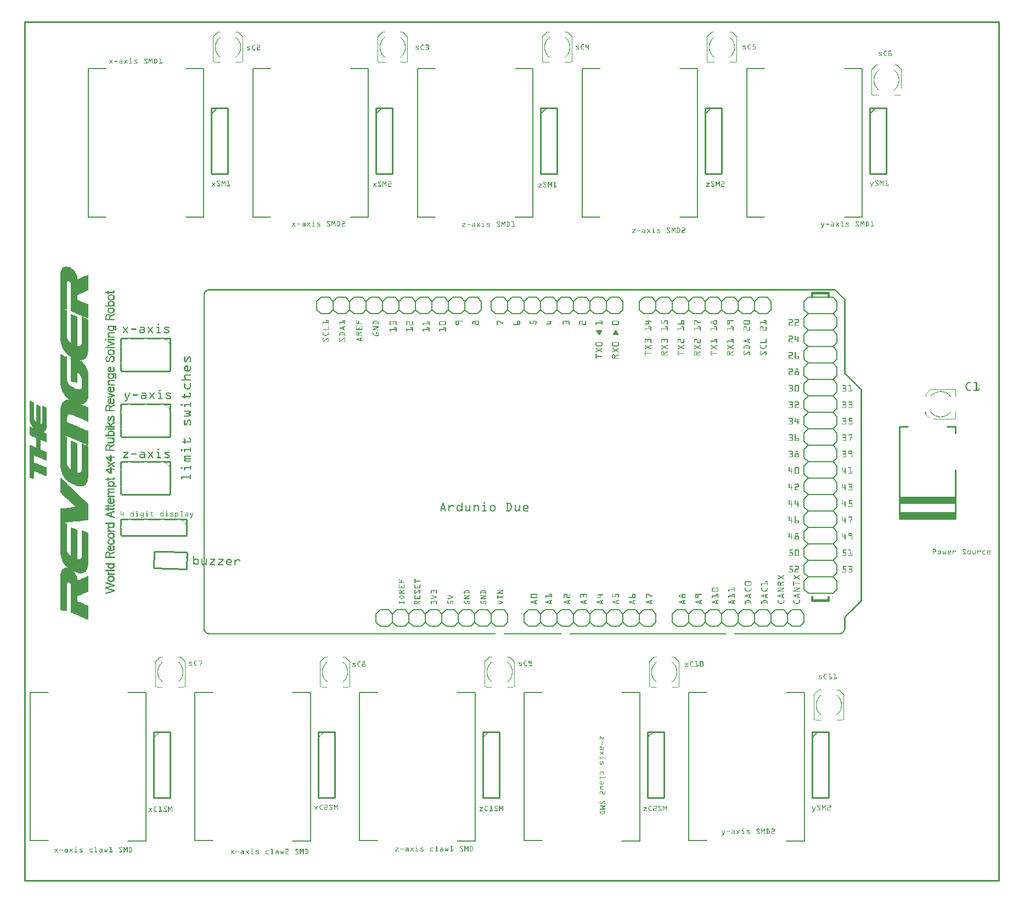
<source format=gto>
G04 MADE WITH FRITZING*
G04 WWW.FRITZING.ORG*
G04 DOUBLE SIDED*
G04 HOLES PLATED*
G04 CONTOUR ON CENTER OF CONTOUR VECTOR*
%ASAXBY*%
%FSLAX23Y23*%
%MOIN*%
%OFA0B0*%
%SFA1.0B1.0*%
%ADD10C,0.012000*%
%ADD11C,0.006000*%
%ADD12C,0.010000*%
%ADD13C,0.005000*%
%ADD14C,0.006944*%
%ADD15C,0.003937*%
%ADD16R,0.001000X0.001000*%
%LNSILK1*%
G90*
G70*
G54D10*
X4787Y1727D02*
X4787Y1707D01*
D02*
X4787Y1707D02*
X4887Y1707D01*
D02*
X4887Y1707D02*
X4887Y1727D01*
D02*
X4787Y3552D02*
X4787Y3577D01*
D02*
X4787Y3577D02*
X4887Y3577D01*
D02*
X4887Y3577D02*
X4887Y3552D01*
G54D11*
D02*
X4562Y1652D02*
X4612Y1652D01*
D02*
X4612Y1652D02*
X4637Y1627D01*
D02*
X4637Y1627D02*
X4637Y1577D01*
D02*
X4637Y1577D02*
X4612Y1552D01*
D02*
X4437Y1627D02*
X4462Y1652D01*
D02*
X4462Y1652D02*
X4512Y1652D01*
D02*
X4512Y1652D02*
X4537Y1627D01*
D02*
X4537Y1627D02*
X4537Y1577D01*
D02*
X4537Y1577D02*
X4512Y1552D01*
D02*
X4512Y1552D02*
X4462Y1552D01*
D02*
X4462Y1552D02*
X4437Y1577D01*
D02*
X4562Y1652D02*
X4537Y1627D01*
D02*
X4537Y1577D02*
X4562Y1552D01*
D02*
X4612Y1552D02*
X4562Y1552D01*
D02*
X4262Y1652D02*
X4312Y1652D01*
D02*
X4312Y1652D02*
X4337Y1627D01*
D02*
X4337Y1627D02*
X4337Y1577D01*
D02*
X4337Y1577D02*
X4312Y1552D01*
D02*
X4337Y1627D02*
X4362Y1652D01*
D02*
X4362Y1652D02*
X4412Y1652D01*
D02*
X4412Y1652D02*
X4437Y1627D01*
D02*
X4437Y1627D02*
X4437Y1577D01*
D02*
X4437Y1577D02*
X4412Y1552D01*
D02*
X4412Y1552D02*
X4362Y1552D01*
D02*
X4362Y1552D02*
X4337Y1577D01*
D02*
X4137Y1627D02*
X4162Y1652D01*
D02*
X4162Y1652D02*
X4212Y1652D01*
D02*
X4212Y1652D02*
X4237Y1627D01*
D02*
X4237Y1627D02*
X4237Y1577D01*
D02*
X4237Y1577D02*
X4212Y1552D01*
D02*
X4212Y1552D02*
X4162Y1552D01*
D02*
X4162Y1552D02*
X4137Y1577D01*
D02*
X4262Y1652D02*
X4237Y1627D01*
D02*
X4237Y1577D02*
X4262Y1552D01*
D02*
X4312Y1552D02*
X4262Y1552D01*
D02*
X3962Y1652D02*
X4012Y1652D01*
D02*
X4012Y1652D02*
X4037Y1627D01*
D02*
X4037Y1627D02*
X4037Y1577D01*
D02*
X4037Y1577D02*
X4012Y1552D01*
D02*
X4037Y1627D02*
X4062Y1652D01*
D02*
X4062Y1652D02*
X4112Y1652D01*
D02*
X4112Y1652D02*
X4137Y1627D01*
D02*
X4137Y1627D02*
X4137Y1577D01*
D02*
X4137Y1577D02*
X4112Y1552D01*
D02*
X4112Y1552D02*
X4062Y1552D01*
D02*
X4062Y1552D02*
X4037Y1577D01*
D02*
X3937Y1627D02*
X3937Y1577D01*
D02*
X3962Y1652D02*
X3937Y1627D01*
D02*
X3937Y1577D02*
X3962Y1552D01*
D02*
X4012Y1552D02*
X3962Y1552D01*
D02*
X4662Y1652D02*
X4712Y1652D01*
D02*
X4712Y1652D02*
X4737Y1627D01*
D02*
X4737Y1627D02*
X4737Y1577D01*
D02*
X4737Y1577D02*
X4712Y1552D01*
D02*
X4662Y1652D02*
X4637Y1627D01*
D02*
X4637Y1577D02*
X4662Y1552D01*
D02*
X4712Y1552D02*
X4662Y1552D01*
D02*
X3662Y1652D02*
X3712Y1652D01*
D02*
X3712Y1652D02*
X3737Y1627D01*
D02*
X3737Y1627D02*
X3737Y1577D01*
D02*
X3737Y1577D02*
X3712Y1552D01*
D02*
X3537Y1627D02*
X3562Y1652D01*
D02*
X3562Y1652D02*
X3612Y1652D01*
D02*
X3612Y1652D02*
X3637Y1627D01*
D02*
X3637Y1627D02*
X3637Y1577D01*
D02*
X3637Y1577D02*
X3612Y1552D01*
D02*
X3612Y1552D02*
X3562Y1552D01*
D02*
X3562Y1552D02*
X3537Y1577D01*
D02*
X3662Y1652D02*
X3637Y1627D01*
D02*
X3637Y1577D02*
X3662Y1552D01*
D02*
X3712Y1552D02*
X3662Y1552D01*
D02*
X3362Y1652D02*
X3412Y1652D01*
D02*
X3412Y1652D02*
X3437Y1627D01*
D02*
X3437Y1627D02*
X3437Y1577D01*
D02*
X3437Y1577D02*
X3412Y1552D01*
D02*
X3437Y1627D02*
X3462Y1652D01*
D02*
X3462Y1652D02*
X3512Y1652D01*
D02*
X3512Y1652D02*
X3537Y1627D01*
D02*
X3537Y1627D02*
X3537Y1577D01*
D02*
X3537Y1577D02*
X3512Y1552D01*
D02*
X3512Y1552D02*
X3462Y1552D01*
D02*
X3462Y1552D02*
X3437Y1577D01*
D02*
X3237Y1627D02*
X3262Y1652D01*
D02*
X3262Y1652D02*
X3312Y1652D01*
D02*
X3312Y1652D02*
X3337Y1627D01*
D02*
X3337Y1627D02*
X3337Y1577D01*
D02*
X3337Y1577D02*
X3312Y1552D01*
D02*
X3312Y1552D02*
X3262Y1552D01*
D02*
X3262Y1552D02*
X3237Y1577D01*
D02*
X3362Y1652D02*
X3337Y1627D01*
D02*
X3337Y1577D02*
X3362Y1552D01*
D02*
X3412Y1552D02*
X3362Y1552D01*
D02*
X3062Y1652D02*
X3112Y1652D01*
D02*
X3112Y1652D02*
X3137Y1627D01*
D02*
X3137Y1627D02*
X3137Y1577D01*
D02*
X3137Y1577D02*
X3112Y1552D01*
D02*
X3137Y1627D02*
X3162Y1652D01*
D02*
X3162Y1652D02*
X3212Y1652D01*
D02*
X3212Y1652D02*
X3237Y1627D01*
D02*
X3237Y1627D02*
X3237Y1577D01*
D02*
X3237Y1577D02*
X3212Y1552D01*
D02*
X3212Y1552D02*
X3162Y1552D01*
D02*
X3162Y1552D02*
X3137Y1577D01*
D02*
X3037Y1627D02*
X3037Y1577D01*
D02*
X3062Y1652D02*
X3037Y1627D01*
D02*
X3037Y1577D02*
X3062Y1552D01*
D02*
X3112Y1552D02*
X3062Y1552D01*
D02*
X3762Y1652D02*
X3812Y1652D01*
D02*
X3812Y1652D02*
X3837Y1627D01*
D02*
X3837Y1627D02*
X3837Y1577D01*
D02*
X3837Y1577D02*
X3812Y1552D01*
D02*
X3762Y1652D02*
X3737Y1627D01*
D02*
X3737Y1577D02*
X3762Y1552D01*
D02*
X3812Y1552D02*
X3762Y1552D01*
D02*
X4362Y3552D02*
X4412Y3552D01*
D02*
X4412Y3552D02*
X4437Y3527D01*
D02*
X4437Y3527D02*
X4437Y3477D01*
D02*
X4437Y3477D02*
X4412Y3452D01*
D02*
X4237Y3527D02*
X4262Y3552D01*
D02*
X4262Y3552D02*
X4312Y3552D01*
D02*
X4312Y3552D02*
X4337Y3527D01*
D02*
X4337Y3527D02*
X4337Y3477D01*
D02*
X4337Y3477D02*
X4312Y3452D01*
D02*
X4312Y3452D02*
X4262Y3452D01*
D02*
X4262Y3452D02*
X4237Y3477D01*
D02*
X4362Y3552D02*
X4337Y3527D01*
D02*
X4337Y3477D02*
X4362Y3452D01*
D02*
X4412Y3452D02*
X4362Y3452D01*
D02*
X4062Y3552D02*
X4112Y3552D01*
D02*
X4112Y3552D02*
X4137Y3527D01*
D02*
X4137Y3527D02*
X4137Y3477D01*
D02*
X4137Y3477D02*
X4112Y3452D01*
D02*
X4137Y3527D02*
X4162Y3552D01*
D02*
X4162Y3552D02*
X4212Y3552D01*
D02*
X4212Y3552D02*
X4237Y3527D01*
D02*
X4237Y3527D02*
X4237Y3477D01*
D02*
X4237Y3477D02*
X4212Y3452D01*
D02*
X4212Y3452D02*
X4162Y3452D01*
D02*
X4162Y3452D02*
X4137Y3477D01*
D02*
X3937Y3527D02*
X3962Y3552D01*
D02*
X3962Y3552D02*
X4012Y3552D01*
D02*
X4012Y3552D02*
X4037Y3527D01*
D02*
X4037Y3527D02*
X4037Y3477D01*
D02*
X4037Y3477D02*
X4012Y3452D01*
D02*
X4012Y3452D02*
X3962Y3452D01*
D02*
X3962Y3452D02*
X3937Y3477D01*
D02*
X4062Y3552D02*
X4037Y3527D01*
D02*
X4037Y3477D02*
X4062Y3452D01*
D02*
X4112Y3452D02*
X4062Y3452D01*
D02*
X3762Y3552D02*
X3812Y3552D01*
D02*
X3812Y3552D02*
X3837Y3527D01*
D02*
X3837Y3527D02*
X3837Y3477D01*
D02*
X3837Y3477D02*
X3812Y3452D01*
D02*
X3837Y3527D02*
X3862Y3552D01*
D02*
X3862Y3552D02*
X3912Y3552D01*
D02*
X3912Y3552D02*
X3937Y3527D01*
D02*
X3937Y3527D02*
X3937Y3477D01*
D02*
X3937Y3477D02*
X3912Y3452D01*
D02*
X3912Y3452D02*
X3862Y3452D01*
D02*
X3862Y3452D02*
X3837Y3477D01*
D02*
X3737Y3527D02*
X3737Y3477D01*
D02*
X3762Y3552D02*
X3737Y3527D01*
D02*
X3737Y3477D02*
X3762Y3452D01*
D02*
X3812Y3452D02*
X3762Y3452D01*
D02*
X4462Y3552D02*
X4512Y3552D01*
D02*
X4512Y3552D02*
X4537Y3527D01*
D02*
X4537Y3527D02*
X4537Y3477D01*
D02*
X4537Y3477D02*
X4512Y3452D01*
D02*
X4462Y3552D02*
X4437Y3527D01*
D02*
X4437Y3477D02*
X4462Y3452D01*
D02*
X4512Y3452D02*
X4462Y3452D01*
D02*
X2762Y1652D02*
X2812Y1652D01*
D02*
X2812Y1652D02*
X2837Y1627D01*
D02*
X2837Y1627D02*
X2837Y1577D01*
D02*
X2837Y1577D02*
X2812Y1552D01*
D02*
X2637Y1627D02*
X2662Y1652D01*
D02*
X2662Y1652D02*
X2712Y1652D01*
D02*
X2712Y1652D02*
X2737Y1627D01*
D02*
X2737Y1627D02*
X2737Y1577D01*
D02*
X2737Y1577D02*
X2712Y1552D01*
D02*
X2712Y1552D02*
X2662Y1552D01*
D02*
X2662Y1552D02*
X2637Y1577D01*
D02*
X2762Y1652D02*
X2737Y1627D01*
D02*
X2737Y1577D02*
X2762Y1552D01*
D02*
X2812Y1552D02*
X2762Y1552D01*
D02*
X2462Y1652D02*
X2512Y1652D01*
D02*
X2512Y1652D02*
X2537Y1627D01*
D02*
X2537Y1627D02*
X2537Y1577D01*
D02*
X2537Y1577D02*
X2512Y1552D01*
D02*
X2537Y1627D02*
X2562Y1652D01*
D02*
X2562Y1652D02*
X2612Y1652D01*
D02*
X2612Y1652D02*
X2637Y1627D01*
D02*
X2637Y1627D02*
X2637Y1577D01*
D02*
X2637Y1577D02*
X2612Y1552D01*
D02*
X2612Y1552D02*
X2562Y1552D01*
D02*
X2562Y1552D02*
X2537Y1577D01*
D02*
X2337Y1627D02*
X2362Y1652D01*
D02*
X2362Y1652D02*
X2412Y1652D01*
D02*
X2412Y1652D02*
X2437Y1627D01*
D02*
X2437Y1627D02*
X2437Y1577D01*
D02*
X2437Y1577D02*
X2412Y1552D01*
D02*
X2412Y1552D02*
X2362Y1552D01*
D02*
X2362Y1552D02*
X2337Y1577D01*
D02*
X2462Y1652D02*
X2437Y1627D01*
D02*
X2437Y1577D02*
X2462Y1552D01*
D02*
X2512Y1552D02*
X2462Y1552D01*
D02*
X2162Y1652D02*
X2212Y1652D01*
D02*
X2212Y1652D02*
X2237Y1627D01*
D02*
X2237Y1627D02*
X2237Y1577D01*
D02*
X2237Y1577D02*
X2212Y1552D01*
D02*
X2237Y1627D02*
X2262Y1652D01*
D02*
X2262Y1652D02*
X2312Y1652D01*
D02*
X2312Y1652D02*
X2337Y1627D01*
D02*
X2337Y1627D02*
X2337Y1577D01*
D02*
X2337Y1577D02*
X2312Y1552D01*
D02*
X2312Y1552D02*
X2262Y1552D01*
D02*
X2262Y1552D02*
X2237Y1577D01*
D02*
X2137Y1627D02*
X2137Y1577D01*
D02*
X2162Y1652D02*
X2137Y1627D01*
D02*
X2137Y1577D02*
X2162Y1552D01*
D02*
X2212Y1552D02*
X2162Y1552D01*
D02*
X2862Y1652D02*
X2912Y1652D01*
D02*
X2912Y1652D02*
X2937Y1627D01*
D02*
X2937Y1627D02*
X2937Y1577D01*
D02*
X2937Y1577D02*
X2912Y1552D01*
D02*
X2862Y1652D02*
X2837Y1627D01*
D02*
X2837Y1577D02*
X2862Y1552D01*
D02*
X2912Y1552D02*
X2862Y1552D01*
D02*
X1977Y3477D02*
X1952Y3452D01*
D02*
X1952Y3452D02*
X1902Y3452D01*
D02*
X1902Y3452D02*
X1877Y3477D01*
D02*
X1877Y3477D02*
X1877Y3527D01*
D02*
X1877Y3527D02*
X1902Y3552D01*
D02*
X1902Y3552D02*
X1952Y3552D01*
D02*
X1952Y3552D02*
X1977Y3527D01*
D02*
X2152Y3452D02*
X2102Y3452D01*
D02*
X2102Y3452D02*
X2077Y3477D01*
D02*
X2077Y3477D02*
X2077Y3527D01*
D02*
X2077Y3527D02*
X2102Y3552D01*
D02*
X2077Y3477D02*
X2052Y3452D01*
D02*
X2052Y3452D02*
X2002Y3452D01*
D02*
X2002Y3452D02*
X1977Y3477D01*
D02*
X1977Y3477D02*
X1977Y3527D01*
D02*
X1977Y3527D02*
X2002Y3552D01*
D02*
X2002Y3552D02*
X2052Y3552D01*
D02*
X2052Y3552D02*
X2077Y3527D01*
D02*
X2277Y3477D02*
X2252Y3452D01*
D02*
X2252Y3452D02*
X2202Y3452D01*
D02*
X2202Y3452D02*
X2177Y3477D01*
D02*
X2177Y3477D02*
X2177Y3527D01*
D02*
X2177Y3527D02*
X2202Y3552D01*
D02*
X2202Y3552D02*
X2252Y3552D01*
D02*
X2252Y3552D02*
X2277Y3527D01*
D02*
X2152Y3452D02*
X2177Y3477D01*
D02*
X2177Y3527D02*
X2152Y3552D01*
D02*
X2102Y3552D02*
X2152Y3552D01*
D02*
X2452Y3452D02*
X2402Y3452D01*
D02*
X2402Y3452D02*
X2377Y3477D01*
D02*
X2377Y3477D02*
X2377Y3527D01*
D02*
X2377Y3527D02*
X2402Y3552D01*
D02*
X2377Y3477D02*
X2352Y3452D01*
D02*
X2352Y3452D02*
X2302Y3452D01*
D02*
X2302Y3452D02*
X2277Y3477D01*
D02*
X2277Y3477D02*
X2277Y3527D01*
D02*
X2277Y3527D02*
X2302Y3552D01*
D02*
X2302Y3552D02*
X2352Y3552D01*
D02*
X2352Y3552D02*
X2377Y3527D01*
D02*
X2577Y3477D02*
X2552Y3452D01*
D02*
X2552Y3452D02*
X2502Y3452D01*
D02*
X2502Y3452D02*
X2477Y3477D01*
D02*
X2477Y3477D02*
X2477Y3527D01*
D02*
X2477Y3527D02*
X2502Y3552D01*
D02*
X2502Y3552D02*
X2552Y3552D01*
D02*
X2552Y3552D02*
X2577Y3527D01*
D02*
X2452Y3452D02*
X2477Y3477D01*
D02*
X2477Y3527D02*
X2452Y3552D01*
D02*
X2402Y3552D02*
X2452Y3552D01*
D02*
X2752Y3452D02*
X2702Y3452D01*
D02*
X2702Y3452D02*
X2677Y3477D01*
D02*
X2677Y3477D02*
X2677Y3527D01*
D02*
X2677Y3527D02*
X2702Y3552D01*
D02*
X2677Y3477D02*
X2652Y3452D01*
D02*
X2652Y3452D02*
X2602Y3452D01*
D02*
X2602Y3452D02*
X2577Y3477D01*
D02*
X2577Y3477D02*
X2577Y3527D01*
D02*
X2577Y3527D02*
X2602Y3552D01*
D02*
X2602Y3552D02*
X2652Y3552D01*
D02*
X2652Y3552D02*
X2677Y3527D01*
D02*
X2777Y3477D02*
X2777Y3527D01*
D02*
X2752Y3452D02*
X2777Y3477D01*
D02*
X2777Y3527D02*
X2752Y3552D01*
D02*
X2702Y3552D02*
X2752Y3552D01*
D02*
X1852Y3452D02*
X1802Y3452D01*
D02*
X1802Y3452D02*
X1777Y3477D01*
D02*
X1777Y3477D02*
X1777Y3527D01*
D02*
X1777Y3527D02*
X1802Y3552D01*
D02*
X1852Y3452D02*
X1877Y3477D01*
D02*
X1877Y3527D02*
X1852Y3552D01*
D02*
X1802Y3552D02*
X1852Y3552D01*
D02*
X3012Y3452D02*
X2962Y3452D01*
D02*
X2962Y3452D02*
X2937Y3477D01*
D02*
X2937Y3477D02*
X2937Y3527D01*
D02*
X2937Y3527D02*
X2962Y3552D01*
D02*
X3137Y3477D02*
X3112Y3452D01*
D02*
X3112Y3452D02*
X3062Y3452D01*
D02*
X3062Y3452D02*
X3037Y3477D01*
D02*
X3037Y3477D02*
X3037Y3527D01*
D02*
X3037Y3527D02*
X3062Y3552D01*
D02*
X3062Y3552D02*
X3112Y3552D01*
D02*
X3112Y3552D02*
X3137Y3527D01*
D02*
X3012Y3452D02*
X3037Y3477D01*
D02*
X3037Y3527D02*
X3012Y3552D01*
D02*
X2962Y3552D02*
X3012Y3552D01*
D02*
X3312Y3452D02*
X3262Y3452D01*
D02*
X3262Y3452D02*
X3237Y3477D01*
D02*
X3237Y3477D02*
X3237Y3527D01*
D02*
X3237Y3527D02*
X3262Y3552D01*
D02*
X3237Y3477D02*
X3212Y3452D01*
D02*
X3212Y3452D02*
X3162Y3452D01*
D02*
X3162Y3452D02*
X3137Y3477D01*
D02*
X3137Y3477D02*
X3137Y3527D01*
D02*
X3137Y3527D02*
X3162Y3552D01*
D02*
X3162Y3552D02*
X3212Y3552D01*
D02*
X3212Y3552D02*
X3237Y3527D01*
D02*
X3437Y3477D02*
X3412Y3452D01*
D02*
X3412Y3452D02*
X3362Y3452D01*
D02*
X3362Y3452D02*
X3337Y3477D01*
D02*
X3337Y3477D02*
X3337Y3527D01*
D02*
X3337Y3527D02*
X3362Y3552D01*
D02*
X3362Y3552D02*
X3412Y3552D01*
D02*
X3412Y3552D02*
X3437Y3527D01*
D02*
X3312Y3452D02*
X3337Y3477D01*
D02*
X3337Y3527D02*
X3312Y3552D01*
D02*
X3262Y3552D02*
X3312Y3552D01*
D02*
X3612Y3452D02*
X3562Y3452D01*
D02*
X3562Y3452D02*
X3537Y3477D01*
D02*
X3537Y3477D02*
X3537Y3527D01*
D02*
X3537Y3527D02*
X3562Y3552D01*
D02*
X3537Y3477D02*
X3512Y3452D01*
D02*
X3512Y3452D02*
X3462Y3452D01*
D02*
X3462Y3452D02*
X3437Y3477D01*
D02*
X3437Y3477D02*
X3437Y3527D01*
D02*
X3437Y3527D02*
X3462Y3552D01*
D02*
X3462Y3552D02*
X3512Y3552D01*
D02*
X3512Y3552D02*
X3537Y3527D01*
D02*
X3637Y3477D02*
X3637Y3527D01*
D02*
X3612Y3452D02*
X3637Y3477D01*
D02*
X3637Y3527D02*
X3612Y3552D01*
D02*
X3562Y3552D02*
X3612Y3552D01*
D02*
X2912Y3452D02*
X2862Y3452D01*
D02*
X2862Y3452D02*
X2837Y3477D01*
D02*
X2837Y3477D02*
X2837Y3527D01*
D02*
X2837Y3527D02*
X2862Y3552D01*
D02*
X2912Y3452D02*
X2937Y3477D01*
D02*
X2937Y3527D02*
X2912Y3552D01*
D02*
X2862Y3552D02*
X2912Y3552D01*
D02*
X4762Y3552D02*
X4737Y3527D01*
D02*
X4737Y3527D02*
X4737Y3477D01*
D02*
X4737Y3477D02*
X4762Y3452D01*
D02*
X4762Y3452D02*
X4737Y3427D01*
D02*
X4737Y3427D02*
X4737Y3377D01*
D02*
X4737Y3377D02*
X4762Y3352D01*
D02*
X4762Y3352D02*
X4737Y3327D01*
D02*
X4737Y3327D02*
X4737Y3277D01*
D02*
X4737Y3277D02*
X4762Y3252D01*
D02*
X4762Y3252D02*
X4737Y3227D01*
D02*
X4737Y3227D02*
X4737Y3177D01*
D02*
X4737Y3177D02*
X4762Y3152D01*
D02*
X4762Y3152D02*
X4737Y3127D01*
D02*
X4737Y3127D02*
X4737Y3077D01*
D02*
X4737Y3077D02*
X4762Y3052D01*
D02*
X4762Y3052D02*
X4737Y3027D01*
D02*
X4737Y3027D02*
X4737Y2977D01*
D02*
X4737Y2977D02*
X4762Y2952D01*
D02*
X4762Y3552D02*
X4912Y3552D01*
D02*
X4912Y3552D02*
X4937Y3527D01*
D02*
X4937Y3527D02*
X4937Y3477D01*
D02*
X4937Y3477D02*
X4912Y3452D01*
D02*
X4912Y3452D02*
X4937Y3427D01*
D02*
X4937Y3427D02*
X4937Y3377D01*
D02*
X4937Y3377D02*
X4912Y3352D01*
D02*
X4912Y3352D02*
X4937Y3327D01*
D02*
X4937Y3327D02*
X4937Y3277D01*
D02*
X4937Y3277D02*
X4912Y3252D01*
D02*
X4912Y3252D02*
X4937Y3227D01*
D02*
X4937Y3227D02*
X4937Y3177D01*
D02*
X4937Y3177D02*
X4912Y3152D01*
D02*
X4912Y3152D02*
X4937Y3127D01*
D02*
X4937Y3127D02*
X4937Y3077D01*
D02*
X4937Y3077D02*
X4912Y3052D01*
D02*
X4912Y3052D02*
X4937Y3027D01*
D02*
X4937Y3027D02*
X4937Y2977D01*
D02*
X4937Y2977D02*
X4912Y2952D01*
D02*
X4912Y2952D02*
X4937Y2927D01*
D02*
X4937Y2927D02*
X4937Y2877D01*
D02*
X4937Y2877D02*
X4912Y2852D01*
D02*
X4912Y2852D02*
X4937Y2827D01*
D02*
X4937Y2827D02*
X4937Y2777D01*
D02*
X4937Y2777D02*
X4912Y2752D01*
D02*
X4912Y2752D02*
X4937Y2727D01*
D02*
X4937Y2727D02*
X4937Y2677D01*
D02*
X4937Y2677D02*
X4912Y2652D01*
D02*
X4912Y2652D02*
X4937Y2627D01*
D02*
X4937Y2627D02*
X4937Y2577D01*
D02*
X4937Y2577D02*
X4912Y2552D01*
D02*
X4912Y2552D02*
X4937Y2527D01*
D02*
X4937Y2527D02*
X4937Y2477D01*
D02*
X4937Y2477D02*
X4912Y2452D01*
D02*
X4912Y2452D02*
X4937Y2427D01*
D02*
X4937Y2427D02*
X4937Y2377D01*
D02*
X4912Y2352D02*
X4937Y2377D01*
D02*
X4912Y2352D02*
X4937Y2327D01*
D02*
X4937Y2277D02*
X4937Y2327D01*
D02*
X4937Y2277D02*
X4912Y2252D01*
D02*
X4912Y2252D02*
X4937Y2227D01*
D02*
X4937Y2177D02*
X4937Y2227D01*
D02*
X4937Y2177D02*
X4912Y2152D01*
D02*
X4912Y2152D02*
X4937Y2127D01*
D02*
X4937Y2077D02*
X4937Y2127D01*
D02*
X4937Y2077D02*
X4912Y2052D01*
D02*
X4912Y2052D02*
X4937Y2027D01*
D02*
X4937Y1977D02*
X4937Y2027D01*
D02*
X4937Y1977D02*
X4912Y1952D01*
D02*
X4912Y1952D02*
X4937Y1927D01*
D02*
X4937Y1877D02*
X4937Y1927D01*
D02*
X4937Y1877D02*
X4912Y1852D01*
D02*
X4912Y1852D02*
X4937Y1827D01*
D02*
X4937Y1777D02*
X4937Y1827D01*
D02*
X4937Y1777D02*
X4912Y1752D01*
D02*
X4762Y1752D02*
X4737Y1777D01*
D02*
X4737Y1777D02*
X4737Y1827D01*
D02*
X4762Y1852D02*
X4737Y1827D01*
D02*
X4762Y1852D02*
X4737Y1877D01*
D02*
X4737Y1877D02*
X4737Y1927D01*
D02*
X4762Y1952D02*
X4737Y1927D01*
D02*
X4762Y1952D02*
X4737Y1977D01*
D02*
X4737Y2027D02*
X4737Y1977D01*
D02*
X4737Y2027D02*
X4762Y2052D01*
D02*
X4762Y2052D02*
X4737Y2077D01*
D02*
X4737Y2127D02*
X4737Y2077D01*
D02*
X4737Y2127D02*
X4762Y2152D01*
D02*
X4762Y2152D02*
X4737Y2177D01*
D02*
X4737Y2177D02*
X4737Y2227D01*
D02*
X4762Y2252D02*
X4737Y2227D01*
D02*
X4762Y2252D02*
X4737Y2277D01*
D02*
X4737Y2277D02*
X4737Y2327D01*
D02*
X4762Y2352D02*
X4737Y2327D01*
D02*
X4762Y2352D02*
X4737Y2377D01*
D02*
X4737Y2377D02*
X4737Y2427D01*
D02*
X4762Y2452D02*
X4737Y2427D01*
D02*
X4762Y2452D02*
X4737Y2477D01*
D02*
X4737Y2477D02*
X4737Y2527D01*
D02*
X4762Y2552D02*
X4737Y2527D01*
D02*
X4762Y2552D02*
X4737Y2577D01*
D02*
X4737Y2577D02*
X4737Y2627D01*
D02*
X4762Y2652D02*
X4737Y2627D01*
D02*
X4762Y2652D02*
X4737Y2677D01*
D02*
X4737Y2677D02*
X4737Y2727D01*
D02*
X4762Y2752D02*
X4737Y2727D01*
D02*
X4762Y2752D02*
X4737Y2777D01*
D02*
X4737Y2777D02*
X4737Y2827D01*
D02*
X4762Y2852D02*
X4737Y2827D01*
D02*
X4762Y2852D02*
X4737Y2877D01*
D02*
X4737Y2877D02*
X4737Y2927D01*
D02*
X4762Y2952D02*
X4737Y2927D01*
D02*
X4912Y3452D02*
X4762Y3452D01*
D02*
X4912Y3352D02*
X4762Y3352D01*
D02*
X4912Y3252D02*
X4762Y3252D01*
D02*
X4912Y3152D02*
X4762Y3152D01*
D02*
X4912Y3052D02*
X4762Y3052D01*
D02*
X4912Y2952D02*
X4762Y2952D01*
D02*
X4912Y2852D02*
X4762Y2852D01*
D02*
X4912Y2752D02*
X4762Y2752D01*
D02*
X4912Y2652D02*
X4762Y2652D01*
D02*
X4912Y2552D02*
X4762Y2552D01*
D02*
X4912Y2452D02*
X4762Y2452D01*
D02*
X4912Y2352D02*
X4762Y2352D01*
D02*
X4912Y2252D02*
X4762Y2252D01*
D02*
X4912Y2152D02*
X4762Y2152D01*
D02*
X4912Y2052D02*
X4762Y2052D01*
D02*
X4912Y1952D02*
X4762Y1952D01*
D02*
X4912Y1852D02*
X4762Y1852D01*
D02*
X4912Y1752D02*
X4762Y1752D01*
G54D10*
D02*
X4786Y1729D02*
X4786Y1709D01*
D02*
X4786Y1709D02*
X4886Y1709D01*
D02*
X4886Y1709D02*
X4886Y1729D01*
D02*
X4786Y3554D02*
X4786Y3579D01*
D02*
X4786Y3579D02*
X4886Y3579D01*
D02*
X4886Y3579D02*
X4886Y3554D01*
G54D12*
D02*
X3785Y911D02*
X3785Y511D01*
D02*
X3785Y511D02*
X3885Y511D01*
D02*
X3885Y511D02*
X3885Y911D01*
D02*
X3885Y911D02*
X3785Y911D01*
D02*
X2785Y910D02*
X2785Y510D01*
D02*
X2785Y510D02*
X2885Y510D01*
D02*
X2885Y510D02*
X2885Y910D01*
D02*
X2885Y910D02*
X2785Y910D01*
D02*
X1785Y911D02*
X1785Y511D01*
D02*
X1785Y511D02*
X1885Y511D01*
D02*
X1885Y511D02*
X1885Y911D01*
D02*
X1885Y911D02*
X1785Y911D01*
D02*
X785Y911D02*
X785Y511D01*
D02*
X785Y511D02*
X885Y511D01*
D02*
X885Y511D02*
X885Y911D01*
D02*
X885Y911D02*
X785Y911D01*
D02*
X4137Y4702D02*
X4137Y4302D01*
D02*
X4137Y4302D02*
X4237Y4302D01*
D02*
X4237Y4302D02*
X4237Y4702D01*
D02*
X4237Y4702D02*
X4137Y4702D01*
G54D13*
D02*
X4137Y4667D02*
X4172Y4702D01*
G54D12*
D02*
X3137Y4702D02*
X3137Y4302D01*
D02*
X3137Y4302D02*
X3237Y4302D01*
D02*
X3237Y4302D02*
X3237Y4702D01*
D02*
X3237Y4702D02*
X3137Y4702D01*
G54D13*
D02*
X3137Y4667D02*
X3172Y4702D01*
G54D12*
D02*
X4785Y911D02*
X4785Y511D01*
D02*
X4785Y511D02*
X4885Y511D01*
D02*
X4885Y511D02*
X4885Y911D01*
D02*
X4885Y911D02*
X4785Y911D01*
D02*
X5137Y4702D02*
X5137Y4302D01*
D02*
X5137Y4302D02*
X5237Y4302D01*
D02*
X5237Y4302D02*
X5237Y4702D01*
D02*
X5237Y4702D02*
X5137Y4702D01*
G54D13*
D02*
X5137Y4667D02*
X5172Y4702D01*
G54D12*
D02*
X2137Y4702D02*
X2137Y4302D01*
D02*
X2137Y4302D02*
X2237Y4302D01*
D02*
X2237Y4302D02*
X2237Y4702D01*
D02*
X2237Y4702D02*
X2137Y4702D01*
G54D13*
D02*
X2137Y4667D02*
X2172Y4702D01*
G54D12*
D02*
X1137Y4702D02*
X1137Y4302D01*
D02*
X1137Y4302D02*
X1237Y4302D01*
D02*
X1237Y4302D02*
X1237Y4702D01*
D02*
X1237Y4702D02*
X1137Y4702D01*
G54D13*
D02*
X1137Y4667D02*
X1172Y4702D01*
G54D12*
D02*
X788Y2005D02*
X786Y1905D01*
D02*
X786Y1905D02*
X986Y1901D01*
D02*
X986Y1901D02*
X988Y2001D01*
D02*
X5657Y2502D02*
X5657Y2207D01*
D02*
X5657Y2207D02*
X5317Y2207D01*
D02*
X5317Y2207D02*
X5317Y2767D01*
D02*
X5317Y2767D02*
X5367Y2767D01*
D02*
X5657Y2727D02*
X5657Y2767D01*
D02*
X5657Y2767D02*
X5607Y2767D01*
D02*
X5657Y2207D02*
X5317Y2207D01*
D02*
X5657Y2212D02*
X5317Y2212D01*
D02*
X5657Y2217D02*
X5317Y2217D01*
D02*
X5657Y2222D02*
X5317Y2222D01*
D02*
X5657Y2227D02*
X5317Y2227D01*
D02*
X5657Y2232D02*
X5317Y2232D01*
D02*
X5657Y2237D02*
X5317Y2237D01*
D02*
X5657Y2242D02*
X5317Y2242D01*
D02*
X5657Y2337D02*
X5317Y2337D01*
D02*
X5657Y2332D02*
X5317Y2332D01*
D02*
X5657Y2327D02*
X5317Y2327D01*
D02*
X5657Y2322D02*
X5317Y2322D01*
D02*
X5657Y2317D02*
X5317Y2317D01*
D02*
X5657Y2312D02*
X5317Y2312D01*
D02*
X5657Y2307D02*
X5317Y2307D01*
D02*
X5657Y2302D02*
X5317Y2302D01*
G54D14*
X3145Y1151D02*
X3037Y1151D01*
X3037Y249D01*
X3145Y249D01*
D02*
X3630Y248D02*
X3738Y248D01*
X3738Y1150D01*
X3630Y1150D01*
D02*
X2145Y1151D02*
X2037Y1151D01*
X2037Y249D01*
X2145Y249D01*
D02*
X2630Y248D02*
X2738Y248D01*
X2738Y1150D01*
X2630Y1150D01*
D02*
X1145Y1151D02*
X1037Y1151D01*
X1037Y249D01*
X1145Y249D01*
D02*
X1630Y248D02*
X1738Y248D01*
X1738Y1150D01*
X1630Y1150D01*
D02*
X145Y1151D02*
X37Y1151D01*
X37Y249D01*
X145Y249D01*
D02*
X630Y248D02*
X738Y248D01*
X738Y1150D01*
X630Y1150D01*
D02*
X3497Y4942D02*
X3389Y4942D01*
X3389Y4041D01*
X3497Y4041D01*
D02*
X3982Y4040D02*
X4090Y4040D01*
X4090Y4942D01*
X3982Y4942D01*
D02*
X2497Y4942D02*
X2389Y4942D01*
X2389Y4041D01*
X2497Y4041D01*
D02*
X2982Y4040D02*
X3090Y4040D01*
X3090Y4942D01*
X2982Y4942D01*
D02*
X4145Y1151D02*
X4037Y1151D01*
X4037Y249D01*
X4145Y249D01*
D02*
X4630Y248D02*
X4738Y248D01*
X4738Y1150D01*
X4630Y1150D01*
D02*
X4497Y4942D02*
X4389Y4942D01*
X4389Y4041D01*
X4497Y4041D01*
D02*
X4982Y4040D02*
X5090Y4040D01*
X5090Y4942D01*
X4982Y4942D01*
D02*
X1497Y4942D02*
X1389Y4942D01*
X1389Y4041D01*
X1497Y4041D01*
D02*
X1982Y4040D02*
X2090Y4040D01*
X2090Y4942D01*
X1982Y4942D01*
D02*
X497Y4942D02*
X389Y4942D01*
X389Y4041D01*
X497Y4041D01*
D02*
X981Y4040D02*
X1090Y4040D01*
X1090Y4942D01*
X981Y4942D01*
D02*
G54D15*
X5657Y2985D02*
X5657Y2950D01*
D02*
X5476Y2949D02*
X5476Y2965D01*
X5503Y2993D01*
X5629Y2993D01*
D02*
X5629Y2993D02*
X5649Y2993D01*
D02*
X5657Y2820D02*
X5657Y2855D01*
D02*
X5629Y2812D02*
X5649Y2812D01*
D02*
G54D16*
X1Y5228D02*
X5924Y5228D01*
X1Y5227D02*
X5924Y5227D01*
X1Y5226D02*
X5924Y5226D01*
X1Y5225D02*
X5924Y5225D01*
X1Y5224D02*
X5924Y5224D01*
X1Y5223D02*
X5924Y5223D01*
X1Y5222D02*
X5924Y5222D01*
X1Y5221D02*
X5924Y5221D01*
X1Y5220D02*
X8Y5220D01*
X5917Y5220D02*
X5924Y5220D01*
X1Y5219D02*
X8Y5219D01*
X5917Y5219D02*
X5924Y5219D01*
X1Y5218D02*
X8Y5218D01*
X5917Y5218D02*
X5924Y5218D01*
X1Y5217D02*
X8Y5217D01*
X5917Y5217D02*
X5924Y5217D01*
X1Y5216D02*
X8Y5216D01*
X5917Y5216D02*
X5924Y5216D01*
X1Y5215D02*
X8Y5215D01*
X5917Y5215D02*
X5924Y5215D01*
X1Y5214D02*
X8Y5214D01*
X5917Y5214D02*
X5924Y5214D01*
X1Y5213D02*
X8Y5213D01*
X5917Y5213D02*
X5924Y5213D01*
X1Y5212D02*
X8Y5212D01*
X5917Y5212D02*
X5924Y5212D01*
X1Y5211D02*
X8Y5211D01*
X5917Y5211D02*
X5924Y5211D01*
X1Y5210D02*
X8Y5210D01*
X5917Y5210D02*
X5924Y5210D01*
X1Y5209D02*
X8Y5209D01*
X5917Y5209D02*
X5924Y5209D01*
X1Y5208D02*
X8Y5208D01*
X5917Y5208D02*
X5924Y5208D01*
X1Y5207D02*
X8Y5207D01*
X5917Y5207D02*
X5924Y5207D01*
X1Y5206D02*
X8Y5206D01*
X5917Y5206D02*
X5924Y5206D01*
X1Y5205D02*
X8Y5205D01*
X5917Y5205D02*
X5924Y5205D01*
X1Y5204D02*
X8Y5204D01*
X5917Y5204D02*
X5924Y5204D01*
X1Y5203D02*
X8Y5203D01*
X5917Y5203D02*
X5924Y5203D01*
X1Y5202D02*
X8Y5202D01*
X5917Y5202D02*
X5924Y5202D01*
X1Y5201D02*
X8Y5201D01*
X5917Y5201D02*
X5924Y5201D01*
X1Y5200D02*
X8Y5200D01*
X5917Y5200D02*
X5924Y5200D01*
X1Y5199D02*
X8Y5199D01*
X5917Y5199D02*
X5924Y5199D01*
X1Y5198D02*
X8Y5198D01*
X5917Y5198D02*
X5924Y5198D01*
X1Y5197D02*
X8Y5197D01*
X5917Y5197D02*
X5924Y5197D01*
X1Y5196D02*
X8Y5196D01*
X5917Y5196D02*
X5924Y5196D01*
X1Y5195D02*
X8Y5195D01*
X5917Y5195D02*
X5924Y5195D01*
X1Y5194D02*
X8Y5194D01*
X5917Y5194D02*
X5924Y5194D01*
X1Y5193D02*
X8Y5193D01*
X5917Y5193D02*
X5924Y5193D01*
X1Y5192D02*
X8Y5192D01*
X5917Y5192D02*
X5924Y5192D01*
X1Y5191D02*
X8Y5191D01*
X5917Y5191D02*
X5924Y5191D01*
X1Y5190D02*
X8Y5190D01*
X5917Y5190D02*
X5924Y5190D01*
X1Y5189D02*
X8Y5189D01*
X5917Y5189D02*
X5924Y5189D01*
X1Y5188D02*
X8Y5188D01*
X5917Y5188D02*
X5924Y5188D01*
X1Y5187D02*
X8Y5187D01*
X5917Y5187D02*
X5924Y5187D01*
X1Y5186D02*
X8Y5186D01*
X5917Y5186D02*
X5924Y5186D01*
X1Y5185D02*
X8Y5185D01*
X5917Y5185D02*
X5924Y5185D01*
X1Y5184D02*
X8Y5184D01*
X5917Y5184D02*
X5924Y5184D01*
X1Y5183D02*
X8Y5183D01*
X5917Y5183D02*
X5924Y5183D01*
X1Y5182D02*
X8Y5182D01*
X5917Y5182D02*
X5924Y5182D01*
X1Y5181D02*
X8Y5181D01*
X5917Y5181D02*
X5924Y5181D01*
X1Y5180D02*
X8Y5180D01*
X5917Y5180D02*
X5924Y5180D01*
X1Y5179D02*
X8Y5179D01*
X5917Y5179D02*
X5924Y5179D01*
X1Y5178D02*
X8Y5178D01*
X5917Y5178D02*
X5924Y5178D01*
X1Y5177D02*
X8Y5177D01*
X5917Y5177D02*
X5924Y5177D01*
X1Y5176D02*
X8Y5176D01*
X5917Y5176D02*
X5924Y5176D01*
X1Y5175D02*
X8Y5175D01*
X5917Y5175D02*
X5924Y5175D01*
X1Y5174D02*
X8Y5174D01*
X5917Y5174D02*
X5924Y5174D01*
X1Y5173D02*
X8Y5173D01*
X5917Y5173D02*
X5924Y5173D01*
X1Y5172D02*
X8Y5172D01*
X5917Y5172D02*
X5924Y5172D01*
X1Y5171D02*
X8Y5171D01*
X5917Y5171D02*
X5924Y5171D01*
X1Y5170D02*
X8Y5170D01*
X5917Y5170D02*
X5924Y5170D01*
X1Y5169D02*
X8Y5169D01*
X5917Y5169D02*
X5924Y5169D01*
X1Y5168D02*
X8Y5168D01*
X5917Y5168D02*
X5924Y5168D01*
X1Y5167D02*
X8Y5167D01*
X5917Y5167D02*
X5924Y5167D01*
X1Y5166D02*
X8Y5166D01*
X5917Y5166D02*
X5924Y5166D01*
X1Y5165D02*
X8Y5165D01*
X1174Y5165D02*
X1191Y5165D01*
X1284Y5165D02*
X1301Y5165D01*
X2174Y5165D02*
X2191Y5165D01*
X2284Y5165D02*
X2301Y5165D01*
X3174Y5165D02*
X3191Y5165D01*
X3284Y5165D02*
X3301Y5165D01*
X4174Y5165D02*
X4190Y5165D01*
X4284Y5165D02*
X4301Y5165D01*
X5917Y5165D02*
X5924Y5165D01*
X1Y5164D02*
X8Y5164D01*
X1173Y5164D02*
X1192Y5164D01*
X1283Y5164D02*
X1302Y5164D01*
X2173Y5164D02*
X2192Y5164D01*
X2283Y5164D02*
X2302Y5164D01*
X3173Y5164D02*
X3191Y5164D01*
X3283Y5164D02*
X3302Y5164D01*
X4173Y5164D02*
X4191Y5164D01*
X4283Y5164D02*
X4302Y5164D01*
X5917Y5164D02*
X5924Y5164D01*
X1Y5163D02*
X8Y5163D01*
X1172Y5163D02*
X1192Y5163D01*
X1283Y5163D02*
X1303Y5163D01*
X2172Y5163D02*
X2192Y5163D01*
X2283Y5163D02*
X2303Y5163D01*
X3172Y5163D02*
X3192Y5163D01*
X3283Y5163D02*
X3303Y5163D01*
X4172Y5163D02*
X4192Y5163D01*
X4283Y5163D02*
X4303Y5163D01*
X5917Y5163D02*
X5924Y5163D01*
X1Y5162D02*
X8Y5162D01*
X1171Y5162D02*
X1191Y5162D01*
X1284Y5162D02*
X1304Y5162D01*
X2171Y5162D02*
X2191Y5162D01*
X2284Y5162D02*
X2304Y5162D01*
X3171Y5162D02*
X3191Y5162D01*
X3283Y5162D02*
X3304Y5162D01*
X4171Y5162D02*
X4191Y5162D01*
X4283Y5162D02*
X4304Y5162D01*
X5917Y5162D02*
X5924Y5162D01*
X1Y5161D02*
X8Y5161D01*
X1170Y5161D02*
X1175Y5161D01*
X1300Y5161D02*
X1305Y5161D01*
X2170Y5161D02*
X2175Y5161D01*
X2300Y5161D02*
X2305Y5161D01*
X3170Y5161D02*
X3175Y5161D01*
X3300Y5161D02*
X3305Y5161D01*
X4170Y5161D02*
X4174Y5161D01*
X4300Y5161D02*
X4305Y5161D01*
X5917Y5161D02*
X5924Y5161D01*
X1Y5160D02*
X8Y5160D01*
X1169Y5160D02*
X1173Y5160D01*
X1301Y5160D02*
X1306Y5160D01*
X2169Y5160D02*
X2173Y5160D01*
X2301Y5160D02*
X2306Y5160D01*
X3169Y5160D02*
X3173Y5160D01*
X3301Y5160D02*
X3306Y5160D01*
X4169Y5160D02*
X4173Y5160D01*
X4301Y5160D02*
X4306Y5160D01*
X5917Y5160D02*
X5924Y5160D01*
X1Y5159D02*
X8Y5159D01*
X1168Y5159D02*
X1172Y5159D01*
X1302Y5159D02*
X1307Y5159D01*
X2168Y5159D02*
X2172Y5159D01*
X2302Y5159D02*
X2307Y5159D01*
X3168Y5159D02*
X3172Y5159D01*
X3302Y5159D02*
X3307Y5159D01*
X4168Y5159D02*
X4172Y5159D01*
X4302Y5159D02*
X4307Y5159D01*
X5917Y5159D02*
X5924Y5159D01*
X1Y5158D02*
X8Y5158D01*
X1167Y5158D02*
X1171Y5158D01*
X1303Y5158D02*
X1308Y5158D01*
X2167Y5158D02*
X2171Y5158D01*
X2303Y5158D02*
X2308Y5158D01*
X3167Y5158D02*
X3171Y5158D01*
X3303Y5158D02*
X3308Y5158D01*
X4167Y5158D02*
X4171Y5158D01*
X4303Y5158D02*
X4308Y5158D01*
X5917Y5158D02*
X5924Y5158D01*
X1Y5157D02*
X8Y5157D01*
X1166Y5157D02*
X1170Y5157D01*
X1304Y5157D02*
X1309Y5157D01*
X2166Y5157D02*
X2170Y5157D01*
X2304Y5157D02*
X2309Y5157D01*
X3166Y5157D02*
X3170Y5157D01*
X3304Y5157D02*
X3309Y5157D01*
X4166Y5157D02*
X4170Y5157D01*
X4304Y5157D02*
X4309Y5157D01*
X5917Y5157D02*
X5924Y5157D01*
X1Y5156D02*
X8Y5156D01*
X1165Y5156D02*
X1169Y5156D01*
X1305Y5156D02*
X1310Y5156D01*
X2165Y5156D02*
X2169Y5156D01*
X2305Y5156D02*
X2310Y5156D01*
X3165Y5156D02*
X3169Y5156D01*
X3305Y5156D02*
X3310Y5156D01*
X4165Y5156D02*
X4169Y5156D01*
X4305Y5156D02*
X4310Y5156D01*
X5917Y5156D02*
X5924Y5156D01*
X1Y5155D02*
X8Y5155D01*
X1164Y5155D02*
X1168Y5155D01*
X1306Y5155D02*
X1311Y5155D01*
X2164Y5155D02*
X2168Y5155D01*
X2306Y5155D02*
X2311Y5155D01*
X3164Y5155D02*
X3168Y5155D01*
X3306Y5155D02*
X3311Y5155D01*
X4164Y5155D02*
X4168Y5155D01*
X4306Y5155D02*
X4311Y5155D01*
X5917Y5155D02*
X5924Y5155D01*
X1Y5154D02*
X8Y5154D01*
X1163Y5154D02*
X1167Y5154D01*
X1307Y5154D02*
X1312Y5154D01*
X2163Y5154D02*
X2167Y5154D01*
X2307Y5154D02*
X2312Y5154D01*
X3163Y5154D02*
X3167Y5154D01*
X3307Y5154D02*
X3312Y5154D01*
X4163Y5154D02*
X4167Y5154D01*
X4307Y5154D02*
X4312Y5154D01*
X5917Y5154D02*
X5924Y5154D01*
X1Y5153D02*
X8Y5153D01*
X1162Y5153D02*
X1166Y5153D01*
X1308Y5153D02*
X1313Y5153D01*
X2162Y5153D02*
X2166Y5153D01*
X2308Y5153D02*
X2313Y5153D01*
X3162Y5153D02*
X3166Y5153D01*
X3308Y5153D02*
X3313Y5153D01*
X4162Y5153D02*
X4166Y5153D01*
X4308Y5153D02*
X4313Y5153D01*
X5917Y5153D02*
X5924Y5153D01*
X1Y5152D02*
X8Y5152D01*
X1161Y5152D02*
X1165Y5152D01*
X1309Y5152D02*
X1314Y5152D01*
X2161Y5152D02*
X2165Y5152D01*
X2309Y5152D02*
X2314Y5152D01*
X3161Y5152D02*
X3165Y5152D01*
X3309Y5152D02*
X3314Y5152D01*
X4161Y5152D02*
X4165Y5152D01*
X4309Y5152D02*
X4314Y5152D01*
X5917Y5152D02*
X5924Y5152D01*
X1Y5151D02*
X8Y5151D01*
X1160Y5151D02*
X1164Y5151D01*
X1310Y5151D02*
X1315Y5151D01*
X2160Y5151D02*
X2164Y5151D01*
X2310Y5151D02*
X2315Y5151D01*
X3160Y5151D02*
X3164Y5151D01*
X3310Y5151D02*
X3315Y5151D01*
X4160Y5151D02*
X4164Y5151D01*
X4310Y5151D02*
X4315Y5151D01*
X5917Y5151D02*
X5924Y5151D01*
X1Y5150D02*
X8Y5150D01*
X1159Y5150D02*
X1163Y5150D01*
X1311Y5150D02*
X1316Y5150D01*
X2159Y5150D02*
X2163Y5150D01*
X2311Y5150D02*
X2316Y5150D01*
X3159Y5150D02*
X3163Y5150D01*
X3311Y5150D02*
X3316Y5150D01*
X4159Y5150D02*
X4163Y5150D01*
X4311Y5150D02*
X4316Y5150D01*
X5917Y5150D02*
X5924Y5150D01*
X1Y5149D02*
X8Y5149D01*
X1158Y5149D02*
X1162Y5149D01*
X1312Y5149D02*
X1317Y5149D01*
X2158Y5149D02*
X2162Y5149D01*
X2312Y5149D02*
X2317Y5149D01*
X3158Y5149D02*
X3162Y5149D01*
X3312Y5149D02*
X3317Y5149D01*
X4158Y5149D02*
X4162Y5149D01*
X4312Y5149D02*
X4317Y5149D01*
X5917Y5149D02*
X5924Y5149D01*
X1Y5148D02*
X8Y5148D01*
X1157Y5148D02*
X1161Y5148D01*
X1313Y5148D02*
X1318Y5148D01*
X2157Y5148D02*
X2161Y5148D01*
X2313Y5148D02*
X2318Y5148D01*
X3157Y5148D02*
X3161Y5148D01*
X3313Y5148D02*
X3318Y5148D01*
X4157Y5148D02*
X4161Y5148D01*
X4313Y5148D02*
X4318Y5148D01*
X5917Y5148D02*
X5924Y5148D01*
X1Y5147D02*
X8Y5147D01*
X1156Y5147D02*
X1160Y5147D01*
X1314Y5147D02*
X1319Y5147D01*
X2156Y5147D02*
X2160Y5147D01*
X2314Y5147D02*
X2319Y5147D01*
X3156Y5147D02*
X3160Y5147D01*
X3314Y5147D02*
X3319Y5147D01*
X4156Y5147D02*
X4160Y5147D01*
X4314Y5147D02*
X4319Y5147D01*
X5917Y5147D02*
X5924Y5147D01*
X1Y5146D02*
X8Y5146D01*
X1155Y5146D02*
X1159Y5146D01*
X1315Y5146D02*
X1320Y5146D01*
X2155Y5146D02*
X2159Y5146D01*
X2315Y5146D02*
X2320Y5146D01*
X3155Y5146D02*
X3159Y5146D01*
X3315Y5146D02*
X3320Y5146D01*
X4155Y5146D02*
X4159Y5146D01*
X4315Y5146D02*
X4320Y5146D01*
X5917Y5146D02*
X5924Y5146D01*
X1Y5145D02*
X8Y5145D01*
X1154Y5145D02*
X1158Y5145D01*
X1316Y5145D02*
X1321Y5145D01*
X2154Y5145D02*
X2158Y5145D01*
X2316Y5145D02*
X2321Y5145D01*
X3154Y5145D02*
X3158Y5145D01*
X3316Y5145D02*
X3321Y5145D01*
X4154Y5145D02*
X4158Y5145D01*
X4316Y5145D02*
X4321Y5145D01*
X5917Y5145D02*
X5924Y5145D01*
X1Y5144D02*
X8Y5144D01*
X1153Y5144D02*
X1157Y5144D01*
X1317Y5144D02*
X1322Y5144D01*
X2153Y5144D02*
X2157Y5144D01*
X2317Y5144D02*
X2322Y5144D01*
X3153Y5144D02*
X3157Y5144D01*
X3317Y5144D02*
X3322Y5144D01*
X4153Y5144D02*
X4157Y5144D01*
X4317Y5144D02*
X4322Y5144D01*
X5917Y5144D02*
X5924Y5144D01*
X1Y5143D02*
X8Y5143D01*
X1152Y5143D02*
X1156Y5143D01*
X1318Y5143D02*
X1323Y5143D01*
X2152Y5143D02*
X2156Y5143D01*
X2318Y5143D02*
X2323Y5143D01*
X3152Y5143D02*
X3156Y5143D01*
X3318Y5143D02*
X3323Y5143D01*
X4152Y5143D02*
X4156Y5143D01*
X4318Y5143D02*
X4323Y5143D01*
X5917Y5143D02*
X5924Y5143D01*
X1Y5142D02*
X8Y5142D01*
X1151Y5142D02*
X1155Y5142D01*
X1319Y5142D02*
X1324Y5142D01*
X2151Y5142D02*
X2155Y5142D01*
X2319Y5142D02*
X2324Y5142D01*
X3151Y5142D02*
X3155Y5142D01*
X3319Y5142D02*
X3324Y5142D01*
X4151Y5142D02*
X4155Y5142D01*
X4319Y5142D02*
X4324Y5142D01*
X5917Y5142D02*
X5924Y5142D01*
X1Y5141D02*
X8Y5141D01*
X1150Y5141D02*
X1154Y5141D01*
X1320Y5141D02*
X1325Y5141D01*
X2150Y5141D02*
X2154Y5141D01*
X2320Y5141D02*
X2325Y5141D01*
X3150Y5141D02*
X3154Y5141D01*
X3320Y5141D02*
X3325Y5141D01*
X4150Y5141D02*
X4154Y5141D01*
X4320Y5141D02*
X4325Y5141D01*
X5917Y5141D02*
X5924Y5141D01*
X1Y5140D02*
X8Y5140D01*
X1149Y5140D02*
X1153Y5140D01*
X1321Y5140D02*
X1326Y5140D01*
X2149Y5140D02*
X2153Y5140D01*
X2321Y5140D02*
X2326Y5140D01*
X3149Y5140D02*
X3153Y5140D01*
X3321Y5140D02*
X3326Y5140D01*
X4149Y5140D02*
X4153Y5140D01*
X4321Y5140D02*
X4326Y5140D01*
X5917Y5140D02*
X5924Y5140D01*
X1Y5139D02*
X8Y5139D01*
X1148Y5139D02*
X1152Y5139D01*
X1322Y5139D02*
X1327Y5139D01*
X2148Y5139D02*
X2152Y5139D01*
X2322Y5139D02*
X2327Y5139D01*
X3148Y5139D02*
X3152Y5139D01*
X3322Y5139D02*
X3327Y5139D01*
X4148Y5139D02*
X4152Y5139D01*
X4322Y5139D02*
X4327Y5139D01*
X5917Y5139D02*
X5924Y5139D01*
X1Y5138D02*
X8Y5138D01*
X1147Y5138D02*
X1151Y5138D01*
X1323Y5138D02*
X1328Y5138D01*
X2147Y5138D02*
X2151Y5138D01*
X2323Y5138D02*
X2328Y5138D01*
X3147Y5138D02*
X3151Y5138D01*
X3323Y5138D02*
X3328Y5138D01*
X4147Y5138D02*
X4151Y5138D01*
X4323Y5138D02*
X4328Y5138D01*
X5917Y5138D02*
X5924Y5138D01*
X1Y5137D02*
X8Y5137D01*
X1146Y5137D02*
X1150Y5137D01*
X1324Y5137D02*
X1329Y5137D01*
X2146Y5137D02*
X2150Y5137D01*
X2324Y5137D02*
X2329Y5137D01*
X3146Y5137D02*
X3150Y5137D01*
X3324Y5137D02*
X3329Y5137D01*
X4146Y5137D02*
X4150Y5137D01*
X4324Y5137D02*
X4329Y5137D01*
X5917Y5137D02*
X5924Y5137D01*
X1Y5136D02*
X8Y5136D01*
X1145Y5136D02*
X1149Y5136D01*
X1325Y5136D02*
X1329Y5136D01*
X2145Y5136D02*
X2149Y5136D01*
X2325Y5136D02*
X2329Y5136D01*
X3145Y5136D02*
X3149Y5136D01*
X3325Y5136D02*
X3329Y5136D01*
X4145Y5136D02*
X4149Y5136D01*
X4325Y5136D02*
X4329Y5136D01*
X5917Y5136D02*
X5924Y5136D01*
X1Y5135D02*
X8Y5135D01*
X1145Y5135D02*
X1149Y5135D01*
X1190Y5135D02*
X1191Y5135D01*
X1284Y5135D02*
X1285Y5135D01*
X1326Y5135D02*
X1329Y5135D01*
X2145Y5135D02*
X2149Y5135D01*
X2190Y5135D02*
X2191Y5135D01*
X2284Y5135D02*
X2285Y5135D01*
X2326Y5135D02*
X2329Y5135D01*
X3145Y5135D02*
X3149Y5135D01*
X3190Y5135D02*
X3191Y5135D01*
X3284Y5135D02*
X3285Y5135D01*
X3326Y5135D02*
X3329Y5135D01*
X4145Y5135D02*
X4148Y5135D01*
X4190Y5135D02*
X4191Y5135D01*
X4284Y5135D02*
X4285Y5135D01*
X4326Y5135D02*
X4329Y5135D01*
X5917Y5135D02*
X5924Y5135D01*
X1Y5134D02*
X8Y5134D01*
X1145Y5134D02*
X1148Y5134D01*
X1189Y5134D02*
X1192Y5134D01*
X1283Y5134D02*
X1286Y5134D01*
X1326Y5134D02*
X1329Y5134D01*
X2145Y5134D02*
X2148Y5134D01*
X2188Y5134D02*
X2192Y5134D01*
X2283Y5134D02*
X2286Y5134D01*
X2326Y5134D02*
X2329Y5134D01*
X3145Y5134D02*
X3148Y5134D01*
X3188Y5134D02*
X3192Y5134D01*
X3283Y5134D02*
X3286Y5134D01*
X3326Y5134D02*
X3329Y5134D01*
X4145Y5134D02*
X4148Y5134D01*
X4188Y5134D02*
X4192Y5134D01*
X4283Y5134D02*
X4286Y5134D01*
X4326Y5134D02*
X4329Y5134D01*
X5917Y5134D02*
X5924Y5134D01*
X1Y5133D02*
X8Y5133D01*
X1145Y5133D02*
X1148Y5133D01*
X1187Y5133D02*
X1192Y5133D01*
X1283Y5133D02*
X1288Y5133D01*
X1326Y5133D02*
X1329Y5133D01*
X2145Y5133D02*
X2148Y5133D01*
X2187Y5133D02*
X2192Y5133D01*
X2283Y5133D02*
X2287Y5133D01*
X2326Y5133D02*
X2329Y5133D01*
X3145Y5133D02*
X3148Y5133D01*
X3187Y5133D02*
X3192Y5133D01*
X3283Y5133D02*
X3287Y5133D01*
X3326Y5133D02*
X3329Y5133D01*
X4145Y5133D02*
X4148Y5133D01*
X4187Y5133D02*
X4192Y5133D01*
X4283Y5133D02*
X4287Y5133D01*
X4326Y5133D02*
X4329Y5133D01*
X5917Y5133D02*
X5924Y5133D01*
X1Y5132D02*
X8Y5132D01*
X1145Y5132D02*
X1148Y5132D01*
X1186Y5132D02*
X1191Y5132D01*
X1284Y5132D02*
X1289Y5132D01*
X1326Y5132D02*
X1329Y5132D01*
X2145Y5132D02*
X2148Y5132D01*
X2186Y5132D02*
X2191Y5132D01*
X2284Y5132D02*
X2289Y5132D01*
X2326Y5132D02*
X2329Y5132D01*
X3145Y5132D02*
X3148Y5132D01*
X3186Y5132D02*
X3191Y5132D01*
X3283Y5132D02*
X3289Y5132D01*
X3326Y5132D02*
X3329Y5132D01*
X4145Y5132D02*
X4148Y5132D01*
X4186Y5132D02*
X4191Y5132D01*
X4283Y5132D02*
X4289Y5132D01*
X4326Y5132D02*
X4329Y5132D01*
X5917Y5132D02*
X5924Y5132D01*
X1Y5131D02*
X8Y5131D01*
X1145Y5131D02*
X1148Y5131D01*
X1185Y5131D02*
X1190Y5131D01*
X1285Y5131D02*
X1290Y5131D01*
X1326Y5131D02*
X1329Y5131D01*
X2145Y5131D02*
X2148Y5131D01*
X2185Y5131D02*
X2190Y5131D01*
X2285Y5131D02*
X2290Y5131D01*
X2326Y5131D02*
X2329Y5131D01*
X3145Y5131D02*
X3148Y5131D01*
X3185Y5131D02*
X3190Y5131D01*
X3285Y5131D02*
X3290Y5131D01*
X3326Y5131D02*
X3329Y5131D01*
X4145Y5131D02*
X4148Y5131D01*
X4185Y5131D02*
X4190Y5131D01*
X4285Y5131D02*
X4290Y5131D01*
X4326Y5131D02*
X4329Y5131D01*
X5917Y5131D02*
X5924Y5131D01*
X1Y5130D02*
X8Y5130D01*
X1145Y5130D02*
X1148Y5130D01*
X1184Y5130D02*
X1189Y5130D01*
X1286Y5130D02*
X1291Y5130D01*
X1326Y5130D02*
X1329Y5130D01*
X2145Y5130D02*
X2148Y5130D01*
X2184Y5130D02*
X2189Y5130D01*
X2286Y5130D02*
X2291Y5130D01*
X2326Y5130D02*
X2329Y5130D01*
X3145Y5130D02*
X3148Y5130D01*
X3184Y5130D02*
X3189Y5130D01*
X3286Y5130D02*
X3291Y5130D01*
X3326Y5130D02*
X3329Y5130D01*
X4145Y5130D02*
X4148Y5130D01*
X4184Y5130D02*
X4189Y5130D01*
X4286Y5130D02*
X4291Y5130D01*
X4326Y5130D02*
X4329Y5130D01*
X5917Y5130D02*
X5924Y5130D01*
X1Y5129D02*
X8Y5129D01*
X1145Y5129D02*
X1148Y5129D01*
X1183Y5129D02*
X1188Y5129D01*
X1287Y5129D02*
X1292Y5129D01*
X1326Y5129D02*
X1329Y5129D01*
X2145Y5129D02*
X2148Y5129D01*
X2183Y5129D02*
X2188Y5129D01*
X2287Y5129D02*
X2292Y5129D01*
X2326Y5129D02*
X2329Y5129D01*
X3145Y5129D02*
X3148Y5129D01*
X3183Y5129D02*
X3188Y5129D01*
X3287Y5129D02*
X3292Y5129D01*
X3326Y5129D02*
X3329Y5129D01*
X4145Y5129D02*
X4148Y5129D01*
X4183Y5129D02*
X4187Y5129D01*
X4287Y5129D02*
X4292Y5129D01*
X4326Y5129D02*
X4329Y5129D01*
X5917Y5129D02*
X5924Y5129D01*
X1Y5128D02*
X8Y5128D01*
X1145Y5128D02*
X1148Y5128D01*
X1182Y5128D02*
X1187Y5128D01*
X1288Y5128D02*
X1293Y5128D01*
X1326Y5128D02*
X1329Y5128D01*
X2145Y5128D02*
X2148Y5128D01*
X2182Y5128D02*
X2186Y5128D01*
X2288Y5128D02*
X2293Y5128D01*
X2326Y5128D02*
X2329Y5128D01*
X3145Y5128D02*
X3148Y5128D01*
X3182Y5128D02*
X3186Y5128D01*
X3288Y5128D02*
X3293Y5128D01*
X3326Y5128D02*
X3329Y5128D01*
X4145Y5128D02*
X4148Y5128D01*
X4182Y5128D02*
X4186Y5128D01*
X4288Y5128D02*
X4293Y5128D01*
X4326Y5128D02*
X4329Y5128D01*
X5917Y5128D02*
X5924Y5128D01*
X1Y5127D02*
X8Y5127D01*
X1145Y5127D02*
X1148Y5127D01*
X1181Y5127D02*
X1185Y5127D01*
X1289Y5127D02*
X1294Y5127D01*
X1326Y5127D02*
X1329Y5127D01*
X2145Y5127D02*
X2148Y5127D01*
X2181Y5127D02*
X2185Y5127D01*
X2289Y5127D02*
X2294Y5127D01*
X2326Y5127D02*
X2329Y5127D01*
X3145Y5127D02*
X3148Y5127D01*
X3181Y5127D02*
X3185Y5127D01*
X3289Y5127D02*
X3294Y5127D01*
X3326Y5127D02*
X3329Y5127D01*
X4145Y5127D02*
X4148Y5127D01*
X4181Y5127D02*
X4185Y5127D01*
X4289Y5127D02*
X4294Y5127D01*
X4326Y5127D02*
X4329Y5127D01*
X5917Y5127D02*
X5924Y5127D01*
X1Y5126D02*
X8Y5126D01*
X1145Y5126D02*
X1148Y5126D01*
X1180Y5126D02*
X1184Y5126D01*
X1290Y5126D02*
X1295Y5126D01*
X1326Y5126D02*
X1329Y5126D01*
X2145Y5126D02*
X2148Y5126D01*
X2180Y5126D02*
X2184Y5126D01*
X2290Y5126D02*
X2295Y5126D01*
X2326Y5126D02*
X2329Y5126D01*
X3145Y5126D02*
X3148Y5126D01*
X3180Y5126D02*
X3184Y5126D01*
X3290Y5126D02*
X3295Y5126D01*
X3326Y5126D02*
X3329Y5126D01*
X4145Y5126D02*
X4148Y5126D01*
X4180Y5126D02*
X4184Y5126D01*
X4290Y5126D02*
X4295Y5126D01*
X4326Y5126D02*
X4329Y5126D01*
X5917Y5126D02*
X5924Y5126D01*
X1Y5125D02*
X8Y5125D01*
X1145Y5125D02*
X1148Y5125D01*
X1179Y5125D02*
X1183Y5125D01*
X1291Y5125D02*
X1296Y5125D01*
X1326Y5125D02*
X1329Y5125D01*
X2145Y5125D02*
X2148Y5125D01*
X2179Y5125D02*
X2183Y5125D01*
X2291Y5125D02*
X2296Y5125D01*
X2326Y5125D02*
X2329Y5125D01*
X3145Y5125D02*
X3148Y5125D01*
X3179Y5125D02*
X3183Y5125D01*
X3291Y5125D02*
X3296Y5125D01*
X3326Y5125D02*
X3329Y5125D01*
X4145Y5125D02*
X4148Y5125D01*
X4179Y5125D02*
X4183Y5125D01*
X4291Y5125D02*
X4296Y5125D01*
X4326Y5125D02*
X4329Y5125D01*
X5917Y5125D02*
X5924Y5125D01*
X1Y5124D02*
X8Y5124D01*
X1145Y5124D02*
X1148Y5124D01*
X1178Y5124D02*
X1183Y5124D01*
X1292Y5124D02*
X1297Y5124D01*
X1326Y5124D02*
X1329Y5124D01*
X2145Y5124D02*
X2148Y5124D01*
X2178Y5124D02*
X2183Y5124D01*
X2292Y5124D02*
X2297Y5124D01*
X2326Y5124D02*
X2329Y5124D01*
X3145Y5124D02*
X3148Y5124D01*
X3178Y5124D02*
X3182Y5124D01*
X3292Y5124D02*
X3297Y5124D01*
X3326Y5124D02*
X3329Y5124D01*
X4145Y5124D02*
X4148Y5124D01*
X4178Y5124D02*
X4182Y5124D01*
X4292Y5124D02*
X4296Y5124D01*
X4326Y5124D02*
X4329Y5124D01*
X5917Y5124D02*
X5924Y5124D01*
X1Y5123D02*
X8Y5123D01*
X1145Y5123D02*
X1148Y5123D01*
X1177Y5123D02*
X1182Y5123D01*
X1293Y5123D02*
X1298Y5123D01*
X1326Y5123D02*
X1329Y5123D01*
X2145Y5123D02*
X2148Y5123D01*
X2177Y5123D02*
X2182Y5123D01*
X2293Y5123D02*
X2297Y5123D01*
X2326Y5123D02*
X2329Y5123D01*
X3145Y5123D02*
X3148Y5123D01*
X3177Y5123D02*
X3182Y5123D01*
X3293Y5123D02*
X3297Y5123D01*
X3326Y5123D02*
X3329Y5123D01*
X4145Y5123D02*
X4148Y5123D01*
X4177Y5123D02*
X4182Y5123D01*
X4293Y5123D02*
X4297Y5123D01*
X4326Y5123D02*
X4329Y5123D01*
X5917Y5123D02*
X5924Y5123D01*
X1Y5122D02*
X8Y5122D01*
X1145Y5122D02*
X1148Y5122D01*
X1176Y5122D02*
X1181Y5122D01*
X1294Y5122D02*
X1298Y5122D01*
X1326Y5122D02*
X1329Y5122D01*
X2145Y5122D02*
X2148Y5122D01*
X2176Y5122D02*
X2181Y5122D01*
X2294Y5122D02*
X2298Y5122D01*
X2326Y5122D02*
X2329Y5122D01*
X3145Y5122D02*
X3148Y5122D01*
X3176Y5122D02*
X3181Y5122D01*
X3294Y5122D02*
X3298Y5122D01*
X3326Y5122D02*
X3329Y5122D01*
X4145Y5122D02*
X4148Y5122D01*
X4176Y5122D02*
X4181Y5122D01*
X4294Y5122D02*
X4298Y5122D01*
X4326Y5122D02*
X4329Y5122D01*
X5917Y5122D02*
X5924Y5122D01*
X1Y5121D02*
X8Y5121D01*
X1145Y5121D02*
X1148Y5121D01*
X1176Y5121D02*
X1180Y5121D01*
X1295Y5121D02*
X1299Y5121D01*
X1326Y5121D02*
X1329Y5121D01*
X2145Y5121D02*
X2148Y5121D01*
X2176Y5121D02*
X2180Y5121D01*
X2295Y5121D02*
X2299Y5121D01*
X2326Y5121D02*
X2329Y5121D01*
X3145Y5121D02*
X3148Y5121D01*
X3176Y5121D02*
X3180Y5121D01*
X3295Y5121D02*
X3299Y5121D01*
X3326Y5121D02*
X3329Y5121D01*
X4145Y5121D02*
X4148Y5121D01*
X4176Y5121D02*
X4180Y5121D01*
X4295Y5121D02*
X4299Y5121D01*
X4326Y5121D02*
X4329Y5121D01*
X5917Y5121D02*
X5924Y5121D01*
X1Y5120D02*
X8Y5120D01*
X1145Y5120D02*
X1148Y5120D01*
X1175Y5120D02*
X1179Y5120D01*
X1296Y5120D02*
X1300Y5120D01*
X1326Y5120D02*
X1329Y5120D01*
X2145Y5120D02*
X2148Y5120D01*
X2175Y5120D02*
X2179Y5120D01*
X2296Y5120D02*
X2300Y5120D01*
X2326Y5120D02*
X2329Y5120D01*
X3145Y5120D02*
X3148Y5120D01*
X3175Y5120D02*
X3179Y5120D01*
X3296Y5120D02*
X3300Y5120D01*
X3326Y5120D02*
X3329Y5120D01*
X4145Y5120D02*
X4148Y5120D01*
X4175Y5120D02*
X4179Y5120D01*
X4296Y5120D02*
X4300Y5120D01*
X4326Y5120D02*
X4329Y5120D01*
X5917Y5120D02*
X5924Y5120D01*
X1Y5119D02*
X8Y5119D01*
X1145Y5119D02*
X1148Y5119D01*
X1174Y5119D02*
X1178Y5119D01*
X1297Y5119D02*
X1301Y5119D01*
X1326Y5119D02*
X1329Y5119D01*
X2145Y5119D02*
X2148Y5119D01*
X2174Y5119D02*
X2178Y5119D01*
X2297Y5119D02*
X2301Y5119D01*
X2326Y5119D02*
X2329Y5119D01*
X3145Y5119D02*
X3148Y5119D01*
X3174Y5119D02*
X3178Y5119D01*
X3296Y5119D02*
X3301Y5119D01*
X3326Y5119D02*
X3329Y5119D01*
X4145Y5119D02*
X4148Y5119D01*
X4174Y5119D02*
X4178Y5119D01*
X4296Y5119D02*
X4300Y5119D01*
X4326Y5119D02*
X4329Y5119D01*
X5917Y5119D02*
X5924Y5119D01*
X1Y5118D02*
X8Y5118D01*
X1145Y5118D02*
X1148Y5118D01*
X1173Y5118D02*
X1177Y5118D01*
X1297Y5118D02*
X1301Y5118D01*
X1326Y5118D02*
X1329Y5118D01*
X2145Y5118D02*
X2148Y5118D01*
X2173Y5118D02*
X2177Y5118D01*
X2297Y5118D02*
X2301Y5118D01*
X2326Y5118D02*
X2329Y5118D01*
X3145Y5118D02*
X3148Y5118D01*
X3173Y5118D02*
X3177Y5118D01*
X3297Y5118D02*
X3301Y5118D01*
X3326Y5118D02*
X3329Y5118D01*
X4145Y5118D02*
X4148Y5118D01*
X4173Y5118D02*
X4177Y5118D01*
X4297Y5118D02*
X4301Y5118D01*
X4326Y5118D02*
X4329Y5118D01*
X5917Y5118D02*
X5924Y5118D01*
X1Y5117D02*
X8Y5117D01*
X1145Y5117D02*
X1148Y5117D01*
X1173Y5117D02*
X1177Y5117D01*
X1298Y5117D02*
X1302Y5117D01*
X1326Y5117D02*
X1329Y5117D01*
X2145Y5117D02*
X2148Y5117D01*
X2173Y5117D02*
X2177Y5117D01*
X2298Y5117D02*
X2302Y5117D01*
X2326Y5117D02*
X2329Y5117D01*
X3145Y5117D02*
X3148Y5117D01*
X3173Y5117D02*
X3177Y5117D01*
X3298Y5117D02*
X3302Y5117D01*
X3326Y5117D02*
X3329Y5117D01*
X4145Y5117D02*
X4148Y5117D01*
X4173Y5117D02*
X4177Y5117D01*
X4298Y5117D02*
X4302Y5117D01*
X4326Y5117D02*
X4329Y5117D01*
X5917Y5117D02*
X5924Y5117D01*
X1Y5116D02*
X8Y5116D01*
X1145Y5116D02*
X1148Y5116D01*
X1172Y5116D02*
X1176Y5116D01*
X1299Y5116D02*
X1303Y5116D01*
X1326Y5116D02*
X1329Y5116D01*
X2145Y5116D02*
X2148Y5116D01*
X2172Y5116D02*
X2176Y5116D01*
X2299Y5116D02*
X2303Y5116D01*
X2326Y5116D02*
X2329Y5116D01*
X3145Y5116D02*
X3148Y5116D01*
X3172Y5116D02*
X3176Y5116D01*
X3299Y5116D02*
X3303Y5116D01*
X3326Y5116D02*
X3329Y5116D01*
X4145Y5116D02*
X4148Y5116D01*
X4172Y5116D02*
X4176Y5116D01*
X4299Y5116D02*
X4303Y5116D01*
X4326Y5116D02*
X4329Y5116D01*
X5917Y5116D02*
X5924Y5116D01*
X1Y5115D02*
X8Y5115D01*
X1145Y5115D02*
X1148Y5115D01*
X1171Y5115D02*
X1175Y5115D01*
X1299Y5115D02*
X1303Y5115D01*
X1326Y5115D02*
X1329Y5115D01*
X2145Y5115D02*
X2148Y5115D01*
X2171Y5115D02*
X2175Y5115D01*
X2299Y5115D02*
X2303Y5115D01*
X2326Y5115D02*
X2329Y5115D01*
X3145Y5115D02*
X3148Y5115D01*
X3171Y5115D02*
X3175Y5115D01*
X3299Y5115D02*
X3303Y5115D01*
X3326Y5115D02*
X3329Y5115D01*
X4145Y5115D02*
X4148Y5115D01*
X4171Y5115D02*
X4175Y5115D01*
X4299Y5115D02*
X4303Y5115D01*
X4326Y5115D02*
X4329Y5115D01*
X5917Y5115D02*
X5924Y5115D01*
X1Y5114D02*
X8Y5114D01*
X1145Y5114D02*
X1148Y5114D01*
X1171Y5114D02*
X1175Y5114D01*
X1300Y5114D02*
X1304Y5114D01*
X1326Y5114D02*
X1329Y5114D01*
X2145Y5114D02*
X2148Y5114D01*
X2171Y5114D02*
X2175Y5114D01*
X2300Y5114D02*
X2304Y5114D01*
X2326Y5114D02*
X2329Y5114D01*
X3145Y5114D02*
X3148Y5114D01*
X3171Y5114D02*
X3174Y5114D01*
X3300Y5114D02*
X3304Y5114D01*
X3326Y5114D02*
X3329Y5114D01*
X4145Y5114D02*
X4148Y5114D01*
X4171Y5114D02*
X4174Y5114D01*
X4300Y5114D02*
X4304Y5114D01*
X4326Y5114D02*
X4329Y5114D01*
X5917Y5114D02*
X5924Y5114D01*
X1Y5113D02*
X8Y5113D01*
X1145Y5113D02*
X1148Y5113D01*
X1170Y5113D02*
X1174Y5113D01*
X1301Y5113D02*
X1305Y5113D01*
X1326Y5113D02*
X1329Y5113D01*
X2145Y5113D02*
X2148Y5113D01*
X2170Y5113D02*
X2174Y5113D01*
X2301Y5113D02*
X2305Y5113D01*
X2326Y5113D02*
X2329Y5113D01*
X3145Y5113D02*
X3148Y5113D01*
X3170Y5113D02*
X3174Y5113D01*
X3301Y5113D02*
X3304Y5113D01*
X3326Y5113D02*
X3329Y5113D01*
X4145Y5113D02*
X4148Y5113D01*
X4170Y5113D02*
X4174Y5113D01*
X4301Y5113D02*
X4304Y5113D01*
X4326Y5113D02*
X4329Y5113D01*
X5917Y5113D02*
X5924Y5113D01*
X1Y5112D02*
X8Y5112D01*
X1145Y5112D02*
X1148Y5112D01*
X1170Y5112D02*
X1173Y5112D01*
X1301Y5112D02*
X1305Y5112D01*
X1326Y5112D02*
X1329Y5112D01*
X2145Y5112D02*
X2148Y5112D01*
X2170Y5112D02*
X2173Y5112D01*
X2301Y5112D02*
X2305Y5112D01*
X2326Y5112D02*
X2329Y5112D01*
X3145Y5112D02*
X3148Y5112D01*
X3170Y5112D02*
X3173Y5112D01*
X3301Y5112D02*
X3305Y5112D01*
X3326Y5112D02*
X3329Y5112D01*
X4145Y5112D02*
X4148Y5112D01*
X4169Y5112D02*
X4173Y5112D01*
X4301Y5112D02*
X4305Y5112D01*
X4326Y5112D02*
X4329Y5112D01*
X5917Y5112D02*
X5924Y5112D01*
X1Y5111D02*
X8Y5111D01*
X1145Y5111D02*
X1148Y5111D01*
X1169Y5111D02*
X1173Y5111D01*
X1302Y5111D02*
X1306Y5111D01*
X1326Y5111D02*
X1329Y5111D01*
X2145Y5111D02*
X2148Y5111D01*
X2169Y5111D02*
X2173Y5111D01*
X2302Y5111D02*
X2306Y5111D01*
X2326Y5111D02*
X2329Y5111D01*
X3145Y5111D02*
X3148Y5111D01*
X3169Y5111D02*
X3173Y5111D01*
X3302Y5111D02*
X3306Y5111D01*
X3326Y5111D02*
X3329Y5111D01*
X4145Y5111D02*
X4148Y5111D01*
X4169Y5111D02*
X4173Y5111D01*
X4302Y5111D02*
X4306Y5111D01*
X4326Y5111D02*
X4329Y5111D01*
X5917Y5111D02*
X5924Y5111D01*
X1Y5110D02*
X8Y5110D01*
X1145Y5110D02*
X1148Y5110D01*
X1169Y5110D02*
X1172Y5110D01*
X1303Y5110D02*
X1306Y5110D01*
X1326Y5110D02*
X1329Y5110D01*
X2145Y5110D02*
X2148Y5110D01*
X2168Y5110D02*
X2172Y5110D01*
X2303Y5110D02*
X2306Y5110D01*
X2326Y5110D02*
X2329Y5110D01*
X3145Y5110D02*
X3148Y5110D01*
X3168Y5110D02*
X3172Y5110D01*
X3302Y5110D02*
X3306Y5110D01*
X3326Y5110D02*
X3329Y5110D01*
X4145Y5110D02*
X4148Y5110D01*
X4168Y5110D02*
X4172Y5110D01*
X4302Y5110D02*
X4306Y5110D01*
X4326Y5110D02*
X4329Y5110D01*
X5917Y5110D02*
X5924Y5110D01*
X1Y5109D02*
X8Y5109D01*
X1145Y5109D02*
X1148Y5109D01*
X1168Y5109D02*
X1172Y5109D01*
X1303Y5109D02*
X1307Y5109D01*
X1326Y5109D02*
X1329Y5109D01*
X2145Y5109D02*
X2148Y5109D01*
X2168Y5109D02*
X2172Y5109D01*
X2303Y5109D02*
X2307Y5109D01*
X2326Y5109D02*
X2329Y5109D01*
X3145Y5109D02*
X3148Y5109D01*
X3168Y5109D02*
X3172Y5109D01*
X3303Y5109D02*
X3307Y5109D01*
X3326Y5109D02*
X3329Y5109D01*
X4145Y5109D02*
X4148Y5109D01*
X4168Y5109D02*
X4171Y5109D01*
X4303Y5109D02*
X4307Y5109D01*
X4326Y5109D02*
X4329Y5109D01*
X5917Y5109D02*
X5924Y5109D01*
X1Y5108D02*
X8Y5108D01*
X1145Y5108D02*
X1148Y5108D01*
X1167Y5108D02*
X1171Y5108D01*
X1304Y5108D02*
X1307Y5108D01*
X1326Y5108D02*
X1329Y5108D01*
X2145Y5108D02*
X2148Y5108D01*
X2167Y5108D02*
X2171Y5108D01*
X2304Y5108D02*
X2307Y5108D01*
X2326Y5108D02*
X2329Y5108D01*
X3145Y5108D02*
X3148Y5108D01*
X3167Y5108D02*
X3171Y5108D01*
X3304Y5108D02*
X3307Y5108D01*
X3326Y5108D02*
X3329Y5108D01*
X4145Y5108D02*
X4148Y5108D01*
X4167Y5108D02*
X4171Y5108D01*
X4304Y5108D02*
X4307Y5108D01*
X4326Y5108D02*
X4329Y5108D01*
X5917Y5108D02*
X5924Y5108D01*
X1Y5107D02*
X8Y5107D01*
X1145Y5107D02*
X1148Y5107D01*
X1167Y5107D02*
X1171Y5107D01*
X1304Y5107D02*
X1308Y5107D01*
X1326Y5107D02*
X1329Y5107D01*
X2145Y5107D02*
X2148Y5107D01*
X2167Y5107D02*
X2170Y5107D01*
X2304Y5107D02*
X2308Y5107D01*
X2326Y5107D02*
X2329Y5107D01*
X3145Y5107D02*
X3148Y5107D01*
X3167Y5107D02*
X3170Y5107D01*
X3304Y5107D02*
X3308Y5107D01*
X3326Y5107D02*
X3329Y5107D01*
X4145Y5107D02*
X4148Y5107D01*
X4167Y5107D02*
X4170Y5107D01*
X4304Y5107D02*
X4308Y5107D01*
X4326Y5107D02*
X4329Y5107D01*
X5917Y5107D02*
X5924Y5107D01*
X1Y5106D02*
X8Y5106D01*
X1145Y5106D02*
X1148Y5106D01*
X1167Y5106D02*
X1170Y5106D01*
X1305Y5106D02*
X1308Y5106D01*
X1326Y5106D02*
X1329Y5106D01*
X2145Y5106D02*
X2148Y5106D01*
X2166Y5106D02*
X2170Y5106D01*
X2305Y5106D02*
X2308Y5106D01*
X2326Y5106D02*
X2329Y5106D01*
X3145Y5106D02*
X3148Y5106D01*
X3166Y5106D02*
X3170Y5106D01*
X3305Y5106D02*
X3308Y5106D01*
X3326Y5106D02*
X3329Y5106D01*
X4145Y5106D02*
X4148Y5106D01*
X4166Y5106D02*
X4170Y5106D01*
X4305Y5106D02*
X4308Y5106D01*
X4326Y5106D02*
X4329Y5106D01*
X5917Y5106D02*
X5924Y5106D01*
X1Y5105D02*
X8Y5105D01*
X1145Y5105D02*
X1148Y5105D01*
X1166Y5105D02*
X1170Y5105D01*
X1305Y5105D02*
X1309Y5105D01*
X1326Y5105D02*
X1329Y5105D01*
X2145Y5105D02*
X2148Y5105D01*
X2166Y5105D02*
X2169Y5105D01*
X2305Y5105D02*
X2309Y5105D01*
X2326Y5105D02*
X2329Y5105D01*
X3145Y5105D02*
X3148Y5105D01*
X3166Y5105D02*
X3169Y5105D01*
X3305Y5105D02*
X3309Y5105D01*
X3326Y5105D02*
X3329Y5105D01*
X4145Y5105D02*
X4148Y5105D01*
X4166Y5105D02*
X4169Y5105D01*
X4305Y5105D02*
X4309Y5105D01*
X4326Y5105D02*
X4329Y5105D01*
X5917Y5105D02*
X5924Y5105D01*
X1Y5104D02*
X8Y5104D01*
X1145Y5104D02*
X1148Y5104D01*
X1166Y5104D02*
X1169Y5104D01*
X1306Y5104D02*
X1309Y5104D01*
X1326Y5104D02*
X1329Y5104D01*
X2145Y5104D02*
X2148Y5104D01*
X2166Y5104D02*
X2169Y5104D01*
X2306Y5104D02*
X2309Y5104D01*
X2326Y5104D02*
X2329Y5104D01*
X3145Y5104D02*
X3148Y5104D01*
X3165Y5104D02*
X3169Y5104D01*
X3306Y5104D02*
X3309Y5104D01*
X3326Y5104D02*
X3329Y5104D01*
X4145Y5104D02*
X4148Y5104D01*
X4165Y5104D02*
X4169Y5104D01*
X4306Y5104D02*
X4309Y5104D01*
X4326Y5104D02*
X4329Y5104D01*
X5917Y5104D02*
X5924Y5104D01*
X1Y5103D02*
X8Y5103D01*
X1145Y5103D02*
X1148Y5103D01*
X1165Y5103D02*
X1169Y5103D01*
X1306Y5103D02*
X1310Y5103D01*
X1326Y5103D02*
X1329Y5103D01*
X2145Y5103D02*
X2148Y5103D01*
X2165Y5103D02*
X2169Y5103D01*
X2306Y5103D02*
X2310Y5103D01*
X2326Y5103D02*
X2329Y5103D01*
X3145Y5103D02*
X3148Y5103D01*
X3165Y5103D02*
X3168Y5103D01*
X3306Y5103D02*
X3310Y5103D01*
X3326Y5103D02*
X3329Y5103D01*
X4145Y5103D02*
X4148Y5103D01*
X4165Y5103D02*
X4168Y5103D01*
X4306Y5103D02*
X4309Y5103D01*
X4326Y5103D02*
X4329Y5103D01*
X5917Y5103D02*
X5924Y5103D01*
X1Y5102D02*
X8Y5102D01*
X1145Y5102D02*
X1148Y5102D01*
X1165Y5102D02*
X1168Y5102D01*
X1307Y5102D02*
X1310Y5102D01*
X1326Y5102D02*
X1329Y5102D01*
X2145Y5102D02*
X2148Y5102D01*
X2165Y5102D02*
X2168Y5102D01*
X2307Y5102D02*
X2310Y5102D01*
X2326Y5102D02*
X2329Y5102D01*
X3145Y5102D02*
X3148Y5102D01*
X3165Y5102D02*
X3168Y5102D01*
X3307Y5102D02*
X3310Y5102D01*
X3326Y5102D02*
X3329Y5102D01*
X4145Y5102D02*
X4148Y5102D01*
X4165Y5102D02*
X4168Y5102D01*
X4306Y5102D02*
X4310Y5102D01*
X4326Y5102D02*
X4329Y5102D01*
X5917Y5102D02*
X5924Y5102D01*
X1Y5101D02*
X8Y5101D01*
X1145Y5101D02*
X1148Y5101D01*
X1164Y5101D02*
X1168Y5101D01*
X1307Y5101D02*
X1310Y5101D01*
X1326Y5101D02*
X1329Y5101D01*
X2145Y5101D02*
X2148Y5101D01*
X2164Y5101D02*
X2168Y5101D01*
X2307Y5101D02*
X2310Y5101D01*
X2326Y5101D02*
X2329Y5101D01*
X3145Y5101D02*
X3148Y5101D01*
X3164Y5101D02*
X3168Y5101D01*
X3307Y5101D02*
X3310Y5101D01*
X3326Y5101D02*
X3329Y5101D01*
X4145Y5101D02*
X4148Y5101D01*
X4164Y5101D02*
X4168Y5101D01*
X4307Y5101D02*
X4310Y5101D01*
X4326Y5101D02*
X4329Y5101D01*
X5917Y5101D02*
X5924Y5101D01*
X1Y5100D02*
X8Y5100D01*
X1145Y5100D02*
X1148Y5100D01*
X1164Y5100D02*
X1167Y5100D01*
X1307Y5100D02*
X1311Y5100D01*
X1326Y5100D02*
X1329Y5100D01*
X2145Y5100D02*
X2148Y5100D01*
X2164Y5100D02*
X2167Y5100D01*
X2307Y5100D02*
X2311Y5100D01*
X2326Y5100D02*
X2329Y5100D01*
X3145Y5100D02*
X3148Y5100D01*
X3164Y5100D02*
X3167Y5100D01*
X3307Y5100D02*
X3311Y5100D01*
X3326Y5100D02*
X3329Y5100D01*
X4145Y5100D02*
X4148Y5100D01*
X4164Y5100D02*
X4167Y5100D01*
X4307Y5100D02*
X4311Y5100D01*
X4326Y5100D02*
X4329Y5100D01*
X5917Y5100D02*
X5924Y5100D01*
X1Y5099D02*
X8Y5099D01*
X1145Y5099D02*
X1148Y5099D01*
X1164Y5099D02*
X1167Y5099D01*
X1308Y5099D02*
X1311Y5099D01*
X1326Y5099D02*
X1329Y5099D01*
X2145Y5099D02*
X2148Y5099D01*
X2164Y5099D02*
X2167Y5099D01*
X2308Y5099D02*
X2311Y5099D01*
X2326Y5099D02*
X2329Y5099D01*
X3145Y5099D02*
X3148Y5099D01*
X3163Y5099D02*
X3167Y5099D01*
X3308Y5099D02*
X3311Y5099D01*
X3326Y5099D02*
X3329Y5099D01*
X4145Y5099D02*
X4148Y5099D01*
X4163Y5099D02*
X4167Y5099D01*
X4308Y5099D02*
X4311Y5099D01*
X4326Y5099D02*
X4329Y5099D01*
X5917Y5099D02*
X5924Y5099D01*
X1Y5098D02*
X8Y5098D01*
X1145Y5098D02*
X1148Y5098D01*
X1163Y5098D02*
X1167Y5098D01*
X1308Y5098D02*
X1312Y5098D01*
X1326Y5098D02*
X1329Y5098D01*
X2145Y5098D02*
X2148Y5098D01*
X2163Y5098D02*
X2167Y5098D01*
X2308Y5098D02*
X2311Y5098D01*
X2326Y5098D02*
X2329Y5098D01*
X3145Y5098D02*
X3148Y5098D01*
X3163Y5098D02*
X3166Y5098D01*
X3308Y5098D02*
X3311Y5098D01*
X3326Y5098D02*
X3329Y5098D01*
X4145Y5098D02*
X4148Y5098D01*
X4163Y5098D02*
X4166Y5098D01*
X4308Y5098D02*
X4311Y5098D01*
X4326Y5098D02*
X4329Y5098D01*
X5917Y5098D02*
X5924Y5098D01*
X1Y5097D02*
X8Y5097D01*
X1145Y5097D02*
X1148Y5097D01*
X1163Y5097D02*
X1166Y5097D01*
X1309Y5097D02*
X1312Y5097D01*
X1326Y5097D02*
X1329Y5097D01*
X2145Y5097D02*
X2148Y5097D01*
X2163Y5097D02*
X2166Y5097D01*
X2308Y5097D02*
X2312Y5097D01*
X2326Y5097D02*
X2329Y5097D01*
X3145Y5097D02*
X3148Y5097D01*
X3163Y5097D02*
X3166Y5097D01*
X3308Y5097D02*
X3312Y5097D01*
X3326Y5097D02*
X3329Y5097D01*
X4145Y5097D02*
X4148Y5097D01*
X4163Y5097D02*
X4166Y5097D01*
X4308Y5097D02*
X4312Y5097D01*
X4326Y5097D02*
X4329Y5097D01*
X5917Y5097D02*
X5924Y5097D01*
X1Y5096D02*
X8Y5096D01*
X1145Y5096D02*
X1148Y5096D01*
X1163Y5096D02*
X1166Y5096D01*
X1309Y5096D02*
X1312Y5096D01*
X1326Y5096D02*
X1329Y5096D01*
X2145Y5096D02*
X2148Y5096D01*
X2163Y5096D02*
X2166Y5096D01*
X2309Y5096D02*
X2312Y5096D01*
X2326Y5096D02*
X2329Y5096D01*
X3145Y5096D02*
X3148Y5096D01*
X3162Y5096D02*
X3166Y5096D01*
X3309Y5096D02*
X3312Y5096D01*
X3326Y5096D02*
X3329Y5096D01*
X4145Y5096D02*
X4148Y5096D01*
X4162Y5096D02*
X4166Y5096D01*
X4309Y5096D02*
X4312Y5096D01*
X4326Y5096D02*
X4329Y5096D01*
X5917Y5096D02*
X5924Y5096D01*
X1Y5095D02*
X8Y5095D01*
X1145Y5095D02*
X1148Y5095D01*
X1162Y5095D02*
X1166Y5095D01*
X1309Y5095D02*
X1313Y5095D01*
X1326Y5095D02*
X1329Y5095D01*
X2145Y5095D02*
X2148Y5095D01*
X2162Y5095D02*
X2166Y5095D01*
X2309Y5095D02*
X2312Y5095D01*
X2326Y5095D02*
X2329Y5095D01*
X3145Y5095D02*
X3148Y5095D01*
X3162Y5095D02*
X3166Y5095D01*
X3309Y5095D02*
X3312Y5095D01*
X3326Y5095D02*
X3329Y5095D01*
X4145Y5095D02*
X4148Y5095D01*
X4162Y5095D02*
X4165Y5095D01*
X4309Y5095D02*
X4312Y5095D01*
X4326Y5095D02*
X4329Y5095D01*
X5917Y5095D02*
X5924Y5095D01*
X1Y5094D02*
X8Y5094D01*
X1145Y5094D02*
X1148Y5094D01*
X1162Y5094D02*
X1165Y5094D01*
X1310Y5094D02*
X1313Y5094D01*
X1326Y5094D02*
X1329Y5094D01*
X2145Y5094D02*
X2148Y5094D01*
X2162Y5094D02*
X2165Y5094D01*
X2309Y5094D02*
X2313Y5094D01*
X2326Y5094D02*
X2329Y5094D01*
X3145Y5094D02*
X3148Y5094D01*
X3162Y5094D02*
X3165Y5094D01*
X3309Y5094D02*
X3313Y5094D01*
X3326Y5094D02*
X3329Y5094D01*
X4145Y5094D02*
X4148Y5094D01*
X4162Y5094D02*
X4165Y5094D01*
X4309Y5094D02*
X4313Y5094D01*
X4326Y5094D02*
X4329Y5094D01*
X5917Y5094D02*
X5924Y5094D01*
X1Y5093D02*
X8Y5093D01*
X1145Y5093D02*
X1148Y5093D01*
X1162Y5093D02*
X1165Y5093D01*
X1310Y5093D02*
X1313Y5093D01*
X1326Y5093D02*
X1329Y5093D01*
X2145Y5093D02*
X2148Y5093D01*
X2162Y5093D02*
X2165Y5093D01*
X2310Y5093D02*
X2313Y5093D01*
X2326Y5093D02*
X2329Y5093D01*
X3145Y5093D02*
X3148Y5093D01*
X3162Y5093D02*
X3165Y5093D01*
X3310Y5093D02*
X3313Y5093D01*
X3326Y5093D02*
X3329Y5093D01*
X4145Y5093D02*
X4148Y5093D01*
X4162Y5093D02*
X4165Y5093D01*
X4310Y5093D02*
X4313Y5093D01*
X4326Y5093D02*
X4329Y5093D01*
X5917Y5093D02*
X5924Y5093D01*
X1Y5092D02*
X8Y5092D01*
X1145Y5092D02*
X1148Y5092D01*
X1161Y5092D02*
X1165Y5092D01*
X1310Y5092D02*
X1313Y5092D01*
X1326Y5092D02*
X1329Y5092D01*
X2145Y5092D02*
X2148Y5092D01*
X2161Y5092D02*
X2165Y5092D01*
X2310Y5092D02*
X2313Y5092D01*
X2326Y5092D02*
X2329Y5092D01*
X3145Y5092D02*
X3148Y5092D01*
X3161Y5092D02*
X3165Y5092D01*
X3310Y5092D02*
X3313Y5092D01*
X3326Y5092D02*
X3329Y5092D01*
X4145Y5092D02*
X4148Y5092D01*
X4161Y5092D02*
X4165Y5092D01*
X4310Y5092D02*
X4313Y5092D01*
X4326Y5092D02*
X4329Y5092D01*
X5917Y5092D02*
X5924Y5092D01*
X1Y5091D02*
X8Y5091D01*
X1145Y5091D02*
X1148Y5091D01*
X1161Y5091D02*
X1165Y5091D01*
X1310Y5091D02*
X1314Y5091D01*
X1326Y5091D02*
X1329Y5091D01*
X2145Y5091D02*
X2148Y5091D01*
X2161Y5091D02*
X2164Y5091D01*
X2310Y5091D02*
X2314Y5091D01*
X2326Y5091D02*
X2329Y5091D01*
X3145Y5091D02*
X3148Y5091D01*
X3161Y5091D02*
X3164Y5091D01*
X3310Y5091D02*
X3313Y5091D01*
X3326Y5091D02*
X3329Y5091D01*
X3390Y5091D02*
X3399Y5091D01*
X3413Y5091D02*
X3413Y5091D01*
X4145Y5091D02*
X4148Y5091D01*
X4161Y5091D02*
X4164Y5091D01*
X4310Y5091D02*
X4313Y5091D01*
X4326Y5091D02*
X4329Y5091D01*
X5917Y5091D02*
X5924Y5091D01*
X1Y5090D02*
X8Y5090D01*
X1145Y5090D02*
X1148Y5090D01*
X1161Y5090D02*
X1164Y5090D01*
X1311Y5090D02*
X1314Y5090D01*
X1326Y5090D02*
X1329Y5090D01*
X2145Y5090D02*
X2148Y5090D01*
X2161Y5090D02*
X2164Y5090D01*
X2311Y5090D02*
X2314Y5090D01*
X2326Y5090D02*
X2329Y5090D01*
X3145Y5090D02*
X3148Y5090D01*
X3161Y5090D02*
X3164Y5090D01*
X3310Y5090D02*
X3314Y5090D01*
X3326Y5090D02*
X3329Y5090D01*
X3387Y5090D02*
X3400Y5090D01*
X3412Y5090D02*
X3414Y5090D01*
X4145Y5090D02*
X4148Y5090D01*
X4161Y5090D02*
X4164Y5090D01*
X4310Y5090D02*
X4314Y5090D01*
X4326Y5090D02*
X4329Y5090D01*
X4402Y5090D02*
X4412Y5090D01*
X4427Y5090D02*
X4442Y5090D01*
X5917Y5090D02*
X5924Y5090D01*
X1Y5089D02*
X8Y5089D01*
X1145Y5089D02*
X1148Y5089D01*
X1161Y5089D02*
X1164Y5089D01*
X1311Y5089D02*
X1314Y5089D01*
X1326Y5089D02*
X1329Y5089D01*
X2145Y5089D02*
X2148Y5089D01*
X2161Y5089D02*
X2164Y5089D01*
X2311Y5089D02*
X2314Y5089D01*
X2326Y5089D02*
X2329Y5089D01*
X3145Y5089D02*
X3148Y5089D01*
X3161Y5089D02*
X3164Y5089D01*
X3311Y5089D02*
X3314Y5089D01*
X3326Y5089D02*
X3329Y5089D01*
X3386Y5089D02*
X3400Y5089D01*
X3411Y5089D02*
X3414Y5089D01*
X4145Y5089D02*
X4148Y5089D01*
X4161Y5089D02*
X4164Y5089D01*
X4311Y5089D02*
X4314Y5089D01*
X4326Y5089D02*
X4329Y5089D01*
X4400Y5089D02*
X4413Y5089D01*
X4427Y5089D02*
X4442Y5089D01*
X5917Y5089D02*
X5924Y5089D01*
X1Y5088D02*
X8Y5088D01*
X1145Y5088D02*
X1148Y5088D01*
X1161Y5088D02*
X1164Y5088D01*
X1311Y5088D02*
X1314Y5088D01*
X1326Y5088D02*
X1329Y5088D01*
X2145Y5088D02*
X2148Y5088D01*
X2161Y5088D02*
X2164Y5088D01*
X2311Y5088D02*
X2314Y5088D01*
X2326Y5088D02*
X2329Y5088D01*
X2416Y5088D02*
X2425Y5088D01*
X2438Y5088D02*
X2454Y5088D01*
X3145Y5088D02*
X3148Y5088D01*
X3160Y5088D02*
X3164Y5088D01*
X3311Y5088D02*
X3314Y5088D01*
X3326Y5088D02*
X3329Y5088D01*
X3386Y5088D02*
X3400Y5088D01*
X3411Y5088D02*
X3414Y5088D01*
X4145Y5088D02*
X4148Y5088D01*
X4160Y5088D02*
X4164Y5088D01*
X4311Y5088D02*
X4314Y5088D01*
X4326Y5088D02*
X4329Y5088D01*
X4399Y5088D02*
X4413Y5088D01*
X4427Y5088D02*
X4442Y5088D01*
X5917Y5088D02*
X5924Y5088D01*
X1Y5087D02*
X8Y5087D01*
X1145Y5087D02*
X1148Y5087D01*
X1160Y5087D02*
X1164Y5087D01*
X1311Y5087D02*
X1314Y5087D01*
X1326Y5087D02*
X1329Y5087D01*
X2145Y5087D02*
X2148Y5087D01*
X2160Y5087D02*
X2164Y5087D01*
X2311Y5087D02*
X2314Y5087D01*
X2326Y5087D02*
X2329Y5087D01*
X2414Y5087D02*
X2426Y5087D01*
X2437Y5087D02*
X2455Y5087D01*
X3145Y5087D02*
X3148Y5087D01*
X3160Y5087D02*
X3164Y5087D01*
X3311Y5087D02*
X3314Y5087D01*
X3326Y5087D02*
X3329Y5087D01*
X3385Y5087D02*
X3390Y5087D01*
X3411Y5087D02*
X3414Y5087D01*
X3424Y5087D02*
X3426Y5087D01*
X4145Y5087D02*
X4148Y5087D01*
X4160Y5087D02*
X4163Y5087D01*
X4311Y5087D02*
X4314Y5087D01*
X4326Y5087D02*
X4329Y5087D01*
X4399Y5087D02*
X4413Y5087D01*
X4427Y5087D02*
X4442Y5087D01*
X5917Y5087D02*
X5924Y5087D01*
X1Y5086D02*
X8Y5086D01*
X1145Y5086D02*
X1148Y5086D01*
X1160Y5086D02*
X1163Y5086D01*
X1311Y5086D02*
X1315Y5086D01*
X1326Y5086D02*
X1329Y5086D01*
X1391Y5086D02*
X1402Y5086D01*
X1414Y5086D02*
X1431Y5086D01*
X2145Y5086D02*
X2148Y5086D01*
X2160Y5086D02*
X2163Y5086D01*
X2311Y5086D02*
X2315Y5086D01*
X2326Y5086D02*
X2329Y5086D01*
X2413Y5086D02*
X2427Y5086D01*
X2437Y5086D02*
X2456Y5086D01*
X3145Y5086D02*
X3148Y5086D01*
X3160Y5086D02*
X3163Y5086D01*
X3311Y5086D02*
X3315Y5086D01*
X3326Y5086D02*
X3329Y5086D01*
X3385Y5086D02*
X3389Y5086D01*
X3411Y5086D02*
X3414Y5086D01*
X3424Y5086D02*
X3427Y5086D01*
X4145Y5086D02*
X4148Y5086D01*
X4160Y5086D02*
X4163Y5086D01*
X4311Y5086D02*
X4314Y5086D01*
X4326Y5086D02*
X4329Y5086D01*
X4398Y5086D02*
X4402Y5086D01*
X4427Y5086D02*
X4430Y5086D01*
X5917Y5086D02*
X5924Y5086D01*
X1Y5085D02*
X8Y5085D01*
X1145Y5085D02*
X1148Y5085D01*
X1160Y5085D02*
X1163Y5085D01*
X1312Y5085D02*
X1315Y5085D01*
X1326Y5085D02*
X1329Y5085D01*
X1390Y5085D02*
X1403Y5085D01*
X1413Y5085D02*
X1432Y5085D01*
X2145Y5085D02*
X2148Y5085D01*
X2160Y5085D02*
X2163Y5085D01*
X2311Y5085D02*
X2315Y5085D01*
X2326Y5085D02*
X2329Y5085D01*
X2412Y5085D02*
X2426Y5085D01*
X2437Y5085D02*
X2457Y5085D01*
X3145Y5085D02*
X3148Y5085D01*
X3160Y5085D02*
X3163Y5085D01*
X3311Y5085D02*
X3315Y5085D01*
X3326Y5085D02*
X3329Y5085D01*
X3384Y5085D02*
X3388Y5085D01*
X3411Y5085D02*
X3414Y5085D01*
X3424Y5085D02*
X3427Y5085D01*
X4145Y5085D02*
X4148Y5085D01*
X4160Y5085D02*
X4163Y5085D01*
X4311Y5085D02*
X4315Y5085D01*
X4326Y5085D02*
X4329Y5085D01*
X4398Y5085D02*
X4401Y5085D01*
X4427Y5085D02*
X4430Y5085D01*
X5917Y5085D02*
X5924Y5085D01*
X1Y5084D02*
X8Y5084D01*
X1145Y5084D02*
X1148Y5084D01*
X1160Y5084D02*
X1163Y5084D01*
X1312Y5084D02*
X1315Y5084D01*
X1326Y5084D02*
X1329Y5084D01*
X1389Y5084D02*
X1403Y5084D01*
X1413Y5084D02*
X1433Y5084D01*
X2145Y5084D02*
X2148Y5084D01*
X2160Y5084D02*
X2163Y5084D01*
X2312Y5084D02*
X2315Y5084D01*
X2326Y5084D02*
X2329Y5084D01*
X2412Y5084D02*
X2417Y5084D01*
X2453Y5084D02*
X2457Y5084D01*
X3145Y5084D02*
X3148Y5084D01*
X3160Y5084D02*
X3163Y5084D01*
X3312Y5084D02*
X3315Y5084D01*
X3326Y5084D02*
X3329Y5084D01*
X3384Y5084D02*
X3387Y5084D01*
X3411Y5084D02*
X3414Y5084D01*
X3424Y5084D02*
X3427Y5084D01*
X4145Y5084D02*
X4148Y5084D01*
X4160Y5084D02*
X4163Y5084D01*
X4312Y5084D02*
X4315Y5084D01*
X4326Y5084D02*
X4329Y5084D01*
X4397Y5084D02*
X4401Y5084D01*
X4427Y5084D02*
X4430Y5084D01*
X5917Y5084D02*
X5924Y5084D01*
X1Y5083D02*
X8Y5083D01*
X1145Y5083D02*
X1148Y5083D01*
X1160Y5083D02*
X1163Y5083D01*
X1312Y5083D02*
X1315Y5083D01*
X1326Y5083D02*
X1329Y5083D01*
X1388Y5083D02*
X1402Y5083D01*
X1414Y5083D02*
X1433Y5083D01*
X2145Y5083D02*
X2148Y5083D01*
X2160Y5083D02*
X2163Y5083D01*
X2312Y5083D02*
X2315Y5083D01*
X2326Y5083D02*
X2329Y5083D01*
X2411Y5083D02*
X2415Y5083D01*
X2454Y5083D02*
X2457Y5083D01*
X3145Y5083D02*
X3148Y5083D01*
X3160Y5083D02*
X3163Y5083D01*
X3312Y5083D02*
X3315Y5083D01*
X3326Y5083D02*
X3329Y5083D01*
X3383Y5083D02*
X3387Y5083D01*
X3411Y5083D02*
X3414Y5083D01*
X3424Y5083D02*
X3427Y5083D01*
X4145Y5083D02*
X4148Y5083D01*
X4160Y5083D02*
X4163Y5083D01*
X4312Y5083D02*
X4315Y5083D01*
X4326Y5083D02*
X4329Y5083D01*
X4397Y5083D02*
X4400Y5083D01*
X4427Y5083D02*
X4430Y5083D01*
X5917Y5083D02*
X5924Y5083D01*
X1Y5082D02*
X8Y5082D01*
X1145Y5082D02*
X1148Y5082D01*
X1160Y5082D02*
X1163Y5082D01*
X1312Y5082D02*
X1315Y5082D01*
X1326Y5082D02*
X1329Y5082D01*
X1388Y5082D02*
X1392Y5082D01*
X1430Y5082D02*
X1433Y5082D01*
X2145Y5082D02*
X2148Y5082D01*
X2160Y5082D02*
X2163Y5082D01*
X2312Y5082D02*
X2315Y5082D01*
X2326Y5082D02*
X2329Y5082D01*
X2411Y5082D02*
X2414Y5082D01*
X2454Y5082D02*
X2457Y5082D01*
X3145Y5082D02*
X3148Y5082D01*
X3159Y5082D02*
X3163Y5082D01*
X3312Y5082D02*
X3315Y5082D01*
X3326Y5082D02*
X3329Y5082D01*
X3354Y5082D02*
X3366Y5082D01*
X3383Y5082D02*
X3386Y5082D01*
X3411Y5082D02*
X3414Y5082D01*
X3424Y5082D02*
X3427Y5082D01*
X4145Y5082D02*
X4148Y5082D01*
X4159Y5082D02*
X4163Y5082D01*
X4312Y5082D02*
X4315Y5082D01*
X4326Y5082D02*
X4329Y5082D01*
X4396Y5082D02*
X4400Y5082D01*
X4427Y5082D02*
X4430Y5082D01*
X5917Y5082D02*
X5924Y5082D01*
X1Y5081D02*
X8Y5081D01*
X1145Y5081D02*
X1148Y5081D01*
X1159Y5081D02*
X1163Y5081D01*
X1312Y5081D02*
X1315Y5081D01*
X1326Y5081D02*
X1329Y5081D01*
X1387Y5081D02*
X1391Y5081D01*
X1430Y5081D02*
X1433Y5081D01*
X2145Y5081D02*
X2148Y5081D01*
X2159Y5081D02*
X2163Y5081D01*
X2312Y5081D02*
X2315Y5081D01*
X2326Y5081D02*
X2329Y5081D01*
X2410Y5081D02*
X2414Y5081D01*
X2454Y5081D02*
X2457Y5081D01*
X3145Y5081D02*
X3148Y5081D01*
X3159Y5081D02*
X3163Y5081D01*
X3312Y5081D02*
X3315Y5081D01*
X3326Y5081D02*
X3329Y5081D01*
X3353Y5081D02*
X3368Y5081D01*
X3382Y5081D02*
X3386Y5081D01*
X3411Y5081D02*
X3414Y5081D01*
X3424Y5081D02*
X3427Y5081D01*
X4145Y5081D02*
X4148Y5081D01*
X4159Y5081D02*
X4163Y5081D01*
X4312Y5081D02*
X4315Y5081D01*
X4326Y5081D02*
X4329Y5081D01*
X4367Y5081D02*
X4380Y5081D01*
X4396Y5081D02*
X4399Y5081D01*
X4427Y5081D02*
X4430Y5081D01*
X5917Y5081D02*
X5924Y5081D01*
X1Y5080D02*
X8Y5080D01*
X1145Y5080D02*
X1148Y5080D01*
X1159Y5080D02*
X1163Y5080D01*
X1312Y5080D02*
X1315Y5080D01*
X1326Y5080D02*
X1329Y5080D01*
X1387Y5080D02*
X1391Y5080D01*
X1430Y5080D02*
X1433Y5080D01*
X2145Y5080D02*
X2148Y5080D01*
X2159Y5080D02*
X2163Y5080D01*
X2312Y5080D02*
X2315Y5080D01*
X2326Y5080D02*
X2329Y5080D01*
X2410Y5080D02*
X2413Y5080D01*
X2454Y5080D02*
X2457Y5080D01*
X3145Y5080D02*
X3148Y5080D01*
X3159Y5080D02*
X3163Y5080D01*
X3312Y5080D02*
X3315Y5080D01*
X3326Y5080D02*
X3329Y5080D01*
X3352Y5080D02*
X3369Y5080D01*
X3382Y5080D02*
X3385Y5080D01*
X3411Y5080D02*
X3414Y5080D01*
X3424Y5080D02*
X3427Y5080D01*
X4145Y5080D02*
X4148Y5080D01*
X4159Y5080D02*
X4162Y5080D01*
X4312Y5080D02*
X4315Y5080D01*
X4326Y5080D02*
X4329Y5080D01*
X4365Y5080D02*
X4381Y5080D01*
X4395Y5080D02*
X4399Y5080D01*
X4427Y5080D02*
X4430Y5080D01*
X5917Y5080D02*
X5924Y5080D01*
X1Y5079D02*
X8Y5079D01*
X1145Y5079D02*
X1148Y5079D01*
X1159Y5079D02*
X1163Y5079D01*
X1312Y5079D02*
X1316Y5079D01*
X1326Y5079D02*
X1329Y5079D01*
X1386Y5079D02*
X1390Y5079D01*
X1430Y5079D02*
X1433Y5079D01*
X2145Y5079D02*
X2148Y5079D01*
X2159Y5079D02*
X2162Y5079D01*
X2312Y5079D02*
X2315Y5079D01*
X2326Y5079D02*
X2329Y5079D01*
X2381Y5079D02*
X2393Y5079D01*
X2409Y5079D02*
X2413Y5079D01*
X2454Y5079D02*
X2457Y5079D01*
X3145Y5079D02*
X3148Y5079D01*
X3159Y5079D02*
X3162Y5079D01*
X3312Y5079D02*
X3315Y5079D01*
X3326Y5079D02*
X3329Y5079D01*
X3351Y5079D02*
X3369Y5079D01*
X3381Y5079D02*
X3385Y5079D01*
X3411Y5079D02*
X3414Y5079D01*
X3424Y5079D02*
X3427Y5079D01*
X4145Y5079D02*
X4148Y5079D01*
X4159Y5079D02*
X4162Y5079D01*
X4312Y5079D02*
X4315Y5079D01*
X4326Y5079D02*
X4329Y5079D01*
X4365Y5079D02*
X4382Y5079D01*
X4395Y5079D02*
X4398Y5079D01*
X4427Y5079D02*
X4430Y5079D01*
X5917Y5079D02*
X5924Y5079D01*
X1Y5078D02*
X8Y5078D01*
X1145Y5078D02*
X1148Y5078D01*
X1159Y5078D02*
X1162Y5078D01*
X1312Y5078D02*
X1316Y5078D01*
X1326Y5078D02*
X1329Y5078D01*
X1386Y5078D02*
X1390Y5078D01*
X1430Y5078D02*
X1433Y5078D01*
X2145Y5078D02*
X2148Y5078D01*
X2159Y5078D02*
X2162Y5078D01*
X2312Y5078D02*
X2316Y5078D01*
X2326Y5078D02*
X2329Y5078D01*
X2379Y5078D02*
X2394Y5078D01*
X2409Y5078D02*
X2412Y5078D01*
X2454Y5078D02*
X2457Y5078D01*
X3145Y5078D02*
X3148Y5078D01*
X3159Y5078D02*
X3162Y5078D01*
X3312Y5078D02*
X3315Y5078D01*
X3326Y5078D02*
X3329Y5078D01*
X3351Y5078D02*
X3355Y5078D01*
X3366Y5078D02*
X3369Y5078D01*
X3381Y5078D02*
X3384Y5078D01*
X3411Y5078D02*
X3414Y5078D01*
X3424Y5078D02*
X3427Y5078D01*
X4145Y5078D02*
X4148Y5078D01*
X4159Y5078D02*
X4162Y5078D01*
X4312Y5078D02*
X4315Y5078D01*
X4326Y5078D02*
X4329Y5078D01*
X4364Y5078D02*
X4383Y5078D01*
X4394Y5078D02*
X4398Y5078D01*
X4427Y5078D02*
X4430Y5078D01*
X5917Y5078D02*
X5924Y5078D01*
X1Y5077D02*
X8Y5077D01*
X1145Y5077D02*
X1148Y5077D01*
X1159Y5077D02*
X1162Y5077D01*
X1312Y5077D02*
X1316Y5077D01*
X1326Y5077D02*
X1329Y5077D01*
X1356Y5077D02*
X1370Y5077D01*
X1385Y5077D02*
X1389Y5077D01*
X1430Y5077D02*
X1433Y5077D01*
X2145Y5077D02*
X2148Y5077D01*
X2159Y5077D02*
X2162Y5077D01*
X2312Y5077D02*
X2316Y5077D01*
X2326Y5077D02*
X2329Y5077D01*
X2378Y5077D02*
X2395Y5077D01*
X2408Y5077D02*
X2412Y5077D01*
X2454Y5077D02*
X2457Y5077D01*
X3145Y5077D02*
X3148Y5077D01*
X3159Y5077D02*
X3162Y5077D01*
X3312Y5077D02*
X3316Y5077D01*
X3326Y5077D02*
X3329Y5077D01*
X3351Y5077D02*
X3354Y5077D01*
X3367Y5077D02*
X3369Y5077D01*
X3381Y5077D02*
X3384Y5077D01*
X3411Y5077D02*
X3414Y5077D01*
X3424Y5077D02*
X3427Y5077D01*
X4145Y5077D02*
X4148Y5077D01*
X4159Y5077D02*
X4162Y5077D01*
X4312Y5077D02*
X4315Y5077D01*
X4326Y5077D02*
X4329Y5077D01*
X4364Y5077D02*
X4367Y5077D01*
X4379Y5077D02*
X4382Y5077D01*
X4394Y5077D02*
X4397Y5077D01*
X4427Y5077D02*
X4430Y5077D01*
X5917Y5077D02*
X5924Y5077D01*
X1Y5076D02*
X8Y5076D01*
X1145Y5076D02*
X1148Y5076D01*
X1159Y5076D02*
X1162Y5076D01*
X1312Y5076D02*
X1316Y5076D01*
X1326Y5076D02*
X1329Y5076D01*
X1355Y5076D02*
X1371Y5076D01*
X1385Y5076D02*
X1388Y5076D01*
X1430Y5076D02*
X1433Y5076D01*
X2145Y5076D02*
X2148Y5076D01*
X2159Y5076D02*
X2162Y5076D01*
X2312Y5076D02*
X2316Y5076D01*
X2326Y5076D02*
X2329Y5076D01*
X2378Y5076D02*
X2396Y5076D01*
X2408Y5076D02*
X2411Y5076D01*
X2453Y5076D02*
X2457Y5076D01*
X3145Y5076D02*
X3148Y5076D01*
X3159Y5076D02*
X3162Y5076D01*
X3312Y5076D02*
X3316Y5076D01*
X3326Y5076D02*
X3329Y5076D01*
X3351Y5076D02*
X3355Y5076D01*
X3380Y5076D02*
X3384Y5076D01*
X3411Y5076D02*
X3414Y5076D01*
X3424Y5076D02*
X3427Y5076D01*
X4145Y5076D02*
X4148Y5076D01*
X4159Y5076D02*
X4162Y5076D01*
X4312Y5076D02*
X4316Y5076D01*
X4326Y5076D02*
X4329Y5076D01*
X4364Y5076D02*
X4367Y5076D01*
X4381Y5076D02*
X4382Y5076D01*
X4394Y5076D02*
X4397Y5076D01*
X4427Y5076D02*
X4440Y5076D01*
X5917Y5076D02*
X5924Y5076D01*
X1Y5075D02*
X8Y5075D01*
X1145Y5075D02*
X1148Y5075D01*
X1159Y5075D02*
X1162Y5075D01*
X1312Y5075D02*
X1316Y5075D01*
X1326Y5075D02*
X1329Y5075D01*
X1354Y5075D02*
X1372Y5075D01*
X1384Y5075D02*
X1388Y5075D01*
X1430Y5075D02*
X1433Y5075D01*
X2145Y5075D02*
X2148Y5075D01*
X2159Y5075D02*
X2162Y5075D01*
X2312Y5075D02*
X2316Y5075D01*
X2326Y5075D02*
X2329Y5075D01*
X2377Y5075D02*
X2381Y5075D01*
X2392Y5075D02*
X2396Y5075D01*
X2407Y5075D02*
X2411Y5075D01*
X2453Y5075D02*
X2457Y5075D01*
X3145Y5075D02*
X3148Y5075D01*
X3159Y5075D02*
X3162Y5075D01*
X3312Y5075D02*
X3316Y5075D01*
X3326Y5075D02*
X3329Y5075D01*
X3351Y5075D02*
X3357Y5075D01*
X3380Y5075D02*
X3384Y5075D01*
X3411Y5075D02*
X3414Y5075D01*
X3424Y5075D02*
X3427Y5075D01*
X4145Y5075D02*
X4148Y5075D01*
X4159Y5075D02*
X4162Y5075D01*
X4312Y5075D02*
X4316Y5075D01*
X4326Y5075D02*
X4329Y5075D01*
X4364Y5075D02*
X4368Y5075D01*
X4394Y5075D02*
X4397Y5075D01*
X4427Y5075D02*
X4441Y5075D01*
X5917Y5075D02*
X5924Y5075D01*
X1Y5074D02*
X8Y5074D01*
X1145Y5074D02*
X1148Y5074D01*
X1159Y5074D02*
X1162Y5074D01*
X1313Y5074D02*
X1316Y5074D01*
X1326Y5074D02*
X1329Y5074D01*
X1354Y5074D02*
X1372Y5074D01*
X1384Y5074D02*
X1387Y5074D01*
X1430Y5074D02*
X1433Y5074D01*
X2145Y5074D02*
X2148Y5074D01*
X2159Y5074D02*
X2162Y5074D01*
X2312Y5074D02*
X2316Y5074D01*
X2326Y5074D02*
X2329Y5074D01*
X2377Y5074D02*
X2380Y5074D01*
X2394Y5074D02*
X2395Y5074D01*
X2407Y5074D02*
X2410Y5074D01*
X2443Y5074D02*
X2456Y5074D01*
X3145Y5074D02*
X3148Y5074D01*
X3159Y5074D02*
X3162Y5074D01*
X3312Y5074D02*
X3316Y5074D01*
X3326Y5074D02*
X3329Y5074D01*
X3352Y5074D02*
X3359Y5074D01*
X3380Y5074D02*
X3384Y5074D01*
X3411Y5074D02*
X3415Y5074D01*
X3424Y5074D02*
X3427Y5074D01*
X4145Y5074D02*
X4148Y5074D01*
X4159Y5074D02*
X4162Y5074D01*
X4312Y5074D02*
X4316Y5074D01*
X4326Y5074D02*
X4329Y5074D01*
X4364Y5074D02*
X4371Y5074D01*
X4394Y5074D02*
X4397Y5074D01*
X4427Y5074D02*
X4442Y5074D01*
X5917Y5074D02*
X5924Y5074D01*
X1Y5073D02*
X8Y5073D01*
X1145Y5073D02*
X1148Y5073D01*
X1159Y5073D02*
X1162Y5073D01*
X1313Y5073D02*
X1316Y5073D01*
X1326Y5073D02*
X1329Y5073D01*
X1354Y5073D02*
X1357Y5073D01*
X1369Y5073D02*
X1372Y5073D01*
X1384Y5073D02*
X1387Y5073D01*
X1430Y5073D02*
X1433Y5073D01*
X2145Y5073D02*
X2148Y5073D01*
X2159Y5073D02*
X2162Y5073D01*
X2312Y5073D02*
X2316Y5073D01*
X2326Y5073D02*
X2329Y5073D01*
X2377Y5073D02*
X2381Y5073D01*
X2407Y5073D02*
X2410Y5073D01*
X2441Y5073D02*
X2456Y5073D01*
X3145Y5073D02*
X3148Y5073D01*
X3159Y5073D02*
X3162Y5073D01*
X3312Y5073D02*
X3316Y5073D01*
X3326Y5073D02*
X3329Y5073D01*
X3353Y5073D02*
X3362Y5073D01*
X3381Y5073D02*
X3384Y5073D01*
X3411Y5073D02*
X3429Y5073D01*
X4145Y5073D02*
X4148Y5073D01*
X4159Y5073D02*
X4162Y5073D01*
X4312Y5073D02*
X4316Y5073D01*
X4326Y5073D02*
X4329Y5073D01*
X4365Y5073D02*
X4373Y5073D01*
X4394Y5073D02*
X4397Y5073D01*
X4427Y5073D02*
X4442Y5073D01*
X5917Y5073D02*
X5924Y5073D01*
X1Y5072D02*
X8Y5072D01*
X1145Y5072D02*
X1148Y5072D01*
X1159Y5072D02*
X1162Y5072D01*
X1313Y5072D02*
X1316Y5072D01*
X1326Y5072D02*
X1329Y5072D01*
X1354Y5072D02*
X1357Y5072D01*
X1383Y5072D02*
X1387Y5072D01*
X1415Y5072D02*
X1433Y5072D01*
X2145Y5072D02*
X2148Y5072D01*
X2159Y5072D02*
X2162Y5072D01*
X2312Y5072D02*
X2316Y5072D01*
X2326Y5072D02*
X2329Y5072D01*
X2378Y5072D02*
X2383Y5072D01*
X2407Y5072D02*
X2410Y5072D01*
X2441Y5072D02*
X2455Y5072D01*
X3145Y5072D02*
X3148Y5072D01*
X3159Y5072D02*
X3162Y5072D01*
X3312Y5072D02*
X3316Y5072D01*
X3326Y5072D02*
X3329Y5072D01*
X3354Y5072D02*
X3364Y5072D01*
X3381Y5072D02*
X3384Y5072D01*
X3411Y5072D02*
X3429Y5072D01*
X4145Y5072D02*
X4148Y5072D01*
X4159Y5072D02*
X4162Y5072D01*
X4312Y5072D02*
X4316Y5072D01*
X4326Y5072D02*
X4329Y5072D01*
X4366Y5072D02*
X4375Y5072D01*
X4394Y5072D02*
X4397Y5072D01*
X4439Y5072D02*
X4443Y5072D01*
X5917Y5072D02*
X5924Y5072D01*
X1Y5071D02*
X8Y5071D01*
X1145Y5071D02*
X1148Y5071D01*
X1159Y5071D02*
X1162Y5071D01*
X1312Y5071D02*
X1316Y5071D01*
X1326Y5071D02*
X1329Y5071D01*
X1354Y5071D02*
X1359Y5071D01*
X1383Y5071D02*
X1386Y5071D01*
X1414Y5071D02*
X1433Y5071D01*
X2145Y5071D02*
X2148Y5071D01*
X2159Y5071D02*
X2162Y5071D01*
X2312Y5071D02*
X2316Y5071D01*
X2326Y5071D02*
X2329Y5071D01*
X2378Y5071D02*
X2386Y5071D01*
X2407Y5071D02*
X2410Y5071D01*
X2441Y5071D02*
X2456Y5071D01*
X3145Y5071D02*
X3148Y5071D01*
X3159Y5071D02*
X3162Y5071D01*
X3312Y5071D02*
X3316Y5071D01*
X3326Y5071D02*
X3329Y5071D01*
X3357Y5071D02*
X3366Y5071D01*
X3381Y5071D02*
X3385Y5071D01*
X3411Y5071D02*
X3429Y5071D01*
X4145Y5071D02*
X4148Y5071D01*
X4159Y5071D02*
X4162Y5071D01*
X4312Y5071D02*
X4316Y5071D01*
X4326Y5071D02*
X4329Y5071D01*
X4368Y5071D02*
X4378Y5071D01*
X4394Y5071D02*
X4398Y5071D01*
X4439Y5071D02*
X4443Y5071D01*
X5917Y5071D02*
X5924Y5071D01*
X1Y5070D02*
X8Y5070D01*
X1145Y5070D02*
X1148Y5070D01*
X1159Y5070D02*
X1162Y5070D01*
X1312Y5070D02*
X1316Y5070D01*
X1326Y5070D02*
X1329Y5070D01*
X1354Y5070D02*
X1361Y5070D01*
X1383Y5070D02*
X1386Y5070D01*
X1414Y5070D02*
X1432Y5070D01*
X2145Y5070D02*
X2148Y5070D01*
X2159Y5070D02*
X2162Y5070D01*
X2312Y5070D02*
X2316Y5070D01*
X2326Y5070D02*
X2329Y5070D01*
X2379Y5070D02*
X2388Y5070D01*
X2407Y5070D02*
X2410Y5070D01*
X2443Y5070D02*
X2456Y5070D01*
X3145Y5070D02*
X3148Y5070D01*
X3159Y5070D02*
X3162Y5070D01*
X3312Y5070D02*
X3316Y5070D01*
X3326Y5070D02*
X3329Y5070D01*
X3359Y5070D02*
X3368Y5070D01*
X3382Y5070D02*
X3385Y5070D01*
X3411Y5070D02*
X3429Y5070D01*
X4145Y5070D02*
X4148Y5070D01*
X4159Y5070D02*
X4162Y5070D01*
X4312Y5070D02*
X4316Y5070D01*
X4326Y5070D02*
X4329Y5070D01*
X4370Y5070D02*
X4380Y5070D01*
X4395Y5070D02*
X4398Y5070D01*
X4439Y5070D02*
X4443Y5070D01*
X5917Y5070D02*
X5924Y5070D01*
X1Y5069D02*
X8Y5069D01*
X1145Y5069D02*
X1148Y5069D01*
X1159Y5069D02*
X1162Y5069D01*
X1312Y5069D02*
X1316Y5069D01*
X1326Y5069D02*
X1329Y5069D01*
X1355Y5069D02*
X1363Y5069D01*
X1383Y5069D02*
X1387Y5069D01*
X1413Y5069D02*
X1431Y5069D01*
X2145Y5069D02*
X2148Y5069D01*
X2159Y5069D02*
X2162Y5069D01*
X2312Y5069D02*
X2316Y5069D01*
X2326Y5069D02*
X2329Y5069D01*
X2381Y5069D02*
X2390Y5069D01*
X2407Y5069D02*
X2411Y5069D01*
X2453Y5069D02*
X2457Y5069D01*
X3145Y5069D02*
X3148Y5069D01*
X3159Y5069D02*
X3162Y5069D01*
X3312Y5069D02*
X3316Y5069D01*
X3326Y5069D02*
X3329Y5069D01*
X3361Y5069D02*
X3369Y5069D01*
X3382Y5069D02*
X3386Y5069D01*
X3424Y5069D02*
X3427Y5069D01*
X4145Y5069D02*
X4148Y5069D01*
X4159Y5069D02*
X4162Y5069D01*
X4312Y5069D02*
X4316Y5069D01*
X4326Y5069D02*
X4329Y5069D01*
X4373Y5069D02*
X4381Y5069D01*
X4395Y5069D02*
X4399Y5069D01*
X4439Y5069D02*
X4443Y5069D01*
X5917Y5069D02*
X5924Y5069D01*
X1Y5068D02*
X8Y5068D01*
X1145Y5068D02*
X1148Y5068D01*
X1159Y5068D02*
X1162Y5068D01*
X1312Y5068D02*
X1316Y5068D01*
X1326Y5068D02*
X1329Y5068D01*
X1356Y5068D02*
X1366Y5068D01*
X1384Y5068D02*
X1387Y5068D01*
X1413Y5068D02*
X1417Y5068D01*
X2145Y5068D02*
X2148Y5068D01*
X2159Y5068D02*
X2162Y5068D01*
X2312Y5068D02*
X2316Y5068D01*
X2326Y5068D02*
X2329Y5068D01*
X2383Y5068D02*
X2393Y5068D01*
X2408Y5068D02*
X2411Y5068D01*
X2453Y5068D02*
X2457Y5068D01*
X3145Y5068D02*
X3148Y5068D01*
X3159Y5068D02*
X3162Y5068D01*
X3312Y5068D02*
X3316Y5068D01*
X3326Y5068D02*
X3329Y5068D01*
X3364Y5068D02*
X3369Y5068D01*
X3383Y5068D02*
X3386Y5068D01*
X3424Y5068D02*
X3427Y5068D01*
X4145Y5068D02*
X4148Y5068D01*
X4159Y5068D02*
X4162Y5068D01*
X4312Y5068D02*
X4315Y5068D01*
X4326Y5068D02*
X4329Y5068D01*
X4375Y5068D02*
X4382Y5068D01*
X4395Y5068D02*
X4399Y5068D01*
X4439Y5068D02*
X4443Y5068D01*
X5917Y5068D02*
X5924Y5068D01*
X1Y5067D02*
X8Y5067D01*
X1145Y5067D02*
X1148Y5067D01*
X1159Y5067D02*
X1162Y5067D01*
X1312Y5067D02*
X1316Y5067D01*
X1326Y5067D02*
X1329Y5067D01*
X1358Y5067D02*
X1368Y5067D01*
X1384Y5067D02*
X1388Y5067D01*
X1413Y5067D02*
X1417Y5067D01*
X2145Y5067D02*
X2148Y5067D01*
X2159Y5067D02*
X2162Y5067D01*
X2312Y5067D02*
X2315Y5067D01*
X2326Y5067D02*
X2329Y5067D01*
X2385Y5067D02*
X2394Y5067D01*
X2408Y5067D02*
X2412Y5067D01*
X2454Y5067D02*
X2457Y5067D01*
X3145Y5067D02*
X3148Y5067D01*
X3159Y5067D02*
X3162Y5067D01*
X3312Y5067D02*
X3315Y5067D01*
X3326Y5067D02*
X3329Y5067D01*
X3366Y5067D02*
X3370Y5067D01*
X3383Y5067D02*
X3387Y5067D01*
X3424Y5067D02*
X3427Y5067D01*
X4145Y5067D02*
X4148Y5067D01*
X4159Y5067D02*
X4162Y5067D01*
X4312Y5067D02*
X4315Y5067D01*
X4326Y5067D02*
X4329Y5067D01*
X4377Y5067D02*
X4382Y5067D01*
X4396Y5067D02*
X4400Y5067D01*
X4439Y5067D02*
X4443Y5067D01*
X5917Y5067D02*
X5924Y5067D01*
X1Y5066D02*
X8Y5066D01*
X1145Y5066D02*
X1148Y5066D01*
X1159Y5066D02*
X1163Y5066D01*
X1312Y5066D02*
X1315Y5066D01*
X1326Y5066D02*
X1329Y5066D01*
X1361Y5066D02*
X1370Y5066D01*
X1384Y5066D02*
X1388Y5066D01*
X1413Y5066D02*
X1417Y5066D01*
X2145Y5066D02*
X2148Y5066D01*
X2159Y5066D02*
X2163Y5066D01*
X2312Y5066D02*
X2315Y5066D01*
X2326Y5066D02*
X2329Y5066D01*
X2388Y5066D02*
X2395Y5066D01*
X2409Y5066D02*
X2412Y5066D01*
X2454Y5066D02*
X2457Y5066D01*
X3145Y5066D02*
X3148Y5066D01*
X3159Y5066D02*
X3162Y5066D01*
X3312Y5066D02*
X3315Y5066D01*
X3326Y5066D02*
X3329Y5066D01*
X3366Y5066D02*
X3370Y5066D01*
X3384Y5066D02*
X3387Y5066D01*
X3424Y5066D02*
X3427Y5066D01*
X4145Y5066D02*
X4148Y5066D01*
X4159Y5066D02*
X4162Y5066D01*
X4312Y5066D02*
X4315Y5066D01*
X4326Y5066D02*
X4329Y5066D01*
X4379Y5066D02*
X4383Y5066D01*
X4396Y5066D02*
X4400Y5066D01*
X4439Y5066D02*
X4443Y5066D01*
X5917Y5066D02*
X5924Y5066D01*
X1Y5065D02*
X8Y5065D01*
X1145Y5065D02*
X1148Y5065D01*
X1159Y5065D02*
X1163Y5065D01*
X1312Y5065D02*
X1315Y5065D01*
X1326Y5065D02*
X1329Y5065D01*
X1363Y5065D02*
X1371Y5065D01*
X1385Y5065D02*
X1389Y5065D01*
X1413Y5065D02*
X1417Y5065D01*
X2145Y5065D02*
X2148Y5065D01*
X2159Y5065D02*
X2163Y5065D01*
X2312Y5065D02*
X2315Y5065D01*
X2326Y5065D02*
X2329Y5065D01*
X2390Y5065D02*
X2396Y5065D01*
X2409Y5065D02*
X2413Y5065D01*
X2454Y5065D02*
X2457Y5065D01*
X3145Y5065D02*
X3148Y5065D01*
X3159Y5065D02*
X3163Y5065D01*
X3312Y5065D02*
X3315Y5065D01*
X3326Y5065D02*
X3329Y5065D01*
X3367Y5065D02*
X3370Y5065D01*
X3384Y5065D02*
X3388Y5065D01*
X3424Y5065D02*
X3427Y5065D01*
X4145Y5065D02*
X4148Y5065D01*
X4159Y5065D02*
X4162Y5065D01*
X4312Y5065D02*
X4315Y5065D01*
X4326Y5065D02*
X4329Y5065D01*
X4380Y5065D02*
X4383Y5065D01*
X4397Y5065D02*
X4401Y5065D01*
X4439Y5065D02*
X4443Y5065D01*
X5917Y5065D02*
X5924Y5065D01*
X1Y5064D02*
X8Y5064D01*
X1145Y5064D02*
X1148Y5064D01*
X1160Y5064D02*
X1163Y5064D01*
X1312Y5064D02*
X1315Y5064D01*
X1326Y5064D02*
X1329Y5064D01*
X1365Y5064D02*
X1372Y5064D01*
X1385Y5064D02*
X1389Y5064D01*
X1413Y5064D02*
X1417Y5064D01*
X2145Y5064D02*
X2148Y5064D01*
X2159Y5064D02*
X2163Y5064D01*
X2312Y5064D02*
X2315Y5064D01*
X2326Y5064D02*
X2329Y5064D01*
X2392Y5064D02*
X2396Y5064D01*
X2410Y5064D02*
X2413Y5064D01*
X2454Y5064D02*
X2457Y5064D01*
X3145Y5064D02*
X3148Y5064D01*
X3159Y5064D02*
X3163Y5064D01*
X3312Y5064D02*
X3315Y5064D01*
X3326Y5064D02*
X3329Y5064D01*
X3351Y5064D02*
X3353Y5064D01*
X3366Y5064D02*
X3370Y5064D01*
X3385Y5064D02*
X3389Y5064D01*
X3424Y5064D02*
X3427Y5064D01*
X4145Y5064D02*
X4148Y5064D01*
X4159Y5064D02*
X4163Y5064D01*
X4312Y5064D02*
X4315Y5064D01*
X4326Y5064D02*
X4329Y5064D01*
X4380Y5064D02*
X4383Y5064D01*
X4397Y5064D02*
X4401Y5064D01*
X4439Y5064D02*
X4443Y5064D01*
X5917Y5064D02*
X5924Y5064D01*
X1Y5063D02*
X8Y5063D01*
X1145Y5063D02*
X1148Y5063D01*
X1160Y5063D02*
X1163Y5063D01*
X1312Y5063D02*
X1315Y5063D01*
X1326Y5063D02*
X1329Y5063D01*
X1368Y5063D02*
X1372Y5063D01*
X1386Y5063D02*
X1390Y5063D01*
X1413Y5063D02*
X1417Y5063D01*
X2145Y5063D02*
X2148Y5063D01*
X2160Y5063D02*
X2163Y5063D01*
X2312Y5063D02*
X2315Y5063D01*
X2326Y5063D02*
X2329Y5063D01*
X2393Y5063D02*
X2396Y5063D01*
X2410Y5063D02*
X2414Y5063D01*
X2454Y5063D02*
X2457Y5063D01*
X3145Y5063D02*
X3148Y5063D01*
X3160Y5063D02*
X3163Y5063D01*
X3312Y5063D02*
X3315Y5063D01*
X3326Y5063D02*
X3329Y5063D01*
X3350Y5063D02*
X3355Y5063D01*
X3365Y5063D02*
X3370Y5063D01*
X3385Y5063D02*
X3390Y5063D01*
X3424Y5063D02*
X3427Y5063D01*
X4145Y5063D02*
X4148Y5063D01*
X4159Y5063D02*
X4163Y5063D01*
X4312Y5063D02*
X4315Y5063D01*
X4326Y5063D02*
X4329Y5063D01*
X4364Y5063D02*
X4366Y5063D01*
X4379Y5063D02*
X4383Y5063D01*
X4398Y5063D02*
X4402Y5063D01*
X4425Y5063D02*
X4427Y5063D01*
X4439Y5063D02*
X4443Y5063D01*
X5917Y5063D02*
X5924Y5063D01*
X1Y5062D02*
X8Y5062D01*
X1145Y5062D02*
X1148Y5062D01*
X1160Y5062D02*
X1163Y5062D01*
X1312Y5062D02*
X1315Y5062D01*
X1326Y5062D02*
X1329Y5062D01*
X1369Y5062D02*
X1373Y5062D01*
X1386Y5062D02*
X1390Y5062D01*
X1413Y5062D02*
X1417Y5062D01*
X2145Y5062D02*
X2148Y5062D01*
X2160Y5062D02*
X2163Y5062D01*
X2312Y5062D02*
X2315Y5062D01*
X2326Y5062D02*
X2329Y5062D01*
X2393Y5062D02*
X2396Y5062D01*
X2411Y5062D02*
X2414Y5062D01*
X2454Y5062D02*
X2457Y5062D01*
X3145Y5062D02*
X3148Y5062D01*
X3160Y5062D02*
X3163Y5062D01*
X3312Y5062D02*
X3315Y5062D01*
X3326Y5062D02*
X3329Y5062D01*
X3350Y5062D02*
X3369Y5062D01*
X3386Y5062D02*
X3400Y5062D01*
X3424Y5062D02*
X3427Y5062D01*
X4145Y5062D02*
X4148Y5062D01*
X4160Y5062D02*
X4163Y5062D01*
X4312Y5062D02*
X4315Y5062D01*
X4326Y5062D02*
X4329Y5062D01*
X4363Y5062D02*
X4383Y5062D01*
X4398Y5062D02*
X4412Y5062D01*
X4425Y5062D02*
X4442Y5062D01*
X5917Y5062D02*
X5924Y5062D01*
X1Y5061D02*
X8Y5061D01*
X1145Y5061D02*
X1148Y5061D01*
X1160Y5061D02*
X1163Y5061D01*
X1312Y5061D02*
X1315Y5061D01*
X1326Y5061D02*
X1329Y5061D01*
X1369Y5061D02*
X1373Y5061D01*
X1387Y5061D02*
X1391Y5061D01*
X1413Y5061D02*
X1417Y5061D01*
X2145Y5061D02*
X2148Y5061D01*
X2160Y5061D02*
X2163Y5061D01*
X2312Y5061D02*
X2315Y5061D01*
X2326Y5061D02*
X2329Y5061D01*
X2377Y5061D02*
X2379Y5061D01*
X2393Y5061D02*
X2396Y5061D01*
X2411Y5061D02*
X2415Y5061D01*
X2454Y5061D02*
X2457Y5061D01*
X3145Y5061D02*
X3148Y5061D01*
X3160Y5061D02*
X3163Y5061D01*
X3311Y5061D02*
X3315Y5061D01*
X3326Y5061D02*
X3329Y5061D01*
X3351Y5061D02*
X3368Y5061D01*
X3386Y5061D02*
X3400Y5061D01*
X3424Y5061D02*
X3427Y5061D01*
X4145Y5061D02*
X4148Y5061D01*
X4160Y5061D02*
X4163Y5061D01*
X4311Y5061D02*
X4315Y5061D01*
X4326Y5061D02*
X4329Y5061D01*
X4364Y5061D02*
X4382Y5061D01*
X4399Y5061D02*
X4413Y5061D01*
X4424Y5061D02*
X4442Y5061D01*
X5917Y5061D02*
X5924Y5061D01*
X1Y5060D02*
X8Y5060D01*
X1145Y5060D02*
X1148Y5060D01*
X1160Y5060D02*
X1163Y5060D01*
X1311Y5060D02*
X1315Y5060D01*
X1326Y5060D02*
X1329Y5060D01*
X1354Y5060D02*
X1355Y5060D01*
X1369Y5060D02*
X1373Y5060D01*
X1387Y5060D02*
X1391Y5060D01*
X1413Y5060D02*
X1417Y5060D01*
X2145Y5060D02*
X2148Y5060D01*
X2160Y5060D02*
X2163Y5060D01*
X2311Y5060D02*
X2315Y5060D01*
X2326Y5060D02*
X2329Y5060D01*
X2377Y5060D02*
X2382Y5060D01*
X2391Y5060D02*
X2396Y5060D01*
X2412Y5060D02*
X2417Y5060D01*
X2453Y5060D02*
X2457Y5060D01*
X3145Y5060D02*
X3148Y5060D01*
X3160Y5060D02*
X3163Y5060D01*
X3311Y5060D02*
X3315Y5060D01*
X3326Y5060D02*
X3329Y5060D01*
X3352Y5060D02*
X3367Y5060D01*
X3388Y5060D02*
X3400Y5060D01*
X3424Y5060D02*
X3427Y5060D01*
X4145Y5060D02*
X4148Y5060D01*
X4160Y5060D02*
X4163Y5060D01*
X4311Y5060D02*
X4315Y5060D01*
X4326Y5060D02*
X4329Y5060D01*
X4364Y5060D02*
X4381Y5060D01*
X4400Y5060D02*
X4413Y5060D01*
X4425Y5060D02*
X4442Y5060D01*
X5917Y5060D02*
X5924Y5060D01*
X1Y5059D02*
X8Y5059D01*
X1145Y5059D02*
X1148Y5059D01*
X1160Y5059D02*
X1164Y5059D01*
X1311Y5059D02*
X1315Y5059D01*
X1326Y5059D02*
X1329Y5059D01*
X1353Y5059D02*
X1357Y5059D01*
X1369Y5059D02*
X1373Y5059D01*
X1388Y5059D02*
X1392Y5059D01*
X1413Y5059D02*
X1417Y5059D01*
X2145Y5059D02*
X2148Y5059D01*
X2160Y5059D02*
X2163Y5059D01*
X2311Y5059D02*
X2314Y5059D01*
X2326Y5059D02*
X2329Y5059D01*
X2377Y5059D02*
X2396Y5059D01*
X2412Y5059D02*
X2426Y5059D01*
X2437Y5059D02*
X2457Y5059D01*
X3145Y5059D02*
X3148Y5059D01*
X3160Y5059D02*
X3163Y5059D01*
X3311Y5059D02*
X3314Y5059D01*
X3326Y5059D02*
X3329Y5059D01*
X3355Y5059D02*
X3365Y5059D01*
X3390Y5059D02*
X3399Y5059D01*
X3425Y5059D02*
X3426Y5059D01*
X4145Y5059D02*
X4148Y5059D01*
X4160Y5059D02*
X4163Y5059D01*
X4311Y5059D02*
X4314Y5059D01*
X4326Y5059D02*
X4329Y5059D01*
X4366Y5059D02*
X4380Y5059D01*
X4401Y5059D02*
X4413Y5059D01*
X4427Y5059D02*
X4441Y5059D01*
X5917Y5059D02*
X5924Y5059D01*
X1Y5058D02*
X8Y5058D01*
X1145Y5058D02*
X1148Y5058D01*
X1160Y5058D02*
X1164Y5058D01*
X1311Y5058D02*
X1314Y5058D01*
X1326Y5058D02*
X1329Y5058D01*
X1353Y5058D02*
X1372Y5058D01*
X1388Y5058D02*
X1402Y5058D01*
X1413Y5058D02*
X1432Y5058D01*
X2145Y5058D02*
X2148Y5058D01*
X2160Y5058D02*
X2164Y5058D01*
X2311Y5058D02*
X2314Y5058D01*
X2326Y5058D02*
X2329Y5058D01*
X2378Y5058D02*
X2395Y5058D01*
X2413Y5058D02*
X2427Y5058D01*
X2437Y5058D02*
X2456Y5058D01*
X3145Y5058D02*
X3148Y5058D01*
X3160Y5058D02*
X3164Y5058D01*
X3311Y5058D02*
X3314Y5058D01*
X3326Y5058D02*
X3329Y5058D01*
X4145Y5058D02*
X4148Y5058D01*
X4160Y5058D02*
X4164Y5058D01*
X4311Y5058D02*
X4314Y5058D01*
X4326Y5058D02*
X4329Y5058D01*
X5917Y5058D02*
X5924Y5058D01*
X1Y5057D02*
X8Y5057D01*
X1145Y5057D02*
X1148Y5057D01*
X1161Y5057D02*
X1164Y5057D01*
X1311Y5057D02*
X1314Y5057D01*
X1326Y5057D02*
X1329Y5057D01*
X1353Y5057D02*
X1371Y5057D01*
X1389Y5057D02*
X1403Y5057D01*
X1413Y5057D02*
X1433Y5057D01*
X2145Y5057D02*
X2148Y5057D01*
X2161Y5057D02*
X2164Y5057D01*
X2311Y5057D02*
X2314Y5057D01*
X2326Y5057D02*
X2329Y5057D01*
X2379Y5057D02*
X2394Y5057D01*
X2414Y5057D02*
X2426Y5057D01*
X2437Y5057D02*
X2455Y5057D01*
X3145Y5057D02*
X3148Y5057D01*
X3161Y5057D02*
X3164Y5057D01*
X3311Y5057D02*
X3314Y5057D01*
X3326Y5057D02*
X3329Y5057D01*
X4145Y5057D02*
X4148Y5057D01*
X4160Y5057D02*
X4164Y5057D01*
X4311Y5057D02*
X4314Y5057D01*
X4326Y5057D02*
X4329Y5057D01*
X5917Y5057D02*
X5924Y5057D01*
X1Y5056D02*
X8Y5056D01*
X1145Y5056D02*
X1148Y5056D01*
X1161Y5056D02*
X1164Y5056D01*
X1311Y5056D02*
X1314Y5056D01*
X1326Y5056D02*
X1329Y5056D01*
X1355Y5056D02*
X1371Y5056D01*
X1390Y5056D02*
X1403Y5056D01*
X1413Y5056D02*
X1433Y5056D01*
X2145Y5056D02*
X2148Y5056D01*
X2161Y5056D02*
X2164Y5056D01*
X2311Y5056D02*
X2314Y5056D01*
X2326Y5056D02*
X2329Y5056D01*
X2382Y5056D02*
X2392Y5056D01*
X2416Y5056D02*
X2425Y5056D01*
X2438Y5056D02*
X2454Y5056D01*
X3145Y5056D02*
X3148Y5056D01*
X3161Y5056D02*
X3164Y5056D01*
X3311Y5056D02*
X3314Y5056D01*
X3326Y5056D02*
X3329Y5056D01*
X4145Y5056D02*
X4148Y5056D01*
X4161Y5056D02*
X4164Y5056D01*
X4311Y5056D02*
X4314Y5056D01*
X4326Y5056D02*
X4329Y5056D01*
X5917Y5056D02*
X5924Y5056D01*
X1Y5055D02*
X8Y5055D01*
X1145Y5055D02*
X1148Y5055D01*
X1161Y5055D02*
X1164Y5055D01*
X1310Y5055D02*
X1314Y5055D01*
X1326Y5055D02*
X1329Y5055D01*
X1356Y5055D02*
X1369Y5055D01*
X1391Y5055D02*
X1402Y5055D01*
X1413Y5055D02*
X1432Y5055D01*
X2145Y5055D02*
X2148Y5055D01*
X2161Y5055D02*
X2164Y5055D01*
X2310Y5055D02*
X2314Y5055D01*
X2326Y5055D02*
X2329Y5055D01*
X3145Y5055D02*
X3148Y5055D01*
X3161Y5055D02*
X3164Y5055D01*
X3310Y5055D02*
X3314Y5055D01*
X3326Y5055D02*
X3329Y5055D01*
X4145Y5055D02*
X4148Y5055D01*
X4161Y5055D02*
X4164Y5055D01*
X4310Y5055D02*
X4314Y5055D01*
X4326Y5055D02*
X4329Y5055D01*
X5917Y5055D02*
X5924Y5055D01*
X1Y5054D02*
X8Y5054D01*
X1145Y5054D02*
X1148Y5054D01*
X1161Y5054D02*
X1165Y5054D01*
X1310Y5054D02*
X1313Y5054D01*
X1326Y5054D02*
X1329Y5054D01*
X2145Y5054D02*
X2148Y5054D01*
X2161Y5054D02*
X2165Y5054D01*
X2310Y5054D02*
X2313Y5054D01*
X2326Y5054D02*
X2329Y5054D01*
X3145Y5054D02*
X3148Y5054D01*
X3161Y5054D02*
X3165Y5054D01*
X3310Y5054D02*
X3313Y5054D01*
X3326Y5054D02*
X3329Y5054D01*
X4145Y5054D02*
X4148Y5054D01*
X4161Y5054D02*
X4164Y5054D01*
X4310Y5054D02*
X4313Y5054D01*
X4326Y5054D02*
X4329Y5054D01*
X5917Y5054D02*
X5924Y5054D01*
X1Y5053D02*
X8Y5053D01*
X1145Y5053D02*
X1148Y5053D01*
X1162Y5053D02*
X1165Y5053D01*
X1310Y5053D02*
X1313Y5053D01*
X1326Y5053D02*
X1329Y5053D01*
X2145Y5053D02*
X2148Y5053D01*
X2162Y5053D02*
X2165Y5053D01*
X2310Y5053D02*
X2313Y5053D01*
X2326Y5053D02*
X2329Y5053D01*
X3145Y5053D02*
X3148Y5053D01*
X3161Y5053D02*
X3165Y5053D01*
X3310Y5053D02*
X3313Y5053D01*
X3326Y5053D02*
X3329Y5053D01*
X4145Y5053D02*
X4148Y5053D01*
X4161Y5053D02*
X4165Y5053D01*
X4310Y5053D02*
X4313Y5053D01*
X4326Y5053D02*
X4329Y5053D01*
X5917Y5053D02*
X5924Y5053D01*
X1Y5052D02*
X8Y5052D01*
X1145Y5052D02*
X1148Y5052D01*
X1162Y5052D02*
X1165Y5052D01*
X1310Y5052D02*
X1313Y5052D01*
X1326Y5052D02*
X1329Y5052D01*
X2145Y5052D02*
X2148Y5052D01*
X2162Y5052D02*
X2165Y5052D01*
X2310Y5052D02*
X2313Y5052D01*
X2326Y5052D02*
X2329Y5052D01*
X3145Y5052D02*
X3148Y5052D01*
X3162Y5052D02*
X3165Y5052D01*
X3310Y5052D02*
X3313Y5052D01*
X3326Y5052D02*
X3329Y5052D01*
X4145Y5052D02*
X4148Y5052D01*
X4162Y5052D02*
X4165Y5052D01*
X4309Y5052D02*
X4313Y5052D01*
X4326Y5052D02*
X4329Y5052D01*
X5917Y5052D02*
X5924Y5052D01*
X1Y5051D02*
X8Y5051D01*
X1145Y5051D02*
X1148Y5051D01*
X1162Y5051D02*
X1165Y5051D01*
X1309Y5051D02*
X1313Y5051D01*
X1326Y5051D02*
X1329Y5051D01*
X2145Y5051D02*
X2148Y5051D01*
X2162Y5051D02*
X2165Y5051D01*
X2309Y5051D02*
X2313Y5051D01*
X2326Y5051D02*
X2329Y5051D01*
X3145Y5051D02*
X3148Y5051D01*
X3162Y5051D02*
X3165Y5051D01*
X3309Y5051D02*
X3313Y5051D01*
X3326Y5051D02*
X3329Y5051D01*
X4145Y5051D02*
X4148Y5051D01*
X4162Y5051D02*
X4165Y5051D01*
X4309Y5051D02*
X4312Y5051D01*
X4326Y5051D02*
X4329Y5051D01*
X5230Y5051D02*
X5238Y5051D01*
X5252Y5051D02*
X5264Y5051D01*
X5917Y5051D02*
X5924Y5051D01*
X1Y5050D02*
X8Y5050D01*
X1145Y5050D02*
X1148Y5050D01*
X1162Y5050D02*
X1166Y5050D01*
X1309Y5050D02*
X1312Y5050D01*
X1326Y5050D02*
X1329Y5050D01*
X2145Y5050D02*
X2148Y5050D01*
X2162Y5050D02*
X2166Y5050D01*
X2309Y5050D02*
X2312Y5050D01*
X2326Y5050D02*
X2329Y5050D01*
X3145Y5050D02*
X3148Y5050D01*
X3162Y5050D02*
X3166Y5050D01*
X3309Y5050D02*
X3312Y5050D01*
X3326Y5050D02*
X3329Y5050D01*
X4145Y5050D02*
X4148Y5050D01*
X4162Y5050D02*
X4166Y5050D01*
X4309Y5050D02*
X4312Y5050D01*
X4326Y5050D02*
X4329Y5050D01*
X5227Y5050D02*
X5239Y5050D01*
X5250Y5050D02*
X5265Y5050D01*
X5917Y5050D02*
X5924Y5050D01*
X1Y5049D02*
X8Y5049D01*
X1145Y5049D02*
X1148Y5049D01*
X1163Y5049D02*
X1166Y5049D01*
X1309Y5049D02*
X1312Y5049D01*
X1326Y5049D02*
X1329Y5049D01*
X2145Y5049D02*
X2148Y5049D01*
X2163Y5049D02*
X2166Y5049D01*
X2309Y5049D02*
X2312Y5049D01*
X2326Y5049D02*
X2329Y5049D01*
X3145Y5049D02*
X3148Y5049D01*
X3163Y5049D02*
X3166Y5049D01*
X3309Y5049D02*
X3312Y5049D01*
X3326Y5049D02*
X3329Y5049D01*
X4145Y5049D02*
X4148Y5049D01*
X4163Y5049D02*
X4166Y5049D01*
X4309Y5049D02*
X4312Y5049D01*
X4326Y5049D02*
X4329Y5049D01*
X5226Y5049D02*
X5240Y5049D01*
X5250Y5049D02*
X5266Y5049D01*
X5917Y5049D02*
X5924Y5049D01*
X1Y5048D02*
X8Y5048D01*
X1145Y5048D02*
X1148Y5048D01*
X1163Y5048D02*
X1166Y5048D01*
X1308Y5048D02*
X1312Y5048D01*
X1326Y5048D02*
X1329Y5048D01*
X2145Y5048D02*
X2148Y5048D01*
X2163Y5048D02*
X2166Y5048D01*
X2308Y5048D02*
X2312Y5048D01*
X2326Y5048D02*
X2329Y5048D01*
X3145Y5048D02*
X3148Y5048D01*
X3163Y5048D02*
X3166Y5048D01*
X3308Y5048D02*
X3312Y5048D01*
X3326Y5048D02*
X3329Y5048D01*
X4145Y5048D02*
X4148Y5048D01*
X4163Y5048D02*
X4166Y5048D01*
X4308Y5048D02*
X4312Y5048D01*
X4326Y5048D02*
X4329Y5048D01*
X5226Y5048D02*
X5239Y5048D01*
X5250Y5048D02*
X5265Y5048D01*
X5917Y5048D02*
X5924Y5048D01*
X1Y5047D02*
X8Y5047D01*
X1145Y5047D02*
X1148Y5047D01*
X1163Y5047D02*
X1167Y5047D01*
X1308Y5047D02*
X1311Y5047D01*
X1326Y5047D02*
X1329Y5047D01*
X2145Y5047D02*
X2148Y5047D01*
X2163Y5047D02*
X2167Y5047D01*
X2308Y5047D02*
X2311Y5047D01*
X2326Y5047D02*
X2329Y5047D01*
X3145Y5047D02*
X3148Y5047D01*
X3163Y5047D02*
X3167Y5047D01*
X3308Y5047D02*
X3311Y5047D01*
X3326Y5047D02*
X3329Y5047D01*
X4145Y5047D02*
X4148Y5047D01*
X4163Y5047D02*
X4167Y5047D01*
X4308Y5047D02*
X4311Y5047D01*
X4326Y5047D02*
X4329Y5047D01*
X5225Y5047D02*
X5238Y5047D01*
X5250Y5047D02*
X5264Y5047D01*
X5917Y5047D02*
X5924Y5047D01*
X1Y5046D02*
X8Y5046D01*
X1145Y5046D02*
X1148Y5046D01*
X1164Y5046D02*
X1167Y5046D01*
X1308Y5046D02*
X1311Y5046D01*
X1326Y5046D02*
X1329Y5046D01*
X2145Y5046D02*
X2148Y5046D01*
X2164Y5046D02*
X2167Y5046D01*
X2308Y5046D02*
X2311Y5046D01*
X2326Y5046D02*
X2329Y5046D01*
X3145Y5046D02*
X3148Y5046D01*
X3164Y5046D02*
X3167Y5046D01*
X3308Y5046D02*
X3311Y5046D01*
X3326Y5046D02*
X3329Y5046D01*
X4145Y5046D02*
X4148Y5046D01*
X4164Y5046D02*
X4167Y5046D01*
X4307Y5046D02*
X4311Y5046D01*
X4326Y5046D02*
X4329Y5046D01*
X5224Y5046D02*
X5228Y5046D01*
X5250Y5046D02*
X5253Y5046D01*
X5917Y5046D02*
X5924Y5046D01*
X1Y5045D02*
X8Y5045D01*
X1145Y5045D02*
X1148Y5045D01*
X1164Y5045D02*
X1168Y5045D01*
X1307Y5045D02*
X1311Y5045D01*
X1326Y5045D02*
X1329Y5045D01*
X2145Y5045D02*
X2148Y5045D01*
X2164Y5045D02*
X2167Y5045D01*
X2307Y5045D02*
X2311Y5045D01*
X2326Y5045D02*
X2329Y5045D01*
X3145Y5045D02*
X3148Y5045D01*
X3164Y5045D02*
X3167Y5045D01*
X3307Y5045D02*
X3311Y5045D01*
X3326Y5045D02*
X3329Y5045D01*
X4145Y5045D02*
X4148Y5045D01*
X4164Y5045D02*
X4167Y5045D01*
X4307Y5045D02*
X4310Y5045D01*
X4326Y5045D02*
X4329Y5045D01*
X5224Y5045D02*
X5228Y5045D01*
X5250Y5045D02*
X5253Y5045D01*
X5917Y5045D02*
X5924Y5045D01*
X1Y5044D02*
X8Y5044D01*
X1145Y5044D02*
X1148Y5044D01*
X1165Y5044D02*
X1168Y5044D01*
X1307Y5044D02*
X1310Y5044D01*
X1326Y5044D02*
X1329Y5044D01*
X2145Y5044D02*
X2148Y5044D01*
X2164Y5044D02*
X2168Y5044D01*
X2307Y5044D02*
X2310Y5044D01*
X2326Y5044D02*
X2329Y5044D01*
X3145Y5044D02*
X3148Y5044D01*
X3164Y5044D02*
X3168Y5044D01*
X3307Y5044D02*
X3310Y5044D01*
X3326Y5044D02*
X3329Y5044D01*
X4145Y5044D02*
X4148Y5044D01*
X4164Y5044D02*
X4168Y5044D01*
X4307Y5044D02*
X4310Y5044D01*
X4326Y5044D02*
X4329Y5044D01*
X5223Y5044D02*
X5227Y5044D01*
X5250Y5044D02*
X5253Y5044D01*
X5917Y5044D02*
X5924Y5044D01*
X1Y5043D02*
X8Y5043D01*
X1145Y5043D02*
X1148Y5043D01*
X1165Y5043D02*
X1168Y5043D01*
X1306Y5043D02*
X1310Y5043D01*
X1326Y5043D02*
X1329Y5043D01*
X2145Y5043D02*
X2148Y5043D01*
X2165Y5043D02*
X2168Y5043D01*
X2306Y5043D02*
X2310Y5043D01*
X2326Y5043D02*
X2329Y5043D01*
X3145Y5043D02*
X3148Y5043D01*
X3165Y5043D02*
X3168Y5043D01*
X3306Y5043D02*
X3310Y5043D01*
X3326Y5043D02*
X3329Y5043D01*
X4145Y5043D02*
X4148Y5043D01*
X4165Y5043D02*
X4168Y5043D01*
X4306Y5043D02*
X4310Y5043D01*
X4326Y5043D02*
X4329Y5043D01*
X5223Y5043D02*
X5227Y5043D01*
X5250Y5043D02*
X5253Y5043D01*
X5917Y5043D02*
X5924Y5043D01*
X1Y5042D02*
X8Y5042D01*
X1145Y5042D02*
X1148Y5042D01*
X1165Y5042D02*
X1169Y5042D01*
X1306Y5042D02*
X1309Y5042D01*
X1326Y5042D02*
X1329Y5042D01*
X2145Y5042D02*
X2148Y5042D01*
X2165Y5042D02*
X2169Y5042D01*
X2306Y5042D02*
X2309Y5042D01*
X2326Y5042D02*
X2329Y5042D01*
X3145Y5042D02*
X3148Y5042D01*
X3165Y5042D02*
X3169Y5042D01*
X3306Y5042D02*
X3309Y5042D01*
X3326Y5042D02*
X3329Y5042D01*
X4145Y5042D02*
X4148Y5042D01*
X4165Y5042D02*
X4169Y5042D01*
X4306Y5042D02*
X4309Y5042D01*
X4326Y5042D02*
X4329Y5042D01*
X5195Y5042D02*
X5205Y5042D01*
X5222Y5042D02*
X5226Y5042D01*
X5250Y5042D02*
X5253Y5042D01*
X5917Y5042D02*
X5924Y5042D01*
X1Y5041D02*
X8Y5041D01*
X1145Y5041D02*
X1148Y5041D01*
X1166Y5041D02*
X1169Y5041D01*
X1306Y5041D02*
X1309Y5041D01*
X1326Y5041D02*
X1329Y5041D01*
X2145Y5041D02*
X2148Y5041D01*
X2166Y5041D02*
X2169Y5041D01*
X2305Y5041D02*
X2309Y5041D01*
X2326Y5041D02*
X2329Y5041D01*
X3145Y5041D02*
X3148Y5041D01*
X3166Y5041D02*
X3169Y5041D01*
X3305Y5041D02*
X3309Y5041D01*
X3326Y5041D02*
X3329Y5041D01*
X4145Y5041D02*
X4148Y5041D01*
X4166Y5041D02*
X4169Y5041D01*
X4305Y5041D02*
X4309Y5041D01*
X4326Y5041D02*
X4329Y5041D01*
X5192Y5041D02*
X5207Y5041D01*
X5222Y5041D02*
X5226Y5041D01*
X5250Y5041D02*
X5253Y5041D01*
X5917Y5041D02*
X5924Y5041D01*
X1Y5040D02*
X8Y5040D01*
X1145Y5040D02*
X1148Y5040D01*
X1166Y5040D02*
X1170Y5040D01*
X1305Y5040D02*
X1309Y5040D01*
X1326Y5040D02*
X1329Y5040D01*
X2145Y5040D02*
X2148Y5040D01*
X2166Y5040D02*
X2170Y5040D01*
X2305Y5040D02*
X2308Y5040D01*
X2326Y5040D02*
X2329Y5040D01*
X3145Y5040D02*
X3148Y5040D01*
X3166Y5040D02*
X3170Y5040D01*
X3305Y5040D02*
X3308Y5040D01*
X3326Y5040D02*
X3329Y5040D01*
X4145Y5040D02*
X4148Y5040D01*
X4166Y5040D02*
X4170Y5040D01*
X4305Y5040D02*
X4308Y5040D01*
X4326Y5040D02*
X4329Y5040D01*
X5192Y5040D02*
X5208Y5040D01*
X5221Y5040D02*
X5225Y5040D01*
X5250Y5040D02*
X5253Y5040D01*
X5917Y5040D02*
X5924Y5040D01*
X1Y5039D02*
X8Y5039D01*
X1145Y5039D02*
X1148Y5039D01*
X1167Y5039D02*
X1170Y5039D01*
X1305Y5039D02*
X1308Y5039D01*
X1326Y5039D02*
X1329Y5039D01*
X2145Y5039D02*
X2148Y5039D01*
X2167Y5039D02*
X2170Y5039D01*
X2304Y5039D02*
X2308Y5039D01*
X2326Y5039D02*
X2329Y5039D01*
X3145Y5039D02*
X3148Y5039D01*
X3167Y5039D02*
X3170Y5039D01*
X3304Y5039D02*
X3308Y5039D01*
X3326Y5039D02*
X3329Y5039D01*
X4145Y5039D02*
X4148Y5039D01*
X4167Y5039D02*
X4170Y5039D01*
X4304Y5039D02*
X4308Y5039D01*
X4326Y5039D02*
X4329Y5039D01*
X5191Y5039D02*
X5209Y5039D01*
X5221Y5039D02*
X5225Y5039D01*
X5250Y5039D02*
X5253Y5039D01*
X5917Y5039D02*
X5924Y5039D01*
X1Y5038D02*
X8Y5038D01*
X1145Y5038D02*
X1148Y5038D01*
X1167Y5038D02*
X1171Y5038D01*
X1304Y5038D02*
X1308Y5038D01*
X1326Y5038D02*
X1329Y5038D01*
X2145Y5038D02*
X2148Y5038D01*
X2167Y5038D02*
X2171Y5038D01*
X2304Y5038D02*
X2308Y5038D01*
X2326Y5038D02*
X2329Y5038D01*
X3145Y5038D02*
X3148Y5038D01*
X3167Y5038D02*
X3171Y5038D01*
X3304Y5038D02*
X3307Y5038D01*
X3326Y5038D02*
X3329Y5038D01*
X4145Y5038D02*
X4148Y5038D01*
X4167Y5038D02*
X4171Y5038D01*
X4304Y5038D02*
X4307Y5038D01*
X4326Y5038D02*
X4329Y5038D01*
X5191Y5038D02*
X5195Y5038D01*
X5205Y5038D02*
X5209Y5038D01*
X5221Y5038D02*
X5224Y5038D01*
X5250Y5038D02*
X5253Y5038D01*
X5917Y5038D02*
X5924Y5038D01*
X1Y5037D02*
X8Y5037D01*
X1145Y5037D02*
X1148Y5037D01*
X1168Y5037D02*
X1171Y5037D01*
X1303Y5037D02*
X1307Y5037D01*
X1326Y5037D02*
X1329Y5037D01*
X2145Y5037D02*
X2148Y5037D01*
X2168Y5037D02*
X2171Y5037D01*
X2303Y5037D02*
X2307Y5037D01*
X2326Y5037D02*
X2329Y5037D01*
X3145Y5037D02*
X3148Y5037D01*
X3168Y5037D02*
X3171Y5037D01*
X3303Y5037D02*
X3307Y5037D01*
X3326Y5037D02*
X3329Y5037D01*
X4145Y5037D02*
X4148Y5037D01*
X4168Y5037D02*
X4171Y5037D01*
X4303Y5037D02*
X4307Y5037D01*
X4326Y5037D02*
X4329Y5037D01*
X5190Y5037D02*
X5194Y5037D01*
X5207Y5037D02*
X5209Y5037D01*
X5220Y5037D02*
X5224Y5037D01*
X5250Y5037D02*
X5253Y5037D01*
X5917Y5037D02*
X5924Y5037D01*
X1Y5036D02*
X8Y5036D01*
X1145Y5036D02*
X1148Y5036D01*
X1168Y5036D02*
X1172Y5036D01*
X1303Y5036D02*
X1307Y5036D01*
X1326Y5036D02*
X1329Y5036D01*
X2145Y5036D02*
X2148Y5036D01*
X2168Y5036D02*
X2172Y5036D01*
X2303Y5036D02*
X2306Y5036D01*
X2326Y5036D02*
X2329Y5036D01*
X3145Y5036D02*
X3148Y5036D01*
X3168Y5036D02*
X3172Y5036D01*
X3303Y5036D02*
X3306Y5036D01*
X3326Y5036D02*
X3329Y5036D01*
X4145Y5036D02*
X4148Y5036D01*
X4168Y5036D02*
X4172Y5036D01*
X4303Y5036D02*
X4306Y5036D01*
X4326Y5036D02*
X4329Y5036D01*
X5191Y5036D02*
X5194Y5036D01*
X5220Y5036D02*
X5223Y5036D01*
X5250Y5036D02*
X5253Y5036D01*
X5917Y5036D02*
X5924Y5036D01*
X1Y5035D02*
X8Y5035D01*
X1145Y5035D02*
X1148Y5035D01*
X1169Y5035D02*
X1173Y5035D01*
X1302Y5035D02*
X1306Y5035D01*
X1326Y5035D02*
X1329Y5035D01*
X2145Y5035D02*
X2148Y5035D01*
X2169Y5035D02*
X2172Y5035D01*
X2302Y5035D02*
X2306Y5035D01*
X2326Y5035D02*
X2329Y5035D01*
X3145Y5035D02*
X3148Y5035D01*
X3169Y5035D02*
X3172Y5035D01*
X3302Y5035D02*
X3306Y5035D01*
X3326Y5035D02*
X3329Y5035D01*
X4145Y5035D02*
X4148Y5035D01*
X4169Y5035D02*
X4172Y5035D01*
X4302Y5035D02*
X4306Y5035D01*
X4326Y5035D02*
X4329Y5035D01*
X5191Y5035D02*
X5196Y5035D01*
X5220Y5035D02*
X5223Y5035D01*
X5250Y5035D02*
X5253Y5035D01*
X5917Y5035D02*
X5924Y5035D01*
X1Y5034D02*
X8Y5034D01*
X1145Y5034D02*
X1148Y5034D01*
X1169Y5034D02*
X1173Y5034D01*
X1302Y5034D02*
X1305Y5034D01*
X1326Y5034D02*
X1329Y5034D01*
X2145Y5034D02*
X2148Y5034D01*
X2169Y5034D02*
X2173Y5034D01*
X2302Y5034D02*
X2305Y5034D01*
X2326Y5034D02*
X2329Y5034D01*
X3145Y5034D02*
X3148Y5034D01*
X3169Y5034D02*
X3173Y5034D01*
X3302Y5034D02*
X3305Y5034D01*
X3326Y5034D02*
X3329Y5034D01*
X4145Y5034D02*
X4148Y5034D01*
X4169Y5034D02*
X4173Y5034D01*
X4302Y5034D02*
X4305Y5034D01*
X4326Y5034D02*
X4329Y5034D01*
X5191Y5034D02*
X5198Y5034D01*
X5220Y5034D02*
X5223Y5034D01*
X5250Y5034D02*
X5269Y5034D01*
X5917Y5034D02*
X5924Y5034D01*
X1Y5033D02*
X8Y5033D01*
X1145Y5033D02*
X1148Y5033D01*
X1170Y5033D02*
X1174Y5033D01*
X1301Y5033D02*
X1305Y5033D01*
X1326Y5033D02*
X1329Y5033D01*
X2145Y5033D02*
X2148Y5033D01*
X2170Y5033D02*
X2174Y5033D01*
X2301Y5033D02*
X2305Y5033D01*
X2326Y5033D02*
X2329Y5033D01*
X3145Y5033D02*
X3148Y5033D01*
X3170Y5033D02*
X3174Y5033D01*
X3301Y5033D02*
X3305Y5033D01*
X3326Y5033D02*
X3329Y5033D01*
X4145Y5033D02*
X4148Y5033D01*
X4170Y5033D02*
X4173Y5033D01*
X4301Y5033D02*
X4305Y5033D01*
X4326Y5033D02*
X4329Y5033D01*
X5192Y5033D02*
X5201Y5033D01*
X5220Y5033D02*
X5224Y5033D01*
X5250Y5033D02*
X5270Y5033D01*
X5917Y5033D02*
X5924Y5033D01*
X1Y5032D02*
X8Y5032D01*
X1145Y5032D02*
X1148Y5032D01*
X1171Y5032D02*
X1174Y5032D01*
X1301Y5032D02*
X1304Y5032D01*
X1326Y5032D02*
X1329Y5032D01*
X2145Y5032D02*
X2148Y5032D01*
X2170Y5032D02*
X2174Y5032D01*
X2300Y5032D02*
X2304Y5032D01*
X2326Y5032D02*
X2329Y5032D01*
X3145Y5032D02*
X3148Y5032D01*
X3170Y5032D02*
X3174Y5032D01*
X3300Y5032D02*
X3304Y5032D01*
X3326Y5032D02*
X3329Y5032D01*
X4145Y5032D02*
X4148Y5032D01*
X4170Y5032D02*
X4174Y5032D01*
X4300Y5032D02*
X4304Y5032D01*
X4326Y5032D02*
X4329Y5032D01*
X5194Y5032D02*
X5203Y5032D01*
X5221Y5032D02*
X5224Y5032D01*
X5250Y5032D02*
X5270Y5032D01*
X5917Y5032D02*
X5924Y5032D01*
X1Y5031D02*
X8Y5031D01*
X1145Y5031D02*
X1148Y5031D01*
X1171Y5031D02*
X1175Y5031D01*
X1300Y5031D02*
X1304Y5031D01*
X1326Y5031D02*
X1329Y5031D01*
X2145Y5031D02*
X2148Y5031D01*
X2171Y5031D02*
X2175Y5031D01*
X2300Y5031D02*
X2304Y5031D01*
X2326Y5031D02*
X2329Y5031D01*
X3145Y5031D02*
X3148Y5031D01*
X3171Y5031D02*
X3175Y5031D01*
X3300Y5031D02*
X3304Y5031D01*
X3326Y5031D02*
X3329Y5031D01*
X4145Y5031D02*
X4148Y5031D01*
X4171Y5031D02*
X4175Y5031D01*
X4300Y5031D02*
X4304Y5031D01*
X4326Y5031D02*
X4329Y5031D01*
X5196Y5031D02*
X5205Y5031D01*
X5221Y5031D02*
X5224Y5031D01*
X5250Y5031D02*
X5270Y5031D01*
X5917Y5031D02*
X5924Y5031D01*
X1Y5030D02*
X8Y5030D01*
X1145Y5030D02*
X1148Y5030D01*
X1172Y5030D02*
X1176Y5030D01*
X1299Y5030D02*
X1303Y5030D01*
X1326Y5030D02*
X1329Y5030D01*
X2145Y5030D02*
X2148Y5030D01*
X2172Y5030D02*
X2176Y5030D01*
X2299Y5030D02*
X2303Y5030D01*
X2326Y5030D02*
X2329Y5030D01*
X3145Y5030D02*
X3148Y5030D01*
X3172Y5030D02*
X3176Y5030D01*
X3299Y5030D02*
X3303Y5030D01*
X3326Y5030D02*
X3329Y5030D01*
X4145Y5030D02*
X4148Y5030D01*
X4172Y5030D02*
X4176Y5030D01*
X4299Y5030D02*
X4303Y5030D01*
X4326Y5030D02*
X4329Y5030D01*
X5198Y5030D02*
X5207Y5030D01*
X5221Y5030D02*
X5225Y5030D01*
X5250Y5030D02*
X5253Y5030D01*
X5267Y5030D02*
X5270Y5030D01*
X5917Y5030D02*
X5924Y5030D01*
X1Y5029D02*
X8Y5029D01*
X1145Y5029D02*
X1148Y5029D01*
X1172Y5029D02*
X1176Y5029D01*
X1298Y5029D02*
X1302Y5029D01*
X1326Y5029D02*
X1329Y5029D01*
X2145Y5029D02*
X2148Y5029D01*
X2172Y5029D02*
X2176Y5029D01*
X2298Y5029D02*
X2302Y5029D01*
X2326Y5029D02*
X2329Y5029D01*
X3145Y5029D02*
X3148Y5029D01*
X3172Y5029D02*
X3176Y5029D01*
X3298Y5029D02*
X3302Y5029D01*
X3326Y5029D02*
X3329Y5029D01*
X4145Y5029D02*
X4148Y5029D01*
X4172Y5029D02*
X4176Y5029D01*
X4298Y5029D02*
X4302Y5029D01*
X4326Y5029D02*
X4329Y5029D01*
X5200Y5029D02*
X5208Y5029D01*
X5222Y5029D02*
X5226Y5029D01*
X5250Y5029D02*
X5253Y5029D01*
X5267Y5029D02*
X5270Y5029D01*
X5917Y5029D02*
X5924Y5029D01*
X1Y5028D02*
X8Y5028D01*
X1145Y5028D02*
X1148Y5028D01*
X1173Y5028D02*
X1177Y5028D01*
X1298Y5028D02*
X1302Y5028D01*
X1326Y5028D02*
X1329Y5028D01*
X2145Y5028D02*
X2148Y5028D01*
X2173Y5028D02*
X2177Y5028D01*
X2298Y5028D02*
X2302Y5028D01*
X2326Y5028D02*
X2329Y5028D01*
X3145Y5028D02*
X3148Y5028D01*
X3173Y5028D02*
X3177Y5028D01*
X3298Y5028D02*
X3302Y5028D01*
X3326Y5028D02*
X3329Y5028D01*
X4145Y5028D02*
X4148Y5028D01*
X4173Y5028D02*
X4177Y5028D01*
X4297Y5028D02*
X4302Y5028D01*
X4326Y5028D02*
X4329Y5028D01*
X5203Y5028D02*
X5209Y5028D01*
X5222Y5028D02*
X5226Y5028D01*
X5250Y5028D02*
X5253Y5028D01*
X5267Y5028D02*
X5270Y5028D01*
X5917Y5028D02*
X5924Y5028D01*
X1Y5027D02*
X8Y5027D01*
X1145Y5027D02*
X1148Y5027D01*
X1174Y5027D02*
X1178Y5027D01*
X1297Y5027D02*
X1301Y5027D01*
X1326Y5027D02*
X1329Y5027D01*
X2145Y5027D02*
X2148Y5027D01*
X2174Y5027D02*
X2178Y5027D01*
X2297Y5027D02*
X2301Y5027D01*
X2326Y5027D02*
X2329Y5027D01*
X3145Y5027D02*
X3148Y5027D01*
X3174Y5027D02*
X3178Y5027D01*
X3297Y5027D02*
X3301Y5027D01*
X3326Y5027D02*
X3329Y5027D01*
X4145Y5027D02*
X4148Y5027D01*
X4174Y5027D02*
X4178Y5027D01*
X4297Y5027D02*
X4301Y5027D01*
X4326Y5027D02*
X4329Y5027D01*
X5205Y5027D02*
X5209Y5027D01*
X5223Y5027D02*
X5227Y5027D01*
X5250Y5027D02*
X5253Y5027D01*
X5267Y5027D02*
X5270Y5027D01*
X5917Y5027D02*
X5924Y5027D01*
X1Y5026D02*
X8Y5026D01*
X1145Y5026D02*
X1148Y5026D01*
X1175Y5026D02*
X1179Y5026D01*
X1296Y5026D02*
X1300Y5026D01*
X1326Y5026D02*
X1329Y5026D01*
X2145Y5026D02*
X2148Y5026D01*
X2174Y5026D02*
X2179Y5026D01*
X2296Y5026D02*
X2300Y5026D01*
X2326Y5026D02*
X2329Y5026D01*
X3145Y5026D02*
X3148Y5026D01*
X3174Y5026D02*
X3178Y5026D01*
X3296Y5026D02*
X3300Y5026D01*
X3326Y5026D02*
X3329Y5026D01*
X4145Y5026D02*
X4148Y5026D01*
X4174Y5026D02*
X4178Y5026D01*
X4296Y5026D02*
X4300Y5026D01*
X4326Y5026D02*
X4329Y5026D01*
X5206Y5026D02*
X5209Y5026D01*
X5223Y5026D02*
X5227Y5026D01*
X5250Y5026D02*
X5253Y5026D01*
X5267Y5026D02*
X5270Y5026D01*
X5917Y5026D02*
X5924Y5026D01*
X1Y5025D02*
X8Y5025D01*
X1145Y5025D02*
X1148Y5025D01*
X1175Y5025D02*
X1179Y5025D01*
X1295Y5025D02*
X1299Y5025D01*
X1326Y5025D02*
X1329Y5025D01*
X2145Y5025D02*
X2148Y5025D01*
X2175Y5025D02*
X2179Y5025D01*
X2295Y5025D02*
X2299Y5025D01*
X2326Y5025D02*
X2329Y5025D01*
X3145Y5025D02*
X3148Y5025D01*
X3175Y5025D02*
X3179Y5025D01*
X3295Y5025D02*
X3299Y5025D01*
X3326Y5025D02*
X3329Y5025D01*
X4145Y5025D02*
X4148Y5025D01*
X4175Y5025D02*
X4179Y5025D01*
X4295Y5025D02*
X4299Y5025D01*
X4326Y5025D02*
X4329Y5025D01*
X5206Y5025D02*
X5210Y5025D01*
X5224Y5025D02*
X5228Y5025D01*
X5250Y5025D02*
X5253Y5025D01*
X5267Y5025D02*
X5270Y5025D01*
X5917Y5025D02*
X5924Y5025D01*
X1Y5024D02*
X8Y5024D01*
X1145Y5024D02*
X1148Y5024D01*
X1176Y5024D02*
X1180Y5024D01*
X1294Y5024D02*
X1299Y5024D01*
X1326Y5024D02*
X1329Y5024D01*
X2145Y5024D02*
X2148Y5024D01*
X2176Y5024D02*
X2180Y5024D01*
X2294Y5024D02*
X2299Y5024D01*
X2326Y5024D02*
X2329Y5024D01*
X3145Y5024D02*
X3148Y5024D01*
X3176Y5024D02*
X3180Y5024D01*
X3294Y5024D02*
X3299Y5024D01*
X3326Y5024D02*
X3329Y5024D01*
X4145Y5024D02*
X4148Y5024D01*
X4176Y5024D02*
X4180Y5024D01*
X4294Y5024D02*
X4299Y5024D01*
X4326Y5024D02*
X4329Y5024D01*
X5191Y5024D02*
X5192Y5024D01*
X5206Y5024D02*
X5210Y5024D01*
X5224Y5024D02*
X5228Y5024D01*
X5250Y5024D02*
X5253Y5024D01*
X5267Y5024D02*
X5270Y5024D01*
X5917Y5024D02*
X5924Y5024D01*
X1Y5023D02*
X8Y5023D01*
X1145Y5023D02*
X1148Y5023D01*
X1177Y5023D02*
X1181Y5023D01*
X1294Y5023D02*
X1298Y5023D01*
X1326Y5023D02*
X1329Y5023D01*
X2145Y5023D02*
X2148Y5023D01*
X2177Y5023D02*
X2181Y5023D01*
X2294Y5023D02*
X2298Y5023D01*
X2326Y5023D02*
X2329Y5023D01*
X3145Y5023D02*
X3148Y5023D01*
X3177Y5023D02*
X3181Y5023D01*
X3293Y5023D02*
X3298Y5023D01*
X3326Y5023D02*
X3329Y5023D01*
X4145Y5023D02*
X4148Y5023D01*
X4177Y5023D02*
X4181Y5023D01*
X4293Y5023D02*
X4298Y5023D01*
X4326Y5023D02*
X4329Y5023D01*
X5190Y5023D02*
X5194Y5023D01*
X5205Y5023D02*
X5209Y5023D01*
X5225Y5023D02*
X5229Y5023D01*
X5250Y5023D02*
X5254Y5023D01*
X5267Y5023D02*
X5270Y5023D01*
X5917Y5023D02*
X5924Y5023D01*
X1Y5022D02*
X8Y5022D01*
X1145Y5022D02*
X1148Y5022D01*
X1178Y5022D02*
X1182Y5022D01*
X1293Y5022D02*
X1297Y5022D01*
X1326Y5022D02*
X1329Y5022D01*
X2145Y5022D02*
X2148Y5022D01*
X2178Y5022D02*
X2182Y5022D01*
X2293Y5022D02*
X2297Y5022D01*
X2326Y5022D02*
X2329Y5022D01*
X3145Y5022D02*
X3148Y5022D01*
X3178Y5022D02*
X3182Y5022D01*
X3293Y5022D02*
X3296Y5022D01*
X3326Y5022D02*
X3329Y5022D01*
X4145Y5022D02*
X4148Y5022D01*
X4178Y5022D02*
X4182Y5022D01*
X4292Y5022D02*
X4297Y5022D01*
X4326Y5022D02*
X4329Y5022D01*
X5190Y5022D02*
X5209Y5022D01*
X5225Y5022D02*
X5239Y5022D01*
X5250Y5022D02*
X5270Y5022D01*
X5917Y5022D02*
X5924Y5022D01*
X1Y5021D02*
X8Y5021D01*
X1145Y5021D02*
X1148Y5021D01*
X1179Y5021D02*
X1183Y5021D01*
X1292Y5021D02*
X1296Y5021D01*
X1326Y5021D02*
X1329Y5021D01*
X2145Y5021D02*
X2148Y5021D01*
X2179Y5021D02*
X2183Y5021D01*
X2292Y5021D02*
X2296Y5021D01*
X2326Y5021D02*
X2329Y5021D01*
X3145Y5021D02*
X3148Y5021D01*
X3178Y5021D02*
X3183Y5021D01*
X3292Y5021D02*
X3296Y5021D01*
X3326Y5021D02*
X3329Y5021D01*
X4145Y5021D02*
X4148Y5021D01*
X4178Y5021D02*
X4183Y5021D01*
X4292Y5021D02*
X4296Y5021D01*
X4326Y5021D02*
X4329Y5021D01*
X5191Y5021D02*
X5208Y5021D01*
X5226Y5021D02*
X5240Y5021D01*
X5250Y5021D02*
X5270Y5021D01*
X5917Y5021D02*
X5924Y5021D01*
X1Y5020D02*
X8Y5020D01*
X1145Y5020D02*
X1148Y5020D01*
X1179Y5020D02*
X1184Y5020D01*
X1291Y5020D02*
X1295Y5020D01*
X1326Y5020D02*
X1329Y5020D01*
X2145Y5020D02*
X2148Y5020D01*
X2179Y5020D02*
X2184Y5020D01*
X2291Y5020D02*
X2295Y5020D01*
X2326Y5020D02*
X2329Y5020D01*
X3145Y5020D02*
X3148Y5020D01*
X3179Y5020D02*
X3184Y5020D01*
X3291Y5020D02*
X3295Y5020D01*
X3326Y5020D02*
X3329Y5020D01*
X4145Y5020D02*
X4148Y5020D01*
X4179Y5020D02*
X4184Y5020D01*
X4291Y5020D02*
X4295Y5020D01*
X4326Y5020D02*
X4329Y5020D01*
X5192Y5020D02*
X5207Y5020D01*
X5227Y5020D02*
X5240Y5020D01*
X5250Y5020D02*
X5270Y5020D01*
X5917Y5020D02*
X5924Y5020D01*
X1Y5019D02*
X8Y5019D01*
X1145Y5019D02*
X1148Y5019D01*
X1180Y5019D02*
X1185Y5019D01*
X1290Y5019D02*
X1294Y5019D01*
X1326Y5019D02*
X1329Y5019D01*
X2145Y5019D02*
X2148Y5019D01*
X2180Y5019D02*
X2185Y5019D01*
X2290Y5019D02*
X2294Y5019D01*
X2326Y5019D02*
X2329Y5019D01*
X3145Y5019D02*
X3148Y5019D01*
X3180Y5019D02*
X3185Y5019D01*
X3290Y5019D02*
X3294Y5019D01*
X3326Y5019D02*
X3329Y5019D01*
X4145Y5019D02*
X4148Y5019D01*
X4180Y5019D02*
X4185Y5019D01*
X4290Y5019D02*
X4294Y5019D01*
X4326Y5019D02*
X4329Y5019D01*
X5194Y5019D02*
X5205Y5019D01*
X5229Y5019D02*
X5239Y5019D01*
X5251Y5019D02*
X5269Y5019D01*
X5917Y5019D02*
X5924Y5019D01*
X1Y5018D02*
X8Y5018D01*
X1145Y5018D02*
X1148Y5018D01*
X1181Y5018D02*
X1186Y5018D01*
X1289Y5018D02*
X1293Y5018D01*
X1326Y5018D02*
X1329Y5018D01*
X2145Y5018D02*
X2148Y5018D01*
X2181Y5018D02*
X2186Y5018D01*
X2289Y5018D02*
X2293Y5018D01*
X2326Y5018D02*
X2329Y5018D01*
X3145Y5018D02*
X3148Y5018D01*
X3181Y5018D02*
X3186Y5018D01*
X3289Y5018D02*
X3293Y5018D01*
X3326Y5018D02*
X3329Y5018D01*
X4145Y5018D02*
X4148Y5018D01*
X4181Y5018D02*
X4186Y5018D01*
X4289Y5018D02*
X4293Y5018D01*
X4326Y5018D02*
X4329Y5018D01*
X5917Y5018D02*
X5924Y5018D01*
X1Y5017D02*
X8Y5017D01*
X1145Y5017D02*
X1148Y5017D01*
X1182Y5017D02*
X1187Y5017D01*
X1288Y5017D02*
X1292Y5017D01*
X1326Y5017D02*
X1329Y5017D01*
X2145Y5017D02*
X2148Y5017D01*
X2182Y5017D02*
X2187Y5017D01*
X2288Y5017D02*
X2292Y5017D01*
X2326Y5017D02*
X2329Y5017D01*
X3145Y5017D02*
X3148Y5017D01*
X3182Y5017D02*
X3187Y5017D01*
X3288Y5017D02*
X3292Y5017D01*
X3326Y5017D02*
X3329Y5017D01*
X4145Y5017D02*
X4148Y5017D01*
X4182Y5017D02*
X4187Y5017D01*
X4288Y5017D02*
X4292Y5017D01*
X4326Y5017D02*
X4329Y5017D01*
X5917Y5017D02*
X5924Y5017D01*
X1Y5016D02*
X8Y5016D01*
X1145Y5016D02*
X1148Y5016D01*
X1183Y5016D02*
X1188Y5016D01*
X1287Y5016D02*
X1291Y5016D01*
X1326Y5016D02*
X1329Y5016D01*
X2145Y5016D02*
X2148Y5016D01*
X2183Y5016D02*
X2188Y5016D01*
X2287Y5016D02*
X2291Y5016D01*
X2326Y5016D02*
X2329Y5016D01*
X3145Y5016D02*
X3148Y5016D01*
X3183Y5016D02*
X3188Y5016D01*
X3286Y5016D02*
X3291Y5016D01*
X3326Y5016D02*
X3329Y5016D01*
X4145Y5016D02*
X4148Y5016D01*
X4183Y5016D02*
X4188Y5016D01*
X4286Y5016D02*
X4291Y5016D01*
X4326Y5016D02*
X4329Y5016D01*
X5917Y5016D02*
X5924Y5016D01*
X1Y5015D02*
X8Y5015D01*
X1145Y5015D02*
X1148Y5015D01*
X1184Y5015D02*
X1189Y5015D01*
X1285Y5015D02*
X1290Y5015D01*
X1326Y5015D02*
X1329Y5015D01*
X2145Y5015D02*
X2148Y5015D01*
X2184Y5015D02*
X2189Y5015D01*
X2285Y5015D02*
X2290Y5015D01*
X2326Y5015D02*
X2329Y5015D01*
X3145Y5015D02*
X3148Y5015D01*
X3184Y5015D02*
X3189Y5015D01*
X3285Y5015D02*
X3290Y5015D01*
X3326Y5015D02*
X3329Y5015D01*
X4145Y5015D02*
X4148Y5015D01*
X4184Y5015D02*
X4189Y5015D01*
X4285Y5015D02*
X4290Y5015D01*
X4326Y5015D02*
X4329Y5015D01*
X5917Y5015D02*
X5924Y5015D01*
X1Y5014D02*
X8Y5014D01*
X1145Y5014D02*
X1148Y5014D01*
X1186Y5014D02*
X1191Y5014D01*
X1284Y5014D02*
X1289Y5014D01*
X1326Y5014D02*
X1329Y5014D01*
X2145Y5014D02*
X2148Y5014D01*
X2185Y5014D02*
X2191Y5014D01*
X2284Y5014D02*
X2289Y5014D01*
X2326Y5014D02*
X2329Y5014D01*
X3145Y5014D02*
X3148Y5014D01*
X3185Y5014D02*
X3191Y5014D01*
X3284Y5014D02*
X3289Y5014D01*
X3326Y5014D02*
X3329Y5014D01*
X4145Y5014D02*
X4148Y5014D01*
X4185Y5014D02*
X4190Y5014D01*
X4284Y5014D02*
X4289Y5014D01*
X4326Y5014D02*
X4329Y5014D01*
X5917Y5014D02*
X5924Y5014D01*
X1Y5013D02*
X8Y5013D01*
X1145Y5013D02*
X1148Y5013D01*
X1187Y5013D02*
X1192Y5013D01*
X1283Y5013D02*
X1288Y5013D01*
X1326Y5013D02*
X1329Y5013D01*
X2145Y5013D02*
X2148Y5013D01*
X2187Y5013D02*
X2192Y5013D01*
X2283Y5013D02*
X2288Y5013D01*
X2326Y5013D02*
X2329Y5013D01*
X3145Y5013D02*
X3148Y5013D01*
X3187Y5013D02*
X3192Y5013D01*
X3283Y5013D02*
X3288Y5013D01*
X3326Y5013D02*
X3329Y5013D01*
X4145Y5013D02*
X4148Y5013D01*
X4187Y5013D02*
X4192Y5013D01*
X4283Y5013D02*
X4288Y5013D01*
X4326Y5013D02*
X4329Y5013D01*
X5917Y5013D02*
X5924Y5013D01*
X1Y5012D02*
X8Y5012D01*
X1145Y5012D02*
X1148Y5012D01*
X1188Y5012D02*
X1192Y5012D01*
X1283Y5012D02*
X1287Y5012D01*
X1326Y5012D02*
X1329Y5012D01*
X2145Y5012D02*
X2148Y5012D01*
X2188Y5012D02*
X2192Y5012D01*
X2283Y5012D02*
X2287Y5012D01*
X2326Y5012D02*
X2329Y5012D01*
X3145Y5012D02*
X3148Y5012D01*
X3188Y5012D02*
X3192Y5012D01*
X3283Y5012D02*
X3287Y5012D01*
X3326Y5012D02*
X3329Y5012D01*
X4145Y5012D02*
X4148Y5012D01*
X4188Y5012D02*
X4192Y5012D01*
X4283Y5012D02*
X4287Y5012D01*
X4326Y5012D02*
X4329Y5012D01*
X5917Y5012D02*
X5924Y5012D01*
X1Y5011D02*
X8Y5011D01*
X1145Y5011D02*
X1148Y5011D01*
X1189Y5011D02*
X1192Y5011D01*
X1283Y5011D02*
X1286Y5011D01*
X1326Y5011D02*
X1329Y5011D01*
X2145Y5011D02*
X2148Y5011D01*
X2189Y5011D02*
X2192Y5011D01*
X2283Y5011D02*
X2286Y5011D01*
X2326Y5011D02*
X2329Y5011D01*
X3145Y5011D02*
X3148Y5011D01*
X3189Y5011D02*
X3191Y5011D01*
X3283Y5011D02*
X3286Y5011D01*
X3326Y5011D02*
X3329Y5011D01*
X4145Y5011D02*
X4148Y5011D01*
X4189Y5011D02*
X4191Y5011D01*
X4283Y5011D02*
X4286Y5011D01*
X4326Y5011D02*
X4329Y5011D01*
X5917Y5011D02*
X5924Y5011D01*
X1Y5010D02*
X8Y5010D01*
X1145Y5010D02*
X1148Y5010D01*
X1326Y5010D02*
X1329Y5010D01*
X2145Y5010D02*
X2148Y5010D01*
X2326Y5010D02*
X2329Y5010D01*
X3145Y5010D02*
X3148Y5010D01*
X3326Y5010D02*
X3329Y5010D01*
X4145Y5010D02*
X4148Y5010D01*
X4326Y5010D02*
X4329Y5010D01*
X5917Y5010D02*
X5924Y5010D01*
X1Y5009D02*
X8Y5009D01*
X1145Y5009D02*
X1148Y5009D01*
X1326Y5009D02*
X1329Y5009D01*
X2145Y5009D02*
X2148Y5009D01*
X2326Y5009D02*
X2329Y5009D01*
X3145Y5009D02*
X3148Y5009D01*
X3326Y5009D02*
X3329Y5009D01*
X4145Y5009D02*
X4148Y5009D01*
X4326Y5009D02*
X4329Y5009D01*
X5917Y5009D02*
X5924Y5009D01*
X1Y5008D02*
X8Y5008D01*
X1145Y5008D02*
X1148Y5008D01*
X1326Y5008D02*
X1329Y5008D01*
X2145Y5008D02*
X2148Y5008D01*
X2326Y5008D02*
X2329Y5008D01*
X3145Y5008D02*
X3148Y5008D01*
X3326Y5008D02*
X3329Y5008D01*
X4145Y5008D02*
X4148Y5008D01*
X4326Y5008D02*
X4329Y5008D01*
X5917Y5008D02*
X5924Y5008D01*
X1Y5007D02*
X8Y5007D01*
X1145Y5007D02*
X1148Y5007D01*
X1326Y5007D02*
X1329Y5007D01*
X2145Y5007D02*
X2148Y5007D01*
X2326Y5007D02*
X2329Y5007D01*
X3145Y5007D02*
X3148Y5007D01*
X3326Y5007D02*
X3329Y5007D01*
X4145Y5007D02*
X4148Y5007D01*
X4326Y5007D02*
X4329Y5007D01*
X5917Y5007D02*
X5924Y5007D01*
X1Y5006D02*
X8Y5006D01*
X644Y5006D02*
X647Y5006D01*
X1145Y5006D02*
X1148Y5006D01*
X1326Y5006D02*
X1329Y5006D01*
X2145Y5006D02*
X2148Y5006D01*
X2326Y5006D02*
X2329Y5006D01*
X3145Y5006D02*
X3148Y5006D01*
X3326Y5006D02*
X3329Y5006D01*
X4145Y5006D02*
X4148Y5006D01*
X4326Y5006D02*
X4329Y5006D01*
X5917Y5006D02*
X5924Y5006D01*
X1Y5005D02*
X8Y5005D01*
X643Y5005D02*
X648Y5005D01*
X1145Y5005D02*
X1148Y5005D01*
X1326Y5005D02*
X1329Y5005D01*
X2145Y5005D02*
X2148Y5005D01*
X2326Y5005D02*
X2329Y5005D01*
X3145Y5005D02*
X3148Y5005D01*
X3326Y5005D02*
X3329Y5005D01*
X4145Y5005D02*
X4148Y5005D01*
X4326Y5005D02*
X4329Y5005D01*
X5917Y5005D02*
X5924Y5005D01*
X1Y5004D02*
X8Y5004D01*
X643Y5004D02*
X648Y5004D01*
X730Y5004D02*
X744Y5004D01*
X756Y5004D02*
X760Y5004D01*
X774Y5004D02*
X779Y5004D01*
X787Y5004D02*
X800Y5004D01*
X818Y5004D02*
X829Y5004D01*
X1145Y5004D02*
X1148Y5004D01*
X1326Y5004D02*
X1329Y5004D01*
X2145Y5004D02*
X2148Y5004D01*
X2326Y5004D02*
X2329Y5004D01*
X3145Y5004D02*
X3148Y5004D01*
X3326Y5004D02*
X3329Y5004D01*
X4145Y5004D02*
X4148Y5004D01*
X4326Y5004D02*
X4329Y5004D01*
X5917Y5004D02*
X5924Y5004D01*
X1Y5003D02*
X8Y5003D01*
X643Y5003D02*
X648Y5003D01*
X728Y5003D02*
X745Y5003D01*
X756Y5003D02*
X761Y5003D01*
X774Y5003D02*
X779Y5003D01*
X787Y5003D02*
X801Y5003D01*
X818Y5003D02*
X829Y5003D01*
X1145Y5003D02*
X1148Y5003D01*
X1326Y5003D02*
X1329Y5003D01*
X2145Y5003D02*
X2148Y5003D01*
X2326Y5003D02*
X2329Y5003D01*
X3145Y5003D02*
X3148Y5003D01*
X3326Y5003D02*
X3329Y5003D01*
X4145Y5003D02*
X4148Y5003D01*
X4326Y5003D02*
X4329Y5003D01*
X5917Y5003D02*
X5924Y5003D01*
X1Y5002D02*
X8Y5002D01*
X643Y5002D02*
X648Y5002D01*
X728Y5002D02*
X746Y5002D01*
X756Y5002D02*
X761Y5002D01*
X773Y5002D02*
X779Y5002D01*
X787Y5002D02*
X802Y5002D01*
X818Y5002D02*
X829Y5002D01*
X1145Y5002D02*
X1148Y5002D01*
X1326Y5002D02*
X1329Y5002D01*
X2145Y5002D02*
X2148Y5002D01*
X2326Y5002D02*
X2329Y5002D01*
X3145Y5002D02*
X3148Y5002D01*
X3326Y5002D02*
X3329Y5002D01*
X4145Y5002D02*
X4148Y5002D01*
X4326Y5002D02*
X4329Y5002D01*
X5917Y5002D02*
X5924Y5002D01*
X1Y5001D02*
X8Y5001D01*
X644Y5001D02*
X648Y5001D01*
X727Y5001D02*
X747Y5001D01*
X756Y5001D02*
X762Y5001D01*
X773Y5001D02*
X779Y5001D01*
X788Y5001D02*
X803Y5001D01*
X818Y5001D02*
X829Y5001D01*
X1145Y5001D02*
X1148Y5001D01*
X1326Y5001D02*
X1329Y5001D01*
X2145Y5001D02*
X2148Y5001D01*
X2326Y5001D02*
X2329Y5001D01*
X3145Y5001D02*
X3148Y5001D01*
X3326Y5001D02*
X3329Y5001D01*
X4145Y5001D02*
X4148Y5001D01*
X4326Y5001D02*
X4329Y5001D01*
X5917Y5001D02*
X5924Y5001D01*
X1Y5000D02*
X8Y5000D01*
X727Y5000D02*
X731Y5000D01*
X743Y5000D02*
X747Y5000D01*
X756Y5000D02*
X762Y5000D01*
X772Y5000D02*
X779Y5000D01*
X791Y5000D02*
X794Y5000D01*
X799Y5000D02*
X803Y5000D01*
X826Y5000D02*
X829Y5000D01*
X1145Y5000D02*
X1148Y5000D01*
X1326Y5000D02*
X1329Y5000D01*
X2145Y5000D02*
X2148Y5000D01*
X2326Y5000D02*
X2329Y5000D01*
X3145Y5000D02*
X3148Y5000D01*
X3326Y5000D02*
X3329Y5000D01*
X4145Y5000D02*
X4148Y5000D01*
X4326Y5000D02*
X4329Y5000D01*
X5917Y5000D02*
X5924Y5000D01*
X1Y4999D02*
X8Y4999D01*
X727Y4999D02*
X731Y4999D01*
X744Y4999D02*
X747Y4999D01*
X756Y4999D02*
X763Y4999D01*
X772Y4999D02*
X779Y4999D01*
X791Y4999D02*
X794Y4999D01*
X800Y4999D02*
X804Y4999D01*
X826Y4999D02*
X829Y4999D01*
X1145Y4999D02*
X1148Y4999D01*
X1326Y4999D02*
X1329Y4999D01*
X2145Y4999D02*
X2148Y4999D01*
X2326Y4999D02*
X2329Y4999D01*
X3145Y4999D02*
X3148Y4999D01*
X3326Y4999D02*
X3329Y4999D01*
X4145Y4999D02*
X4148Y4999D01*
X4326Y4999D02*
X4329Y4999D01*
X5917Y4999D02*
X5924Y4999D01*
X1Y4998D02*
X8Y4998D01*
X728Y4998D02*
X732Y4998D01*
X744Y4998D02*
X747Y4998D01*
X756Y4998D02*
X763Y4998D01*
X771Y4998D02*
X779Y4998D01*
X791Y4998D02*
X794Y4998D01*
X800Y4998D02*
X804Y4998D01*
X826Y4998D02*
X829Y4998D01*
X1145Y4998D02*
X1148Y4998D01*
X1326Y4998D02*
X1329Y4998D01*
X2145Y4998D02*
X2148Y4998D01*
X2326Y4998D02*
X2329Y4998D01*
X3145Y4998D02*
X3148Y4998D01*
X3326Y4998D02*
X3329Y4998D01*
X4145Y4998D02*
X4148Y4998D01*
X4326Y4998D02*
X4329Y4998D01*
X5917Y4998D02*
X5924Y4998D01*
X1Y4997D02*
X8Y4997D01*
X728Y4997D02*
X733Y4997D01*
X745Y4997D02*
X745Y4997D01*
X756Y4997D02*
X764Y4997D01*
X771Y4997D02*
X779Y4997D01*
X791Y4997D02*
X794Y4997D01*
X801Y4997D02*
X805Y4997D01*
X826Y4997D02*
X829Y4997D01*
X1145Y4997D02*
X1148Y4997D01*
X1326Y4997D02*
X1329Y4997D01*
X2145Y4997D02*
X2148Y4997D01*
X2326Y4997D02*
X2329Y4997D01*
X3145Y4997D02*
X3148Y4997D01*
X3326Y4997D02*
X3329Y4997D01*
X4145Y4997D02*
X4148Y4997D01*
X4326Y4997D02*
X4329Y4997D01*
X5917Y4997D02*
X5924Y4997D01*
X1Y4996D02*
X8Y4996D01*
X729Y4996D02*
X733Y4996D01*
X756Y4996D02*
X759Y4996D01*
X761Y4996D02*
X764Y4996D01*
X770Y4996D02*
X774Y4996D01*
X776Y4996D02*
X779Y4996D01*
X791Y4996D02*
X794Y4996D01*
X801Y4996D02*
X805Y4996D01*
X826Y4996D02*
X829Y4996D01*
X1145Y4996D02*
X1148Y4996D01*
X1326Y4996D02*
X1329Y4996D01*
X2145Y4996D02*
X2148Y4996D01*
X2326Y4996D02*
X2329Y4996D01*
X3145Y4996D02*
X3148Y4996D01*
X3326Y4996D02*
X3329Y4996D01*
X4145Y4996D02*
X4148Y4996D01*
X4326Y4996D02*
X4329Y4996D01*
X5917Y4996D02*
X5924Y4996D01*
X1Y4995D02*
X8Y4995D01*
X517Y4995D02*
X520Y4995D01*
X533Y4995D02*
X535Y4995D01*
X580Y4995D02*
X593Y4995D01*
X608Y4995D02*
X610Y4995D01*
X623Y4995D02*
X626Y4995D01*
X639Y4995D02*
X648Y4995D01*
X670Y4995D02*
X684Y4995D01*
X730Y4995D02*
X734Y4995D01*
X756Y4995D02*
X759Y4995D01*
X761Y4995D02*
X765Y4995D01*
X770Y4995D02*
X773Y4995D01*
X776Y4995D02*
X779Y4995D01*
X791Y4995D02*
X794Y4995D01*
X802Y4995D02*
X806Y4995D01*
X826Y4995D02*
X829Y4995D01*
X1145Y4995D02*
X1148Y4995D01*
X1326Y4995D02*
X1329Y4995D01*
X2145Y4995D02*
X2148Y4995D01*
X2326Y4995D02*
X2329Y4995D01*
X3145Y4995D02*
X3148Y4995D01*
X3326Y4995D02*
X3329Y4995D01*
X4145Y4995D02*
X4148Y4995D01*
X4326Y4995D02*
X4329Y4995D01*
X5917Y4995D02*
X5924Y4995D01*
X1Y4994D02*
X8Y4994D01*
X517Y4994D02*
X520Y4994D01*
X532Y4994D02*
X536Y4994D01*
X580Y4994D02*
X594Y4994D01*
X607Y4994D02*
X611Y4994D01*
X622Y4994D02*
X626Y4994D01*
X639Y4994D02*
X648Y4994D01*
X669Y4994D02*
X685Y4994D01*
X731Y4994D02*
X735Y4994D01*
X756Y4994D02*
X759Y4994D01*
X761Y4994D02*
X765Y4994D01*
X769Y4994D02*
X773Y4994D01*
X776Y4994D02*
X779Y4994D01*
X791Y4994D02*
X794Y4994D01*
X802Y4994D02*
X806Y4994D01*
X826Y4994D02*
X829Y4994D01*
X1145Y4994D02*
X1148Y4994D01*
X1326Y4994D02*
X1329Y4994D01*
X2145Y4994D02*
X2148Y4994D01*
X2326Y4994D02*
X2329Y4994D01*
X3145Y4994D02*
X3148Y4994D01*
X3326Y4994D02*
X3329Y4994D01*
X4145Y4994D02*
X4148Y4994D01*
X4326Y4994D02*
X4329Y4994D01*
X5917Y4994D02*
X5924Y4994D01*
X1Y4993D02*
X8Y4993D01*
X517Y4993D02*
X521Y4993D01*
X531Y4993D02*
X535Y4993D01*
X580Y4993D02*
X595Y4993D01*
X607Y4993D02*
X612Y4993D01*
X622Y4993D02*
X626Y4993D01*
X639Y4993D02*
X648Y4993D01*
X668Y4993D02*
X686Y4993D01*
X731Y4993D02*
X736Y4993D01*
X756Y4993D02*
X759Y4993D01*
X762Y4993D02*
X766Y4993D01*
X769Y4993D02*
X772Y4993D01*
X776Y4993D02*
X779Y4993D01*
X791Y4993D02*
X794Y4993D01*
X803Y4993D02*
X807Y4993D01*
X826Y4993D02*
X829Y4993D01*
X1145Y4993D02*
X1148Y4993D01*
X1326Y4993D02*
X1329Y4993D01*
X2145Y4993D02*
X2148Y4993D01*
X2326Y4993D02*
X2329Y4993D01*
X3145Y4993D02*
X3148Y4993D01*
X3326Y4993D02*
X3329Y4993D01*
X4145Y4993D02*
X4148Y4993D01*
X4326Y4993D02*
X4329Y4993D01*
X5917Y4993D02*
X5924Y4993D01*
X1Y4992D02*
X8Y4992D01*
X518Y4992D02*
X522Y4992D01*
X530Y4992D02*
X535Y4992D01*
X581Y4992D02*
X596Y4992D01*
X608Y4992D02*
X612Y4992D01*
X621Y4992D02*
X625Y4992D01*
X640Y4992D02*
X648Y4992D01*
X668Y4992D02*
X686Y4992D01*
X732Y4992D02*
X736Y4992D01*
X756Y4992D02*
X759Y4992D01*
X762Y4992D02*
X766Y4992D01*
X768Y4992D02*
X772Y4992D01*
X776Y4992D02*
X779Y4992D01*
X791Y4992D02*
X794Y4992D01*
X803Y4992D02*
X807Y4992D01*
X826Y4992D02*
X829Y4992D01*
X1145Y4992D02*
X1148Y4992D01*
X1326Y4992D02*
X1329Y4992D01*
X2145Y4992D02*
X2148Y4992D01*
X2326Y4992D02*
X2329Y4992D01*
X3145Y4992D02*
X3148Y4992D01*
X3326Y4992D02*
X3329Y4992D01*
X4145Y4992D02*
X4148Y4992D01*
X4326Y4992D02*
X4329Y4992D01*
X5917Y4992D02*
X5924Y4992D01*
X1Y4991D02*
X8Y4991D01*
X518Y4991D02*
X523Y4991D01*
X530Y4991D02*
X534Y4991D01*
X593Y4991D02*
X596Y4991D01*
X609Y4991D02*
X613Y4991D01*
X620Y4991D02*
X624Y4991D01*
X645Y4991D02*
X648Y4991D01*
X668Y4991D02*
X671Y4991D01*
X683Y4991D02*
X686Y4991D01*
X733Y4991D02*
X737Y4991D01*
X756Y4991D02*
X759Y4991D01*
X763Y4991D02*
X771Y4991D01*
X776Y4991D02*
X779Y4991D01*
X791Y4991D02*
X794Y4991D01*
X804Y4991D02*
X807Y4991D01*
X826Y4991D02*
X829Y4991D01*
X1145Y4991D02*
X1148Y4991D01*
X1326Y4991D02*
X1329Y4991D01*
X2145Y4991D02*
X2148Y4991D01*
X2326Y4991D02*
X2329Y4991D01*
X3145Y4991D02*
X3148Y4991D01*
X3326Y4991D02*
X3329Y4991D01*
X4145Y4991D02*
X4148Y4991D01*
X4326Y4991D02*
X4329Y4991D01*
X5917Y4991D02*
X5924Y4991D01*
X1Y4990D02*
X8Y4990D01*
X519Y4990D02*
X524Y4990D01*
X529Y4990D02*
X533Y4990D01*
X593Y4990D02*
X596Y4990D01*
X610Y4990D02*
X614Y4990D01*
X619Y4990D02*
X624Y4990D01*
X645Y4990D02*
X648Y4990D01*
X668Y4990D02*
X671Y4990D01*
X685Y4990D02*
X685Y4990D01*
X734Y4990D02*
X738Y4990D01*
X756Y4990D02*
X759Y4990D01*
X763Y4990D02*
X771Y4990D01*
X776Y4990D02*
X779Y4990D01*
X791Y4990D02*
X794Y4990D01*
X804Y4990D02*
X808Y4990D01*
X826Y4990D02*
X829Y4990D01*
X1145Y4990D02*
X1148Y4990D01*
X1326Y4990D02*
X1329Y4990D01*
X2145Y4990D02*
X2148Y4990D01*
X2326Y4990D02*
X2329Y4990D01*
X3145Y4990D02*
X3148Y4990D01*
X3326Y4990D02*
X3329Y4990D01*
X4145Y4990D02*
X4148Y4990D01*
X4326Y4990D02*
X4329Y4990D01*
X5917Y4990D02*
X5924Y4990D01*
X1Y4989D02*
X8Y4989D01*
X520Y4989D02*
X525Y4989D01*
X528Y4989D02*
X532Y4989D01*
X593Y4989D02*
X596Y4989D01*
X610Y4989D02*
X615Y4989D01*
X618Y4989D02*
X623Y4989D01*
X645Y4989D02*
X648Y4989D01*
X668Y4989D02*
X672Y4989D01*
X734Y4989D02*
X739Y4989D01*
X756Y4989D02*
X759Y4989D01*
X764Y4989D02*
X771Y4989D01*
X776Y4989D02*
X779Y4989D01*
X791Y4989D02*
X794Y4989D01*
X805Y4989D02*
X808Y4989D01*
X826Y4989D02*
X829Y4989D01*
X1145Y4989D02*
X1148Y4989D01*
X1326Y4989D02*
X1329Y4989D01*
X2145Y4989D02*
X2148Y4989D01*
X2326Y4989D02*
X2329Y4989D01*
X3145Y4989D02*
X3148Y4989D01*
X3326Y4989D02*
X3329Y4989D01*
X4145Y4989D02*
X4148Y4989D01*
X4326Y4989D02*
X4329Y4989D01*
X5917Y4989D02*
X5924Y4989D01*
X1Y4988D02*
X8Y4988D01*
X521Y4988D02*
X525Y4988D01*
X527Y4988D02*
X532Y4988D01*
X547Y4988D02*
X566Y4988D01*
X593Y4988D02*
X596Y4988D01*
X611Y4988D02*
X622Y4988D01*
X645Y4988D02*
X648Y4988D01*
X668Y4988D02*
X675Y4988D01*
X735Y4988D02*
X740Y4988D01*
X756Y4988D02*
X759Y4988D01*
X764Y4988D02*
X770Y4988D01*
X776Y4988D02*
X779Y4988D01*
X791Y4988D02*
X794Y4988D01*
X805Y4988D02*
X808Y4988D01*
X826Y4988D02*
X829Y4988D01*
X1146Y4988D02*
X1149Y4988D01*
X1326Y4988D02*
X1329Y4988D01*
X2146Y4988D02*
X2149Y4988D01*
X2326Y4988D02*
X2329Y4988D01*
X3145Y4988D02*
X3149Y4988D01*
X3326Y4988D02*
X3329Y4988D01*
X4145Y4988D02*
X4148Y4988D01*
X4326Y4988D02*
X4329Y4988D01*
X5917Y4988D02*
X5924Y4988D01*
X1Y4987D02*
X8Y4987D01*
X522Y4987D02*
X531Y4987D01*
X547Y4987D02*
X566Y4987D01*
X593Y4987D02*
X596Y4987D01*
X612Y4987D02*
X621Y4987D01*
X645Y4987D02*
X648Y4987D01*
X669Y4987D02*
X677Y4987D01*
X736Y4987D02*
X740Y4987D01*
X756Y4987D02*
X759Y4987D01*
X765Y4987D02*
X770Y4987D01*
X776Y4987D02*
X779Y4987D01*
X791Y4987D02*
X794Y4987D01*
X804Y4987D02*
X808Y4987D01*
X826Y4987D02*
X829Y4987D01*
X1146Y4987D02*
X1149Y4987D01*
X1326Y4987D02*
X1329Y4987D01*
X2146Y4987D02*
X2149Y4987D01*
X2326Y4987D02*
X2329Y4987D01*
X3146Y4987D02*
X3149Y4987D01*
X3325Y4987D02*
X3329Y4987D01*
X4146Y4987D02*
X4149Y4987D01*
X4325Y4987D02*
X4329Y4987D01*
X5917Y4987D02*
X5924Y4987D01*
X1Y4986D02*
X8Y4986D01*
X523Y4986D02*
X530Y4986D01*
X547Y4986D02*
X566Y4986D01*
X580Y4986D02*
X596Y4986D01*
X613Y4986D02*
X620Y4986D01*
X645Y4986D02*
X648Y4986D01*
X670Y4986D02*
X679Y4986D01*
X737Y4986D02*
X741Y4986D01*
X756Y4986D02*
X759Y4986D01*
X765Y4986D02*
X769Y4986D01*
X776Y4986D02*
X779Y4986D01*
X791Y4986D02*
X794Y4986D01*
X804Y4986D02*
X807Y4986D01*
X826Y4986D02*
X829Y4986D01*
X1146Y4986D02*
X1150Y4986D01*
X1325Y4986D02*
X1329Y4986D01*
X2146Y4986D02*
X2150Y4986D01*
X2325Y4986D02*
X2328Y4986D01*
X3146Y4986D02*
X3150Y4986D01*
X3325Y4986D02*
X3328Y4986D01*
X4146Y4986D02*
X4150Y4986D01*
X4325Y4986D02*
X4328Y4986D01*
X5917Y4986D02*
X5924Y4986D01*
X1Y4985D02*
X8Y4985D01*
X523Y4985D02*
X529Y4985D01*
X548Y4985D02*
X565Y4985D01*
X578Y4985D02*
X596Y4985D01*
X614Y4985D02*
X619Y4985D01*
X645Y4985D02*
X648Y4985D01*
X672Y4985D02*
X682Y4985D01*
X738Y4985D02*
X742Y4985D01*
X756Y4985D02*
X759Y4985D01*
X766Y4985D02*
X769Y4985D01*
X776Y4985D02*
X779Y4985D01*
X791Y4985D02*
X794Y4985D01*
X803Y4985D02*
X807Y4985D01*
X826Y4985D02*
X829Y4985D01*
X1147Y4985D02*
X1151Y4985D01*
X1324Y4985D02*
X1328Y4985D01*
X2147Y4985D02*
X2151Y4985D01*
X2323Y4985D02*
X2328Y4985D01*
X3147Y4985D02*
X3151Y4985D01*
X3323Y4985D02*
X3328Y4985D01*
X4147Y4985D02*
X4151Y4985D01*
X4323Y4985D02*
X4328Y4985D01*
X5917Y4985D02*
X5924Y4985D01*
X1Y4984D02*
X8Y4984D01*
X524Y4984D02*
X529Y4984D01*
X578Y4984D02*
X596Y4984D01*
X614Y4984D02*
X619Y4984D01*
X645Y4984D02*
X648Y4984D01*
X674Y4984D02*
X684Y4984D01*
X738Y4984D02*
X743Y4984D01*
X756Y4984D02*
X759Y4984D01*
X766Y4984D02*
X768Y4984D01*
X776Y4984D02*
X779Y4984D01*
X791Y4984D02*
X794Y4984D01*
X803Y4984D02*
X807Y4984D01*
X826Y4984D02*
X829Y4984D01*
X835Y4984D02*
X837Y4984D01*
X1147Y4984D02*
X1190Y4984D01*
X1284Y4984D02*
X1327Y4984D01*
X2147Y4984D02*
X2190Y4984D01*
X2284Y4984D02*
X2327Y4984D01*
X3147Y4984D02*
X3190Y4984D01*
X3284Y4984D02*
X3327Y4984D01*
X4147Y4984D02*
X4190Y4984D01*
X4284Y4984D02*
X4327Y4984D01*
X5917Y4984D02*
X5924Y4984D01*
X1Y4983D02*
X8Y4983D01*
X523Y4983D02*
X530Y4983D01*
X577Y4983D02*
X582Y4983D01*
X591Y4983D02*
X596Y4983D01*
X613Y4983D02*
X620Y4983D01*
X645Y4983D02*
X648Y4983D01*
X677Y4983D02*
X685Y4983D01*
X739Y4983D02*
X743Y4983D01*
X756Y4983D02*
X759Y4983D01*
X776Y4983D02*
X779Y4983D01*
X791Y4983D02*
X794Y4983D01*
X802Y4983D02*
X806Y4983D01*
X826Y4983D02*
X829Y4983D01*
X834Y4983D02*
X837Y4983D01*
X1148Y4983D02*
X1191Y4983D01*
X1283Y4983D02*
X1326Y4983D01*
X2148Y4983D02*
X2191Y4983D01*
X2283Y4983D02*
X2326Y4983D01*
X3148Y4983D02*
X3191Y4983D01*
X3283Y4983D02*
X3326Y4983D01*
X4148Y4983D02*
X4191Y4983D01*
X4283Y4983D02*
X4326Y4983D01*
X5917Y4983D02*
X5924Y4983D01*
X1Y4982D02*
X8Y4982D01*
X522Y4982D02*
X530Y4982D01*
X577Y4982D02*
X580Y4982D01*
X593Y4982D02*
X596Y4982D01*
X612Y4982D02*
X621Y4982D01*
X645Y4982D02*
X648Y4982D01*
X679Y4982D02*
X686Y4982D01*
X740Y4982D02*
X744Y4982D01*
X756Y4982D02*
X759Y4982D01*
X776Y4982D02*
X779Y4982D01*
X791Y4982D02*
X794Y4982D01*
X802Y4982D02*
X806Y4982D01*
X826Y4982D02*
X829Y4982D01*
X834Y4982D02*
X837Y4982D01*
X1150Y4982D02*
X1192Y4982D01*
X1283Y4982D02*
X1325Y4982D01*
X2150Y4982D02*
X2192Y4982D01*
X2283Y4982D02*
X2325Y4982D01*
X3149Y4982D02*
X3191Y4982D01*
X3283Y4982D02*
X3325Y4982D01*
X4149Y4982D02*
X4191Y4982D01*
X4283Y4982D02*
X4325Y4982D01*
X5917Y4982D02*
X5924Y4982D01*
X1Y4981D02*
X8Y4981D01*
X521Y4981D02*
X531Y4981D01*
X577Y4981D02*
X580Y4981D01*
X593Y4981D02*
X596Y4981D01*
X612Y4981D02*
X622Y4981D01*
X645Y4981D02*
X648Y4981D01*
X681Y4981D02*
X686Y4981D01*
X741Y4981D02*
X745Y4981D01*
X756Y4981D02*
X759Y4981D01*
X776Y4981D02*
X779Y4981D01*
X791Y4981D02*
X794Y4981D01*
X801Y4981D02*
X805Y4981D01*
X826Y4981D02*
X829Y4981D01*
X834Y4981D02*
X837Y4981D01*
X1152Y4981D02*
X1191Y4981D01*
X1284Y4981D02*
X1323Y4981D01*
X2151Y4981D02*
X2191Y4981D01*
X2284Y4981D02*
X2323Y4981D01*
X3151Y4981D02*
X3191Y4981D01*
X3284Y4981D02*
X3323Y4981D01*
X4151Y4981D02*
X4191Y4981D01*
X4284Y4981D02*
X4323Y4981D01*
X5917Y4981D02*
X5924Y4981D01*
X1Y4980D02*
X8Y4980D01*
X520Y4980D02*
X525Y4980D01*
X528Y4980D02*
X532Y4980D01*
X577Y4980D02*
X580Y4980D01*
X593Y4980D02*
X596Y4980D01*
X611Y4980D02*
X615Y4980D01*
X618Y4980D02*
X622Y4980D01*
X645Y4980D02*
X648Y4980D01*
X683Y4980D02*
X686Y4980D01*
X741Y4980D02*
X746Y4980D01*
X756Y4980D02*
X759Y4980D01*
X776Y4980D02*
X779Y4980D01*
X791Y4980D02*
X794Y4980D01*
X801Y4980D02*
X805Y4980D01*
X826Y4980D02*
X829Y4980D01*
X834Y4980D02*
X837Y4980D01*
X5917Y4980D02*
X5924Y4980D01*
X1Y4979D02*
X8Y4979D01*
X520Y4979D02*
X524Y4979D01*
X528Y4979D02*
X533Y4979D01*
X577Y4979D02*
X580Y4979D01*
X593Y4979D02*
X596Y4979D01*
X610Y4979D02*
X614Y4979D01*
X619Y4979D02*
X623Y4979D01*
X645Y4979D02*
X648Y4979D01*
X683Y4979D02*
X687Y4979D01*
X728Y4979D02*
X730Y4979D01*
X742Y4979D02*
X746Y4979D01*
X756Y4979D02*
X759Y4979D01*
X776Y4979D02*
X779Y4979D01*
X791Y4979D02*
X794Y4979D01*
X800Y4979D02*
X804Y4979D01*
X826Y4979D02*
X829Y4979D01*
X834Y4979D02*
X837Y4979D01*
X5917Y4979D02*
X5924Y4979D01*
X1Y4978D02*
X8Y4978D01*
X519Y4978D02*
X523Y4978D01*
X529Y4978D02*
X534Y4978D01*
X577Y4978D02*
X580Y4978D01*
X592Y4978D02*
X596Y4978D01*
X609Y4978D02*
X614Y4978D01*
X620Y4978D02*
X624Y4978D01*
X645Y4978D02*
X648Y4978D01*
X668Y4978D02*
X669Y4978D01*
X683Y4978D02*
X687Y4978D01*
X727Y4978D02*
X730Y4978D01*
X743Y4978D02*
X747Y4978D01*
X756Y4978D02*
X759Y4978D01*
X776Y4978D02*
X779Y4978D01*
X791Y4978D02*
X794Y4978D01*
X800Y4978D02*
X804Y4978D01*
X826Y4978D02*
X829Y4978D01*
X834Y4978D02*
X837Y4978D01*
X5917Y4978D02*
X5924Y4978D01*
X1Y4977D02*
X8Y4977D01*
X518Y4977D02*
X522Y4977D01*
X530Y4977D02*
X535Y4977D01*
X577Y4977D02*
X580Y4977D01*
X590Y4977D02*
X596Y4977D01*
X608Y4977D02*
X613Y4977D01*
X620Y4977D02*
X625Y4977D01*
X645Y4977D02*
X648Y4977D01*
X667Y4977D02*
X670Y4977D01*
X683Y4977D02*
X686Y4977D01*
X727Y4977D02*
X731Y4977D01*
X744Y4977D02*
X747Y4977D01*
X756Y4977D02*
X759Y4977D01*
X776Y4977D02*
X779Y4977D01*
X791Y4977D02*
X794Y4977D01*
X799Y4977D02*
X803Y4977D01*
X826Y4977D02*
X829Y4977D01*
X834Y4977D02*
X837Y4977D01*
X5917Y4977D02*
X5924Y4977D01*
X1Y4976D02*
X8Y4976D01*
X517Y4976D02*
X522Y4976D01*
X531Y4976D02*
X535Y4976D01*
X577Y4976D02*
X596Y4976D01*
X607Y4976D02*
X612Y4976D01*
X621Y4976D02*
X626Y4976D01*
X640Y4976D02*
X654Y4976D01*
X667Y4976D02*
X686Y4976D01*
X728Y4976D02*
X747Y4976D01*
X756Y4976D02*
X759Y4976D01*
X776Y4976D02*
X779Y4976D01*
X788Y4976D02*
X803Y4976D01*
X819Y4976D02*
X837Y4976D01*
X5917Y4976D02*
X5924Y4976D01*
X1Y4975D02*
X8Y4975D01*
X517Y4975D02*
X521Y4975D01*
X532Y4975D02*
X536Y4975D01*
X578Y4975D02*
X596Y4975D01*
X607Y4975D02*
X611Y4975D01*
X622Y4975D02*
X626Y4975D01*
X639Y4975D02*
X654Y4975D01*
X667Y4975D02*
X685Y4975D01*
X728Y4975D02*
X747Y4975D01*
X756Y4975D02*
X759Y4975D01*
X776Y4975D02*
X779Y4975D01*
X787Y4975D02*
X802Y4975D01*
X818Y4975D02*
X837Y4975D01*
X5917Y4975D02*
X5924Y4975D01*
X1Y4974D02*
X8Y4974D01*
X516Y4974D02*
X520Y4974D01*
X532Y4974D02*
X536Y4974D01*
X579Y4974D02*
X596Y4974D01*
X607Y4974D02*
X610Y4974D01*
X623Y4974D02*
X626Y4974D01*
X639Y4974D02*
X654Y4974D01*
X668Y4974D02*
X685Y4974D01*
X729Y4974D02*
X746Y4974D01*
X756Y4974D02*
X759Y4974D01*
X776Y4974D02*
X779Y4974D01*
X787Y4974D02*
X801Y4974D01*
X818Y4974D02*
X837Y4974D01*
X5917Y4974D02*
X5924Y4974D01*
X1Y4973D02*
X8Y4973D01*
X517Y4973D02*
X519Y4973D01*
X533Y4973D02*
X536Y4973D01*
X580Y4973D02*
X590Y4973D01*
X594Y4973D02*
X596Y4973D01*
X607Y4973D02*
X609Y4973D01*
X624Y4973D02*
X626Y4973D01*
X639Y4973D02*
X654Y4973D01*
X670Y4973D02*
X683Y4973D01*
X730Y4973D02*
X745Y4973D01*
X756Y4973D02*
X758Y4973D01*
X776Y4973D02*
X778Y4973D01*
X787Y4973D02*
X800Y4973D01*
X818Y4973D02*
X837Y4973D01*
X5917Y4973D02*
X5924Y4973D01*
X1Y4972D02*
X8Y4972D01*
X5917Y4972D02*
X5924Y4972D01*
X1Y4971D02*
X8Y4971D01*
X5917Y4971D02*
X5924Y4971D01*
X1Y4970D02*
X8Y4970D01*
X5917Y4970D02*
X5924Y4970D01*
X1Y4969D02*
X8Y4969D01*
X5917Y4969D02*
X5924Y4969D01*
X1Y4968D02*
X8Y4968D01*
X5917Y4968D02*
X5924Y4968D01*
X1Y4967D02*
X8Y4967D01*
X5917Y4967D02*
X5924Y4967D01*
X1Y4966D02*
X8Y4966D01*
X5917Y4966D02*
X5924Y4966D01*
X1Y4965D02*
X8Y4965D01*
X5174Y4965D02*
X5190Y4965D01*
X5284Y4965D02*
X5301Y4965D01*
X5917Y4965D02*
X5924Y4965D01*
X1Y4964D02*
X8Y4964D01*
X5173Y4964D02*
X5191Y4964D01*
X5283Y4964D02*
X5302Y4964D01*
X5917Y4964D02*
X5924Y4964D01*
X1Y4963D02*
X8Y4963D01*
X5172Y4963D02*
X5192Y4963D01*
X5283Y4963D02*
X5303Y4963D01*
X5917Y4963D02*
X5924Y4963D01*
X1Y4962D02*
X8Y4962D01*
X5171Y4962D02*
X5191Y4962D01*
X5283Y4962D02*
X5304Y4962D01*
X5917Y4962D02*
X5924Y4962D01*
X1Y4961D02*
X8Y4961D01*
X5170Y4961D02*
X5174Y4961D01*
X5300Y4961D02*
X5305Y4961D01*
X5917Y4961D02*
X5924Y4961D01*
X1Y4960D02*
X8Y4960D01*
X5169Y4960D02*
X5173Y4960D01*
X5301Y4960D02*
X5306Y4960D01*
X5917Y4960D02*
X5924Y4960D01*
X1Y4959D02*
X8Y4959D01*
X5168Y4959D02*
X5172Y4959D01*
X5302Y4959D02*
X5307Y4959D01*
X5917Y4959D02*
X5924Y4959D01*
X1Y4958D02*
X8Y4958D01*
X5167Y4958D02*
X5171Y4958D01*
X5303Y4958D02*
X5308Y4958D01*
X5917Y4958D02*
X5924Y4958D01*
X1Y4957D02*
X8Y4957D01*
X5166Y4957D02*
X5170Y4957D01*
X5304Y4957D02*
X5309Y4957D01*
X5917Y4957D02*
X5924Y4957D01*
X1Y4956D02*
X8Y4956D01*
X5165Y4956D02*
X5169Y4956D01*
X5305Y4956D02*
X5310Y4956D01*
X5917Y4956D02*
X5924Y4956D01*
X1Y4955D02*
X8Y4955D01*
X5164Y4955D02*
X5168Y4955D01*
X5306Y4955D02*
X5311Y4955D01*
X5917Y4955D02*
X5924Y4955D01*
X1Y4954D02*
X8Y4954D01*
X5163Y4954D02*
X5167Y4954D01*
X5307Y4954D02*
X5312Y4954D01*
X5917Y4954D02*
X5924Y4954D01*
X1Y4953D02*
X8Y4953D01*
X5162Y4953D02*
X5166Y4953D01*
X5308Y4953D02*
X5313Y4953D01*
X5917Y4953D02*
X5924Y4953D01*
X1Y4952D02*
X8Y4952D01*
X5161Y4952D02*
X5165Y4952D01*
X5309Y4952D02*
X5314Y4952D01*
X5917Y4952D02*
X5924Y4952D01*
X1Y4951D02*
X8Y4951D01*
X5160Y4951D02*
X5164Y4951D01*
X5310Y4951D02*
X5315Y4951D01*
X5917Y4951D02*
X5924Y4951D01*
X1Y4950D02*
X8Y4950D01*
X5159Y4950D02*
X5163Y4950D01*
X5311Y4950D02*
X5316Y4950D01*
X5917Y4950D02*
X5924Y4950D01*
X1Y4949D02*
X8Y4949D01*
X5158Y4949D02*
X5162Y4949D01*
X5312Y4949D02*
X5317Y4949D01*
X5917Y4949D02*
X5924Y4949D01*
X1Y4948D02*
X8Y4948D01*
X5157Y4948D02*
X5161Y4948D01*
X5313Y4948D02*
X5318Y4948D01*
X5917Y4948D02*
X5924Y4948D01*
X1Y4947D02*
X8Y4947D01*
X5156Y4947D02*
X5160Y4947D01*
X5314Y4947D02*
X5319Y4947D01*
X5917Y4947D02*
X5924Y4947D01*
X1Y4946D02*
X8Y4946D01*
X5155Y4946D02*
X5159Y4946D01*
X5315Y4946D02*
X5320Y4946D01*
X5917Y4946D02*
X5924Y4946D01*
X1Y4945D02*
X8Y4945D01*
X5154Y4945D02*
X5158Y4945D01*
X5316Y4945D02*
X5321Y4945D01*
X5917Y4945D02*
X5924Y4945D01*
X1Y4944D02*
X8Y4944D01*
X5153Y4944D02*
X5157Y4944D01*
X5317Y4944D02*
X5322Y4944D01*
X5917Y4944D02*
X5924Y4944D01*
X1Y4943D02*
X8Y4943D01*
X5152Y4943D02*
X5156Y4943D01*
X5318Y4943D02*
X5323Y4943D01*
X5917Y4943D02*
X5924Y4943D01*
X1Y4942D02*
X8Y4942D01*
X5151Y4942D02*
X5155Y4942D01*
X5319Y4942D02*
X5324Y4942D01*
X5917Y4942D02*
X5924Y4942D01*
X1Y4941D02*
X8Y4941D01*
X5150Y4941D02*
X5154Y4941D01*
X5320Y4941D02*
X5325Y4941D01*
X5917Y4941D02*
X5924Y4941D01*
X1Y4940D02*
X8Y4940D01*
X5149Y4940D02*
X5153Y4940D01*
X5321Y4940D02*
X5326Y4940D01*
X5917Y4940D02*
X5924Y4940D01*
X1Y4939D02*
X8Y4939D01*
X5148Y4939D02*
X5152Y4939D01*
X5322Y4939D02*
X5327Y4939D01*
X5917Y4939D02*
X5924Y4939D01*
X1Y4938D02*
X8Y4938D01*
X5147Y4938D02*
X5151Y4938D01*
X5323Y4938D02*
X5328Y4938D01*
X5917Y4938D02*
X5924Y4938D01*
X1Y4937D02*
X8Y4937D01*
X5146Y4937D02*
X5150Y4937D01*
X5324Y4937D02*
X5329Y4937D01*
X5917Y4937D02*
X5924Y4937D01*
X1Y4936D02*
X8Y4936D01*
X5145Y4936D02*
X5149Y4936D01*
X5325Y4936D02*
X5329Y4936D01*
X5917Y4936D02*
X5924Y4936D01*
X1Y4935D02*
X8Y4935D01*
X5145Y4935D02*
X5148Y4935D01*
X5190Y4935D02*
X5191Y4935D01*
X5284Y4935D02*
X5285Y4935D01*
X5326Y4935D02*
X5329Y4935D01*
X5917Y4935D02*
X5924Y4935D01*
X1Y4934D02*
X8Y4934D01*
X5145Y4934D02*
X5148Y4934D01*
X5188Y4934D02*
X5192Y4934D01*
X5283Y4934D02*
X5286Y4934D01*
X5326Y4934D02*
X5329Y4934D01*
X5917Y4934D02*
X5924Y4934D01*
X1Y4933D02*
X8Y4933D01*
X5145Y4933D02*
X5148Y4933D01*
X5187Y4933D02*
X5192Y4933D01*
X5283Y4933D02*
X5287Y4933D01*
X5326Y4933D02*
X5329Y4933D01*
X5917Y4933D02*
X5924Y4933D01*
X1Y4932D02*
X8Y4932D01*
X5145Y4932D02*
X5148Y4932D01*
X5186Y4932D02*
X5191Y4932D01*
X5283Y4932D02*
X5289Y4932D01*
X5326Y4932D02*
X5329Y4932D01*
X5917Y4932D02*
X5924Y4932D01*
X1Y4931D02*
X8Y4931D01*
X5145Y4931D02*
X5148Y4931D01*
X5185Y4931D02*
X5190Y4931D01*
X5285Y4931D02*
X5290Y4931D01*
X5326Y4931D02*
X5329Y4931D01*
X5917Y4931D02*
X5924Y4931D01*
X1Y4930D02*
X8Y4930D01*
X5145Y4930D02*
X5148Y4930D01*
X5184Y4930D02*
X5189Y4930D01*
X5286Y4930D02*
X5291Y4930D01*
X5326Y4930D02*
X5329Y4930D01*
X5917Y4930D02*
X5924Y4930D01*
X1Y4929D02*
X8Y4929D01*
X5145Y4929D02*
X5148Y4929D01*
X5183Y4929D02*
X5187Y4929D01*
X5287Y4929D02*
X5292Y4929D01*
X5326Y4929D02*
X5329Y4929D01*
X5917Y4929D02*
X5924Y4929D01*
X1Y4928D02*
X8Y4928D01*
X5145Y4928D02*
X5148Y4928D01*
X5182Y4928D02*
X5186Y4928D01*
X5288Y4928D02*
X5293Y4928D01*
X5326Y4928D02*
X5329Y4928D01*
X5917Y4928D02*
X5924Y4928D01*
X1Y4927D02*
X8Y4927D01*
X5145Y4927D02*
X5148Y4927D01*
X5181Y4927D02*
X5185Y4927D01*
X5289Y4927D02*
X5294Y4927D01*
X5326Y4927D02*
X5329Y4927D01*
X5917Y4927D02*
X5924Y4927D01*
X1Y4926D02*
X8Y4926D01*
X5145Y4926D02*
X5148Y4926D01*
X5180Y4926D02*
X5184Y4926D01*
X5290Y4926D02*
X5295Y4926D01*
X5326Y4926D02*
X5329Y4926D01*
X5917Y4926D02*
X5924Y4926D01*
X1Y4925D02*
X8Y4925D01*
X5145Y4925D02*
X5148Y4925D01*
X5179Y4925D02*
X5183Y4925D01*
X5291Y4925D02*
X5296Y4925D01*
X5326Y4925D02*
X5329Y4925D01*
X5917Y4925D02*
X5924Y4925D01*
X1Y4924D02*
X8Y4924D01*
X5145Y4924D02*
X5148Y4924D01*
X5178Y4924D02*
X5182Y4924D01*
X5292Y4924D02*
X5296Y4924D01*
X5326Y4924D02*
X5329Y4924D01*
X5917Y4924D02*
X5924Y4924D01*
X1Y4923D02*
X8Y4923D01*
X5145Y4923D02*
X5148Y4923D01*
X5177Y4923D02*
X5181Y4923D01*
X5293Y4923D02*
X5297Y4923D01*
X5326Y4923D02*
X5329Y4923D01*
X5917Y4923D02*
X5924Y4923D01*
X1Y4922D02*
X8Y4922D01*
X5145Y4922D02*
X5148Y4922D01*
X5176Y4922D02*
X5181Y4922D01*
X5294Y4922D02*
X5298Y4922D01*
X5326Y4922D02*
X5329Y4922D01*
X5917Y4922D02*
X5924Y4922D01*
X1Y4921D02*
X8Y4921D01*
X5145Y4921D02*
X5148Y4921D01*
X5175Y4921D02*
X5180Y4921D01*
X5295Y4921D02*
X5299Y4921D01*
X5326Y4921D02*
X5329Y4921D01*
X5917Y4921D02*
X5924Y4921D01*
X1Y4920D02*
X8Y4920D01*
X5145Y4920D02*
X5148Y4920D01*
X5175Y4920D02*
X5179Y4920D01*
X5296Y4920D02*
X5300Y4920D01*
X5326Y4920D02*
X5329Y4920D01*
X5917Y4920D02*
X5924Y4920D01*
X1Y4919D02*
X8Y4919D01*
X5145Y4919D02*
X5148Y4919D01*
X5174Y4919D02*
X5178Y4919D01*
X5296Y4919D02*
X5300Y4919D01*
X5326Y4919D02*
X5329Y4919D01*
X5917Y4919D02*
X5924Y4919D01*
X1Y4918D02*
X8Y4918D01*
X5145Y4918D02*
X5148Y4918D01*
X5173Y4918D02*
X5177Y4918D01*
X5297Y4918D02*
X5301Y4918D01*
X5326Y4918D02*
X5329Y4918D01*
X5917Y4918D02*
X5924Y4918D01*
X1Y4917D02*
X8Y4917D01*
X5145Y4917D02*
X5148Y4917D01*
X5173Y4917D02*
X5177Y4917D01*
X5298Y4917D02*
X5302Y4917D01*
X5326Y4917D02*
X5329Y4917D01*
X5917Y4917D02*
X5924Y4917D01*
X1Y4916D02*
X8Y4916D01*
X5145Y4916D02*
X5148Y4916D01*
X5172Y4916D02*
X5176Y4916D01*
X5299Y4916D02*
X5303Y4916D01*
X5326Y4916D02*
X5329Y4916D01*
X5917Y4916D02*
X5924Y4916D01*
X1Y4915D02*
X8Y4915D01*
X5145Y4915D02*
X5148Y4915D01*
X5171Y4915D02*
X5175Y4915D01*
X5299Y4915D02*
X5303Y4915D01*
X5326Y4915D02*
X5329Y4915D01*
X5917Y4915D02*
X5924Y4915D01*
X1Y4914D02*
X8Y4914D01*
X5145Y4914D02*
X5148Y4914D01*
X5171Y4914D02*
X5174Y4914D01*
X5300Y4914D02*
X5304Y4914D01*
X5326Y4914D02*
X5329Y4914D01*
X5917Y4914D02*
X5924Y4914D01*
X1Y4913D02*
X8Y4913D01*
X5145Y4913D02*
X5148Y4913D01*
X5170Y4913D02*
X5174Y4913D01*
X5301Y4913D02*
X5304Y4913D01*
X5326Y4913D02*
X5329Y4913D01*
X5917Y4913D02*
X5924Y4913D01*
X1Y4912D02*
X8Y4912D01*
X5145Y4912D02*
X5148Y4912D01*
X5169Y4912D02*
X5173Y4912D01*
X5301Y4912D02*
X5305Y4912D01*
X5326Y4912D02*
X5329Y4912D01*
X5917Y4912D02*
X5924Y4912D01*
X1Y4911D02*
X8Y4911D01*
X5145Y4911D02*
X5148Y4911D01*
X5169Y4911D02*
X5173Y4911D01*
X5302Y4911D02*
X5306Y4911D01*
X5326Y4911D02*
X5329Y4911D01*
X5917Y4911D02*
X5924Y4911D01*
X1Y4910D02*
X8Y4910D01*
X5145Y4910D02*
X5148Y4910D01*
X5168Y4910D02*
X5172Y4910D01*
X5302Y4910D02*
X5306Y4910D01*
X5326Y4910D02*
X5329Y4910D01*
X5917Y4910D02*
X5924Y4910D01*
X1Y4909D02*
X8Y4909D01*
X5145Y4909D02*
X5148Y4909D01*
X5168Y4909D02*
X5171Y4909D01*
X5303Y4909D02*
X5307Y4909D01*
X5326Y4909D02*
X5329Y4909D01*
X5917Y4909D02*
X5924Y4909D01*
X1Y4908D02*
X8Y4908D01*
X5145Y4908D02*
X5148Y4908D01*
X5167Y4908D02*
X5171Y4908D01*
X5304Y4908D02*
X5307Y4908D01*
X5326Y4908D02*
X5329Y4908D01*
X5917Y4908D02*
X5924Y4908D01*
X1Y4907D02*
X8Y4907D01*
X5145Y4907D02*
X5148Y4907D01*
X5167Y4907D02*
X5170Y4907D01*
X5304Y4907D02*
X5308Y4907D01*
X5326Y4907D02*
X5329Y4907D01*
X5917Y4907D02*
X5924Y4907D01*
X1Y4906D02*
X8Y4906D01*
X5145Y4906D02*
X5148Y4906D01*
X5166Y4906D02*
X5170Y4906D01*
X5305Y4906D02*
X5308Y4906D01*
X5326Y4906D02*
X5329Y4906D01*
X5917Y4906D02*
X5924Y4906D01*
X1Y4905D02*
X8Y4905D01*
X5145Y4905D02*
X5148Y4905D01*
X5166Y4905D02*
X5169Y4905D01*
X5305Y4905D02*
X5309Y4905D01*
X5326Y4905D02*
X5329Y4905D01*
X5917Y4905D02*
X5924Y4905D01*
X1Y4904D02*
X8Y4904D01*
X5145Y4904D02*
X5148Y4904D01*
X5165Y4904D02*
X5169Y4904D01*
X5306Y4904D02*
X5309Y4904D01*
X5326Y4904D02*
X5329Y4904D01*
X5917Y4904D02*
X5924Y4904D01*
X1Y4903D02*
X8Y4903D01*
X5145Y4903D02*
X5148Y4903D01*
X5165Y4903D02*
X5168Y4903D01*
X5306Y4903D02*
X5309Y4903D01*
X5326Y4903D02*
X5329Y4903D01*
X5917Y4903D02*
X5924Y4903D01*
X1Y4902D02*
X8Y4902D01*
X5145Y4902D02*
X5148Y4902D01*
X5165Y4902D02*
X5168Y4902D01*
X5306Y4902D02*
X5310Y4902D01*
X5326Y4902D02*
X5329Y4902D01*
X5917Y4902D02*
X5924Y4902D01*
X1Y4901D02*
X8Y4901D01*
X5145Y4901D02*
X5148Y4901D01*
X5164Y4901D02*
X5168Y4901D01*
X5307Y4901D02*
X5310Y4901D01*
X5326Y4901D02*
X5329Y4901D01*
X5917Y4901D02*
X5924Y4901D01*
X1Y4900D02*
X8Y4900D01*
X5145Y4900D02*
X5148Y4900D01*
X5164Y4900D02*
X5167Y4900D01*
X5307Y4900D02*
X5311Y4900D01*
X5326Y4900D02*
X5329Y4900D01*
X5917Y4900D02*
X5924Y4900D01*
X1Y4899D02*
X8Y4899D01*
X5145Y4899D02*
X5148Y4899D01*
X5163Y4899D02*
X5167Y4899D01*
X5308Y4899D02*
X5311Y4899D01*
X5326Y4899D02*
X5329Y4899D01*
X5917Y4899D02*
X5924Y4899D01*
X1Y4898D02*
X8Y4898D01*
X5145Y4898D02*
X5148Y4898D01*
X5163Y4898D02*
X5166Y4898D01*
X5308Y4898D02*
X5311Y4898D01*
X5326Y4898D02*
X5329Y4898D01*
X5917Y4898D02*
X5924Y4898D01*
X1Y4897D02*
X8Y4897D01*
X5145Y4897D02*
X5148Y4897D01*
X5163Y4897D02*
X5166Y4897D01*
X5308Y4897D02*
X5312Y4897D01*
X5326Y4897D02*
X5329Y4897D01*
X5917Y4897D02*
X5924Y4897D01*
X1Y4896D02*
X8Y4896D01*
X5145Y4896D02*
X5148Y4896D01*
X5162Y4896D02*
X5166Y4896D01*
X5309Y4896D02*
X5312Y4896D01*
X5326Y4896D02*
X5329Y4896D01*
X5917Y4896D02*
X5924Y4896D01*
X1Y4895D02*
X8Y4895D01*
X5145Y4895D02*
X5148Y4895D01*
X5162Y4895D02*
X5165Y4895D01*
X5309Y4895D02*
X5312Y4895D01*
X5326Y4895D02*
X5329Y4895D01*
X5917Y4895D02*
X5924Y4895D01*
X1Y4894D02*
X8Y4894D01*
X5145Y4894D02*
X5148Y4894D01*
X5162Y4894D02*
X5165Y4894D01*
X5309Y4894D02*
X5313Y4894D01*
X5326Y4894D02*
X5329Y4894D01*
X5917Y4894D02*
X5924Y4894D01*
X1Y4893D02*
X8Y4893D01*
X5145Y4893D02*
X5148Y4893D01*
X5162Y4893D02*
X5165Y4893D01*
X5310Y4893D02*
X5313Y4893D01*
X5326Y4893D02*
X5329Y4893D01*
X5917Y4893D02*
X5924Y4893D01*
X1Y4892D02*
X8Y4892D01*
X5145Y4892D02*
X5148Y4892D01*
X5161Y4892D02*
X5165Y4892D01*
X5310Y4892D02*
X5313Y4892D01*
X5326Y4892D02*
X5329Y4892D01*
X5917Y4892D02*
X5924Y4892D01*
X1Y4891D02*
X8Y4891D01*
X5145Y4891D02*
X5148Y4891D01*
X5161Y4891D02*
X5164Y4891D01*
X5310Y4891D02*
X5313Y4891D01*
X5326Y4891D02*
X5329Y4891D01*
X5917Y4891D02*
X5924Y4891D01*
X1Y4890D02*
X8Y4890D01*
X5145Y4890D02*
X5148Y4890D01*
X5161Y4890D02*
X5164Y4890D01*
X5310Y4890D02*
X5314Y4890D01*
X5326Y4890D02*
X5329Y4890D01*
X5917Y4890D02*
X5924Y4890D01*
X1Y4889D02*
X8Y4889D01*
X5145Y4889D02*
X5148Y4889D01*
X5161Y4889D02*
X5164Y4889D01*
X5311Y4889D02*
X5314Y4889D01*
X5326Y4889D02*
X5329Y4889D01*
X5917Y4889D02*
X5924Y4889D01*
X1Y4888D02*
X8Y4888D01*
X5145Y4888D02*
X5148Y4888D01*
X5160Y4888D02*
X5164Y4888D01*
X5311Y4888D02*
X5314Y4888D01*
X5326Y4888D02*
X5329Y4888D01*
X5917Y4888D02*
X5924Y4888D01*
X1Y4887D02*
X8Y4887D01*
X5145Y4887D02*
X5148Y4887D01*
X5160Y4887D02*
X5163Y4887D01*
X5311Y4887D02*
X5314Y4887D01*
X5326Y4887D02*
X5329Y4887D01*
X5917Y4887D02*
X5924Y4887D01*
X1Y4886D02*
X8Y4886D01*
X5145Y4886D02*
X5148Y4886D01*
X5160Y4886D02*
X5163Y4886D01*
X5311Y4886D02*
X5314Y4886D01*
X5326Y4886D02*
X5329Y4886D01*
X5917Y4886D02*
X5924Y4886D01*
X1Y4885D02*
X8Y4885D01*
X5145Y4885D02*
X5148Y4885D01*
X5160Y4885D02*
X5163Y4885D01*
X5311Y4885D02*
X5315Y4885D01*
X5326Y4885D02*
X5329Y4885D01*
X5917Y4885D02*
X5924Y4885D01*
X1Y4884D02*
X8Y4884D01*
X5145Y4884D02*
X5148Y4884D01*
X5160Y4884D02*
X5163Y4884D01*
X5311Y4884D02*
X5315Y4884D01*
X5326Y4884D02*
X5329Y4884D01*
X5917Y4884D02*
X5924Y4884D01*
X1Y4883D02*
X8Y4883D01*
X5145Y4883D02*
X5148Y4883D01*
X5159Y4883D02*
X5163Y4883D01*
X5312Y4883D02*
X5315Y4883D01*
X5326Y4883D02*
X5329Y4883D01*
X5917Y4883D02*
X5924Y4883D01*
X1Y4882D02*
X8Y4882D01*
X5145Y4882D02*
X5148Y4882D01*
X5159Y4882D02*
X5163Y4882D01*
X5312Y4882D02*
X5315Y4882D01*
X5326Y4882D02*
X5329Y4882D01*
X5917Y4882D02*
X5924Y4882D01*
X1Y4881D02*
X8Y4881D01*
X5145Y4881D02*
X5148Y4881D01*
X5159Y4881D02*
X5162Y4881D01*
X5312Y4881D02*
X5315Y4881D01*
X5326Y4881D02*
X5329Y4881D01*
X5917Y4881D02*
X5924Y4881D01*
X1Y4880D02*
X8Y4880D01*
X5145Y4880D02*
X5148Y4880D01*
X5159Y4880D02*
X5162Y4880D01*
X5312Y4880D02*
X5315Y4880D01*
X5326Y4880D02*
X5329Y4880D01*
X5917Y4880D02*
X5924Y4880D01*
X1Y4879D02*
X8Y4879D01*
X5145Y4879D02*
X5148Y4879D01*
X5159Y4879D02*
X5162Y4879D01*
X5312Y4879D02*
X5315Y4879D01*
X5326Y4879D02*
X5329Y4879D01*
X5917Y4879D02*
X5924Y4879D01*
X1Y4878D02*
X8Y4878D01*
X5145Y4878D02*
X5148Y4878D01*
X5159Y4878D02*
X5162Y4878D01*
X5312Y4878D02*
X5315Y4878D01*
X5326Y4878D02*
X5329Y4878D01*
X5917Y4878D02*
X5924Y4878D01*
X1Y4877D02*
X8Y4877D01*
X5145Y4877D02*
X5148Y4877D01*
X5159Y4877D02*
X5162Y4877D01*
X5312Y4877D02*
X5315Y4877D01*
X5326Y4877D02*
X5329Y4877D01*
X5917Y4877D02*
X5924Y4877D01*
X1Y4876D02*
X8Y4876D01*
X5145Y4876D02*
X5148Y4876D01*
X5159Y4876D02*
X5162Y4876D01*
X5312Y4876D02*
X5315Y4876D01*
X5326Y4876D02*
X5329Y4876D01*
X5917Y4876D02*
X5924Y4876D01*
X1Y4875D02*
X8Y4875D01*
X5145Y4875D02*
X5148Y4875D01*
X5159Y4875D02*
X5162Y4875D01*
X5312Y4875D02*
X5315Y4875D01*
X5326Y4875D02*
X5329Y4875D01*
X5917Y4875D02*
X5924Y4875D01*
X1Y4874D02*
X8Y4874D01*
X5145Y4874D02*
X5148Y4874D01*
X5159Y4874D02*
X5162Y4874D01*
X5312Y4874D02*
X5316Y4874D01*
X5326Y4874D02*
X5329Y4874D01*
X5917Y4874D02*
X5924Y4874D01*
X1Y4873D02*
X8Y4873D01*
X5145Y4873D02*
X5148Y4873D01*
X5159Y4873D02*
X5162Y4873D01*
X5312Y4873D02*
X5316Y4873D01*
X5326Y4873D02*
X5329Y4873D01*
X5917Y4873D02*
X5924Y4873D01*
X1Y4872D02*
X8Y4872D01*
X5145Y4872D02*
X5148Y4872D01*
X5159Y4872D02*
X5162Y4872D01*
X5312Y4872D02*
X5316Y4872D01*
X5326Y4872D02*
X5329Y4872D01*
X5917Y4872D02*
X5924Y4872D01*
X1Y4871D02*
X8Y4871D01*
X5145Y4871D02*
X5148Y4871D01*
X5159Y4871D02*
X5162Y4871D01*
X5312Y4871D02*
X5316Y4871D01*
X5326Y4871D02*
X5329Y4871D01*
X5917Y4871D02*
X5924Y4871D01*
X1Y4870D02*
X8Y4870D01*
X5145Y4870D02*
X5148Y4870D01*
X5159Y4870D02*
X5162Y4870D01*
X5312Y4870D02*
X5315Y4870D01*
X5326Y4870D02*
X5329Y4870D01*
X5917Y4870D02*
X5924Y4870D01*
X1Y4869D02*
X8Y4869D01*
X5145Y4869D02*
X5148Y4869D01*
X5159Y4869D02*
X5162Y4869D01*
X5312Y4869D02*
X5315Y4869D01*
X5326Y4869D02*
X5329Y4869D01*
X5917Y4869D02*
X5924Y4869D01*
X1Y4868D02*
X8Y4868D01*
X5145Y4868D02*
X5148Y4868D01*
X5159Y4868D02*
X5162Y4868D01*
X5312Y4868D02*
X5315Y4868D01*
X5326Y4868D02*
X5329Y4868D01*
X5917Y4868D02*
X5924Y4868D01*
X1Y4867D02*
X8Y4867D01*
X5145Y4867D02*
X5148Y4867D01*
X5159Y4867D02*
X5162Y4867D01*
X5312Y4867D02*
X5315Y4867D01*
X5326Y4867D02*
X5329Y4867D01*
X5917Y4867D02*
X5924Y4867D01*
X1Y4866D02*
X8Y4866D01*
X5145Y4866D02*
X5148Y4866D01*
X5159Y4866D02*
X5162Y4866D01*
X5312Y4866D02*
X5315Y4866D01*
X5326Y4866D02*
X5329Y4866D01*
X5917Y4866D02*
X5924Y4866D01*
X1Y4865D02*
X8Y4865D01*
X5145Y4865D02*
X5148Y4865D01*
X5159Y4865D02*
X5162Y4865D01*
X5312Y4865D02*
X5315Y4865D01*
X5326Y4865D02*
X5329Y4865D01*
X5917Y4865D02*
X5924Y4865D01*
X1Y4864D02*
X8Y4864D01*
X5145Y4864D02*
X5148Y4864D01*
X5159Y4864D02*
X5163Y4864D01*
X5312Y4864D02*
X5315Y4864D01*
X5326Y4864D02*
X5329Y4864D01*
X5917Y4864D02*
X5924Y4864D01*
X1Y4863D02*
X8Y4863D01*
X5145Y4863D02*
X5148Y4863D01*
X5159Y4863D02*
X5163Y4863D01*
X5312Y4863D02*
X5315Y4863D01*
X5326Y4863D02*
X5329Y4863D01*
X5917Y4863D02*
X5924Y4863D01*
X1Y4862D02*
X8Y4862D01*
X5145Y4862D02*
X5148Y4862D01*
X5160Y4862D02*
X5163Y4862D01*
X5312Y4862D02*
X5315Y4862D01*
X5326Y4862D02*
X5329Y4862D01*
X5917Y4862D02*
X5924Y4862D01*
X1Y4861D02*
X8Y4861D01*
X5145Y4861D02*
X5148Y4861D01*
X5160Y4861D02*
X5163Y4861D01*
X5311Y4861D02*
X5315Y4861D01*
X5326Y4861D02*
X5329Y4861D01*
X5917Y4861D02*
X5924Y4861D01*
X1Y4860D02*
X8Y4860D01*
X5145Y4860D02*
X5148Y4860D01*
X5160Y4860D02*
X5163Y4860D01*
X5311Y4860D02*
X5314Y4860D01*
X5326Y4860D02*
X5329Y4860D01*
X5917Y4860D02*
X5924Y4860D01*
X1Y4859D02*
X8Y4859D01*
X5145Y4859D02*
X5148Y4859D01*
X5160Y4859D02*
X5163Y4859D01*
X5311Y4859D02*
X5314Y4859D01*
X5326Y4859D02*
X5329Y4859D01*
X5917Y4859D02*
X5924Y4859D01*
X1Y4858D02*
X8Y4858D01*
X5145Y4858D02*
X5148Y4858D01*
X5160Y4858D02*
X5164Y4858D01*
X5311Y4858D02*
X5314Y4858D01*
X5326Y4858D02*
X5329Y4858D01*
X5917Y4858D02*
X5924Y4858D01*
X1Y4857D02*
X8Y4857D01*
X5145Y4857D02*
X5148Y4857D01*
X5160Y4857D02*
X5164Y4857D01*
X5311Y4857D02*
X5314Y4857D01*
X5326Y4857D02*
X5329Y4857D01*
X5917Y4857D02*
X5924Y4857D01*
X1Y4856D02*
X8Y4856D01*
X5145Y4856D02*
X5148Y4856D01*
X5161Y4856D02*
X5164Y4856D01*
X5310Y4856D02*
X5314Y4856D01*
X5326Y4856D02*
X5329Y4856D01*
X5917Y4856D02*
X5924Y4856D01*
X1Y4855D02*
X8Y4855D01*
X5145Y4855D02*
X5148Y4855D01*
X5161Y4855D02*
X5164Y4855D01*
X5310Y4855D02*
X5313Y4855D01*
X5326Y4855D02*
X5329Y4855D01*
X5917Y4855D02*
X5924Y4855D01*
X1Y4854D02*
X8Y4854D01*
X5145Y4854D02*
X5148Y4854D01*
X5161Y4854D02*
X5164Y4854D01*
X5310Y4854D02*
X5313Y4854D01*
X5326Y4854D02*
X5329Y4854D01*
X5917Y4854D02*
X5924Y4854D01*
X1Y4853D02*
X8Y4853D01*
X5145Y4853D02*
X5148Y4853D01*
X5161Y4853D02*
X5165Y4853D01*
X5310Y4853D02*
X5313Y4853D01*
X5326Y4853D02*
X5329Y4853D01*
X5917Y4853D02*
X5924Y4853D01*
X1Y4852D02*
X8Y4852D01*
X5145Y4852D02*
X5148Y4852D01*
X5162Y4852D02*
X5165Y4852D01*
X5309Y4852D02*
X5313Y4852D01*
X5326Y4852D02*
X5329Y4852D01*
X5917Y4852D02*
X5924Y4852D01*
X1Y4851D02*
X8Y4851D01*
X5145Y4851D02*
X5148Y4851D01*
X5162Y4851D02*
X5165Y4851D01*
X5309Y4851D02*
X5312Y4851D01*
X5326Y4851D02*
X5329Y4851D01*
X5917Y4851D02*
X5924Y4851D01*
X1Y4850D02*
X8Y4850D01*
X5145Y4850D02*
X5148Y4850D01*
X5162Y4850D02*
X5166Y4850D01*
X5309Y4850D02*
X5312Y4850D01*
X5326Y4850D02*
X5329Y4850D01*
X5917Y4850D02*
X5924Y4850D01*
X1Y4849D02*
X8Y4849D01*
X5145Y4849D02*
X5148Y4849D01*
X5163Y4849D02*
X5166Y4849D01*
X5308Y4849D02*
X5312Y4849D01*
X5326Y4849D02*
X5329Y4849D01*
X5917Y4849D02*
X5924Y4849D01*
X1Y4848D02*
X8Y4848D01*
X5145Y4848D02*
X5148Y4848D01*
X5163Y4848D02*
X5166Y4848D01*
X5308Y4848D02*
X5311Y4848D01*
X5326Y4848D02*
X5329Y4848D01*
X5917Y4848D02*
X5924Y4848D01*
X1Y4847D02*
X8Y4847D01*
X5145Y4847D02*
X5148Y4847D01*
X5163Y4847D02*
X5167Y4847D01*
X5308Y4847D02*
X5311Y4847D01*
X5326Y4847D02*
X5329Y4847D01*
X5917Y4847D02*
X5924Y4847D01*
X1Y4846D02*
X8Y4846D01*
X5145Y4846D02*
X5148Y4846D01*
X5164Y4846D02*
X5167Y4846D01*
X5307Y4846D02*
X5311Y4846D01*
X5326Y4846D02*
X5329Y4846D01*
X5917Y4846D02*
X5924Y4846D01*
X1Y4845D02*
X8Y4845D01*
X5145Y4845D02*
X5148Y4845D01*
X5164Y4845D02*
X5167Y4845D01*
X5307Y4845D02*
X5310Y4845D01*
X5326Y4845D02*
X5329Y4845D01*
X5917Y4845D02*
X5924Y4845D01*
X1Y4844D02*
X8Y4844D01*
X5145Y4844D02*
X5148Y4844D01*
X5164Y4844D02*
X5168Y4844D01*
X5307Y4844D02*
X5310Y4844D01*
X5326Y4844D02*
X5329Y4844D01*
X5917Y4844D02*
X5924Y4844D01*
X1Y4843D02*
X8Y4843D01*
X5145Y4843D02*
X5148Y4843D01*
X5165Y4843D02*
X5168Y4843D01*
X5306Y4843D02*
X5310Y4843D01*
X5326Y4843D02*
X5329Y4843D01*
X5917Y4843D02*
X5924Y4843D01*
X1Y4842D02*
X8Y4842D01*
X5145Y4842D02*
X5148Y4842D01*
X5165Y4842D02*
X5169Y4842D01*
X5306Y4842D02*
X5309Y4842D01*
X5326Y4842D02*
X5329Y4842D01*
X5917Y4842D02*
X5924Y4842D01*
X1Y4841D02*
X8Y4841D01*
X5145Y4841D02*
X5148Y4841D01*
X5166Y4841D02*
X5169Y4841D01*
X5305Y4841D02*
X5309Y4841D01*
X5326Y4841D02*
X5329Y4841D01*
X5917Y4841D02*
X5924Y4841D01*
X1Y4840D02*
X8Y4840D01*
X5145Y4840D02*
X5148Y4840D01*
X5166Y4840D02*
X5170Y4840D01*
X5305Y4840D02*
X5308Y4840D01*
X5326Y4840D02*
X5329Y4840D01*
X5917Y4840D02*
X5924Y4840D01*
X1Y4839D02*
X8Y4839D01*
X5145Y4839D02*
X5148Y4839D01*
X5167Y4839D02*
X5170Y4839D01*
X5304Y4839D02*
X5308Y4839D01*
X5326Y4839D02*
X5329Y4839D01*
X5917Y4839D02*
X5924Y4839D01*
X1Y4838D02*
X8Y4838D01*
X5145Y4838D02*
X5148Y4838D01*
X5167Y4838D02*
X5171Y4838D01*
X5304Y4838D02*
X5307Y4838D01*
X5326Y4838D02*
X5329Y4838D01*
X5917Y4838D02*
X5924Y4838D01*
X1Y4837D02*
X8Y4837D01*
X5145Y4837D02*
X5148Y4837D01*
X5168Y4837D02*
X5171Y4837D01*
X5303Y4837D02*
X5307Y4837D01*
X5326Y4837D02*
X5329Y4837D01*
X5917Y4837D02*
X5924Y4837D01*
X1Y4836D02*
X8Y4836D01*
X5145Y4836D02*
X5148Y4836D01*
X5168Y4836D02*
X5172Y4836D01*
X5303Y4836D02*
X5306Y4836D01*
X5326Y4836D02*
X5329Y4836D01*
X5917Y4836D02*
X5924Y4836D01*
X1Y4835D02*
X8Y4835D01*
X5145Y4835D02*
X5148Y4835D01*
X5169Y4835D02*
X5172Y4835D01*
X5302Y4835D02*
X5306Y4835D01*
X5326Y4835D02*
X5329Y4835D01*
X5917Y4835D02*
X5924Y4835D01*
X1Y4834D02*
X8Y4834D01*
X5145Y4834D02*
X5148Y4834D01*
X5169Y4834D02*
X5173Y4834D01*
X5301Y4834D02*
X5305Y4834D01*
X5326Y4834D02*
X5329Y4834D01*
X5917Y4834D02*
X5924Y4834D01*
X1Y4833D02*
X8Y4833D01*
X5145Y4833D02*
X5148Y4833D01*
X5170Y4833D02*
X5173Y4833D01*
X5301Y4833D02*
X5305Y4833D01*
X5326Y4833D02*
X5329Y4833D01*
X5917Y4833D02*
X5924Y4833D01*
X1Y4832D02*
X8Y4832D01*
X5145Y4832D02*
X5148Y4832D01*
X5170Y4832D02*
X5174Y4832D01*
X5300Y4832D02*
X5304Y4832D01*
X5326Y4832D02*
X5329Y4832D01*
X5917Y4832D02*
X5924Y4832D01*
X1Y4831D02*
X8Y4831D01*
X5145Y4831D02*
X5148Y4831D01*
X5171Y4831D02*
X5175Y4831D01*
X5300Y4831D02*
X5303Y4831D01*
X5326Y4831D02*
X5329Y4831D01*
X5917Y4831D02*
X5924Y4831D01*
X1Y4830D02*
X8Y4830D01*
X5145Y4830D02*
X5148Y4830D01*
X5172Y4830D02*
X5176Y4830D01*
X5299Y4830D02*
X5303Y4830D01*
X5326Y4830D02*
X5329Y4830D01*
X5917Y4830D02*
X5924Y4830D01*
X1Y4829D02*
X8Y4829D01*
X5145Y4829D02*
X5148Y4829D01*
X5172Y4829D02*
X5176Y4829D01*
X5298Y4829D02*
X5302Y4829D01*
X5326Y4829D02*
X5329Y4829D01*
X5917Y4829D02*
X5924Y4829D01*
X1Y4828D02*
X8Y4828D01*
X5145Y4828D02*
X5148Y4828D01*
X5173Y4828D02*
X5177Y4828D01*
X5297Y4828D02*
X5301Y4828D01*
X5326Y4828D02*
X5329Y4828D01*
X5917Y4828D02*
X5924Y4828D01*
X1Y4827D02*
X8Y4827D01*
X5145Y4827D02*
X5148Y4827D01*
X5174Y4827D02*
X5178Y4827D01*
X5297Y4827D02*
X5301Y4827D01*
X5326Y4827D02*
X5329Y4827D01*
X5917Y4827D02*
X5924Y4827D01*
X1Y4826D02*
X8Y4826D01*
X5145Y4826D02*
X5148Y4826D01*
X5174Y4826D02*
X5178Y4826D01*
X5296Y4826D02*
X5300Y4826D01*
X5326Y4826D02*
X5329Y4826D01*
X5917Y4826D02*
X5924Y4826D01*
X1Y4825D02*
X8Y4825D01*
X5145Y4825D02*
X5148Y4825D01*
X5175Y4825D02*
X5179Y4825D01*
X5295Y4825D02*
X5299Y4825D01*
X5326Y4825D02*
X5329Y4825D01*
X5917Y4825D02*
X5924Y4825D01*
X1Y4824D02*
X8Y4824D01*
X5145Y4824D02*
X5148Y4824D01*
X5176Y4824D02*
X5180Y4824D01*
X5294Y4824D02*
X5298Y4824D01*
X5326Y4824D02*
X5326Y4824D01*
X5917Y4824D02*
X5924Y4824D01*
X1Y4823D02*
X8Y4823D01*
X5145Y4823D02*
X5148Y4823D01*
X5177Y4823D02*
X5181Y4823D01*
X5293Y4823D02*
X5298Y4823D01*
X5917Y4823D02*
X5924Y4823D01*
X1Y4822D02*
X8Y4822D01*
X5145Y4822D02*
X5148Y4822D01*
X5178Y4822D02*
X5182Y4822D01*
X5292Y4822D02*
X5297Y4822D01*
X5917Y4822D02*
X5924Y4822D01*
X1Y4821D02*
X8Y4821D01*
X5145Y4821D02*
X5148Y4821D01*
X5178Y4821D02*
X5183Y4821D01*
X5291Y4821D02*
X5296Y4821D01*
X5917Y4821D02*
X5924Y4821D01*
X1Y4820D02*
X8Y4820D01*
X5145Y4820D02*
X5148Y4820D01*
X5179Y4820D02*
X5184Y4820D01*
X5291Y4820D02*
X5295Y4820D01*
X5917Y4820D02*
X5924Y4820D01*
X1Y4819D02*
X8Y4819D01*
X5145Y4819D02*
X5148Y4819D01*
X5180Y4819D02*
X5185Y4819D01*
X5290Y4819D02*
X5294Y4819D01*
X5917Y4819D02*
X5924Y4819D01*
X1Y4818D02*
X8Y4818D01*
X5145Y4818D02*
X5148Y4818D01*
X5181Y4818D02*
X5186Y4818D01*
X5289Y4818D02*
X5293Y4818D01*
X5917Y4818D02*
X5924Y4818D01*
X1Y4817D02*
X8Y4817D01*
X5145Y4817D02*
X5148Y4817D01*
X5182Y4817D02*
X5187Y4817D01*
X5287Y4817D02*
X5292Y4817D01*
X5917Y4817D02*
X5924Y4817D01*
X1Y4816D02*
X8Y4816D01*
X5145Y4816D02*
X5148Y4816D01*
X5183Y4816D02*
X5188Y4816D01*
X5286Y4816D02*
X5291Y4816D01*
X5917Y4816D02*
X5924Y4816D01*
X1Y4815D02*
X8Y4815D01*
X5145Y4815D02*
X5148Y4815D01*
X5184Y4815D02*
X5189Y4815D01*
X5285Y4815D02*
X5290Y4815D01*
X5917Y4815D02*
X5924Y4815D01*
X1Y4814D02*
X8Y4814D01*
X5145Y4814D02*
X5148Y4814D01*
X5185Y4814D02*
X5190Y4814D01*
X5284Y4814D02*
X5289Y4814D01*
X5917Y4814D02*
X5924Y4814D01*
X1Y4813D02*
X8Y4813D01*
X5145Y4813D02*
X5148Y4813D01*
X5187Y4813D02*
X5191Y4813D01*
X5283Y4813D02*
X5288Y4813D01*
X5917Y4813D02*
X5924Y4813D01*
X1Y4812D02*
X8Y4812D01*
X5145Y4812D02*
X5148Y4812D01*
X5188Y4812D02*
X5192Y4812D01*
X5283Y4812D02*
X5287Y4812D01*
X5917Y4812D02*
X5924Y4812D01*
X1Y4811D02*
X8Y4811D01*
X5145Y4811D02*
X5148Y4811D01*
X5189Y4811D02*
X5191Y4811D01*
X5283Y4811D02*
X5285Y4811D01*
X5917Y4811D02*
X5924Y4811D01*
X1Y4810D02*
X8Y4810D01*
X5145Y4810D02*
X5148Y4810D01*
X5917Y4810D02*
X5924Y4810D01*
X1Y4809D02*
X8Y4809D01*
X5145Y4809D02*
X5148Y4809D01*
X5917Y4809D02*
X5924Y4809D01*
X1Y4808D02*
X8Y4808D01*
X5145Y4808D02*
X5148Y4808D01*
X5917Y4808D02*
X5924Y4808D01*
X1Y4807D02*
X8Y4807D01*
X5145Y4807D02*
X5148Y4807D01*
X5917Y4807D02*
X5924Y4807D01*
X1Y4806D02*
X8Y4806D01*
X5145Y4806D02*
X5148Y4806D01*
X5917Y4806D02*
X5924Y4806D01*
X1Y4805D02*
X8Y4805D01*
X5145Y4805D02*
X5148Y4805D01*
X5917Y4805D02*
X5924Y4805D01*
X1Y4804D02*
X8Y4804D01*
X5145Y4804D02*
X5148Y4804D01*
X5917Y4804D02*
X5924Y4804D01*
X1Y4803D02*
X8Y4803D01*
X5145Y4803D02*
X5148Y4803D01*
X5917Y4803D02*
X5924Y4803D01*
X1Y4802D02*
X8Y4802D01*
X5145Y4802D02*
X5148Y4802D01*
X5917Y4802D02*
X5924Y4802D01*
X1Y4801D02*
X8Y4801D01*
X5145Y4801D02*
X5148Y4801D01*
X5917Y4801D02*
X5924Y4801D01*
X1Y4800D02*
X8Y4800D01*
X5145Y4800D02*
X5148Y4800D01*
X5917Y4800D02*
X5924Y4800D01*
X1Y4799D02*
X8Y4799D01*
X5145Y4799D02*
X5148Y4799D01*
X5917Y4799D02*
X5924Y4799D01*
X1Y4798D02*
X8Y4798D01*
X5145Y4798D02*
X5148Y4798D01*
X5917Y4798D02*
X5924Y4798D01*
X1Y4797D02*
X8Y4797D01*
X5145Y4797D02*
X5148Y4797D01*
X5917Y4797D02*
X5924Y4797D01*
X1Y4796D02*
X8Y4796D01*
X5145Y4796D02*
X5148Y4796D01*
X5917Y4796D02*
X5924Y4796D01*
X1Y4795D02*
X8Y4795D01*
X5145Y4795D02*
X5148Y4795D01*
X5917Y4795D02*
X5924Y4795D01*
X1Y4794D02*
X8Y4794D01*
X5145Y4794D02*
X5148Y4794D01*
X5917Y4794D02*
X5924Y4794D01*
X1Y4793D02*
X8Y4793D01*
X5145Y4793D02*
X5148Y4793D01*
X5917Y4793D02*
X5924Y4793D01*
X1Y4792D02*
X8Y4792D01*
X5145Y4792D02*
X5148Y4792D01*
X5917Y4792D02*
X5924Y4792D01*
X1Y4791D02*
X8Y4791D01*
X5145Y4791D02*
X5148Y4791D01*
X5917Y4791D02*
X5924Y4791D01*
X1Y4790D02*
X8Y4790D01*
X5145Y4790D02*
X5148Y4790D01*
X5917Y4790D02*
X5924Y4790D01*
X1Y4789D02*
X8Y4789D01*
X5145Y4789D02*
X5148Y4789D01*
X5917Y4789D02*
X5924Y4789D01*
X1Y4788D02*
X8Y4788D01*
X5145Y4788D02*
X5148Y4788D01*
X5917Y4788D02*
X5924Y4788D01*
X1Y4787D02*
X8Y4787D01*
X5146Y4787D02*
X5149Y4787D01*
X5917Y4787D02*
X5924Y4787D01*
X1Y4786D02*
X8Y4786D01*
X5146Y4786D02*
X5150Y4786D01*
X5917Y4786D02*
X5924Y4786D01*
X1Y4785D02*
X8Y4785D01*
X5147Y4785D02*
X5151Y4785D01*
X5917Y4785D02*
X5924Y4785D01*
X1Y4784D02*
X8Y4784D01*
X5147Y4784D02*
X5190Y4784D01*
X5284Y4784D02*
X5320Y4784D01*
X5917Y4784D02*
X5924Y4784D01*
X1Y4783D02*
X8Y4783D01*
X5148Y4783D02*
X5191Y4783D01*
X5283Y4783D02*
X5321Y4783D01*
X5917Y4783D02*
X5924Y4783D01*
X1Y4782D02*
X8Y4782D01*
X5149Y4782D02*
X5191Y4782D01*
X5283Y4782D02*
X5322Y4782D01*
X5917Y4782D02*
X5924Y4782D01*
X1Y4781D02*
X8Y4781D01*
X5151Y4781D02*
X5191Y4781D01*
X5283Y4781D02*
X5323Y4781D01*
X5917Y4781D02*
X5924Y4781D01*
X1Y4780D02*
X8Y4780D01*
X5917Y4780D02*
X5924Y4780D01*
X1Y4779D02*
X8Y4779D01*
X5917Y4779D02*
X5924Y4779D01*
X1Y4778D02*
X8Y4778D01*
X5917Y4778D02*
X5924Y4778D01*
X1Y4777D02*
X8Y4777D01*
X5917Y4777D02*
X5924Y4777D01*
X1Y4776D02*
X8Y4776D01*
X5917Y4776D02*
X5924Y4776D01*
X1Y4775D02*
X8Y4775D01*
X5917Y4775D02*
X5924Y4775D01*
X1Y4774D02*
X8Y4774D01*
X5917Y4774D02*
X5924Y4774D01*
X1Y4773D02*
X8Y4773D01*
X5917Y4773D02*
X5924Y4773D01*
X1Y4772D02*
X8Y4772D01*
X5917Y4772D02*
X5924Y4772D01*
X1Y4771D02*
X8Y4771D01*
X5917Y4771D02*
X5924Y4771D01*
X1Y4770D02*
X8Y4770D01*
X5917Y4770D02*
X5924Y4770D01*
X1Y4769D02*
X8Y4769D01*
X5917Y4769D02*
X5924Y4769D01*
X1Y4768D02*
X8Y4768D01*
X5917Y4768D02*
X5924Y4768D01*
X1Y4767D02*
X8Y4767D01*
X5917Y4767D02*
X5924Y4767D01*
X1Y4766D02*
X8Y4766D01*
X5917Y4766D02*
X5924Y4766D01*
X1Y4765D02*
X8Y4765D01*
X5917Y4765D02*
X5924Y4765D01*
X1Y4764D02*
X8Y4764D01*
X5917Y4764D02*
X5924Y4764D01*
X1Y4763D02*
X8Y4763D01*
X5917Y4763D02*
X5924Y4763D01*
X1Y4762D02*
X8Y4762D01*
X5917Y4762D02*
X5924Y4762D01*
X1Y4761D02*
X8Y4761D01*
X5917Y4761D02*
X5924Y4761D01*
X1Y4760D02*
X8Y4760D01*
X5917Y4760D02*
X5924Y4760D01*
X1Y4759D02*
X8Y4759D01*
X5917Y4759D02*
X5924Y4759D01*
X1Y4758D02*
X8Y4758D01*
X5917Y4758D02*
X5924Y4758D01*
X1Y4757D02*
X8Y4757D01*
X5917Y4757D02*
X5924Y4757D01*
X1Y4756D02*
X8Y4756D01*
X5917Y4756D02*
X5924Y4756D01*
X1Y4755D02*
X8Y4755D01*
X5917Y4755D02*
X5924Y4755D01*
X1Y4754D02*
X8Y4754D01*
X5917Y4754D02*
X5924Y4754D01*
X1Y4753D02*
X8Y4753D01*
X5917Y4753D02*
X5924Y4753D01*
X1Y4752D02*
X8Y4752D01*
X5917Y4752D02*
X5924Y4752D01*
X1Y4751D02*
X8Y4751D01*
X5917Y4751D02*
X5924Y4751D01*
X1Y4750D02*
X8Y4750D01*
X5917Y4750D02*
X5924Y4750D01*
X1Y4749D02*
X8Y4749D01*
X5917Y4749D02*
X5924Y4749D01*
X1Y4748D02*
X8Y4748D01*
X5917Y4748D02*
X5924Y4748D01*
X1Y4747D02*
X8Y4747D01*
X5917Y4747D02*
X5924Y4747D01*
X1Y4746D02*
X8Y4746D01*
X5917Y4746D02*
X5924Y4746D01*
X1Y4745D02*
X8Y4745D01*
X5917Y4745D02*
X5924Y4745D01*
X1Y4744D02*
X8Y4744D01*
X5917Y4744D02*
X5924Y4744D01*
X1Y4743D02*
X8Y4743D01*
X5917Y4743D02*
X5924Y4743D01*
X1Y4742D02*
X8Y4742D01*
X5917Y4742D02*
X5924Y4742D01*
X1Y4741D02*
X8Y4741D01*
X5917Y4741D02*
X5924Y4741D01*
X1Y4740D02*
X8Y4740D01*
X5917Y4740D02*
X5924Y4740D01*
X1Y4739D02*
X8Y4739D01*
X5917Y4739D02*
X5924Y4739D01*
X1Y4738D02*
X8Y4738D01*
X5917Y4738D02*
X5924Y4738D01*
X1Y4737D02*
X8Y4737D01*
X5917Y4737D02*
X5924Y4737D01*
X1Y4736D02*
X8Y4736D01*
X5917Y4736D02*
X5924Y4736D01*
X1Y4735D02*
X8Y4735D01*
X5917Y4735D02*
X5924Y4735D01*
X1Y4734D02*
X8Y4734D01*
X5917Y4734D02*
X5924Y4734D01*
X1Y4733D02*
X8Y4733D01*
X5917Y4733D02*
X5924Y4733D01*
X1Y4732D02*
X8Y4732D01*
X5917Y4732D02*
X5924Y4732D01*
X1Y4731D02*
X8Y4731D01*
X5917Y4731D02*
X5924Y4731D01*
X1Y4730D02*
X8Y4730D01*
X5917Y4730D02*
X5924Y4730D01*
X1Y4729D02*
X8Y4729D01*
X5917Y4729D02*
X5924Y4729D01*
X1Y4728D02*
X8Y4728D01*
X5917Y4728D02*
X5924Y4728D01*
X1Y4727D02*
X8Y4727D01*
X5917Y4727D02*
X5924Y4727D01*
X1Y4726D02*
X8Y4726D01*
X5917Y4726D02*
X5924Y4726D01*
X1Y4725D02*
X8Y4725D01*
X5917Y4725D02*
X5924Y4725D01*
X1Y4724D02*
X8Y4724D01*
X5917Y4724D02*
X5924Y4724D01*
X1Y4723D02*
X8Y4723D01*
X5917Y4723D02*
X5924Y4723D01*
X1Y4722D02*
X8Y4722D01*
X5917Y4722D02*
X5924Y4722D01*
X1Y4721D02*
X8Y4721D01*
X5917Y4721D02*
X5924Y4721D01*
X1Y4720D02*
X8Y4720D01*
X5917Y4720D02*
X5924Y4720D01*
X1Y4719D02*
X8Y4719D01*
X5917Y4719D02*
X5924Y4719D01*
X1Y4718D02*
X8Y4718D01*
X5917Y4718D02*
X5924Y4718D01*
X1Y4717D02*
X8Y4717D01*
X5917Y4717D02*
X5924Y4717D01*
X1Y4716D02*
X8Y4716D01*
X5917Y4716D02*
X5924Y4716D01*
X1Y4715D02*
X8Y4715D01*
X5917Y4715D02*
X5924Y4715D01*
X1Y4714D02*
X8Y4714D01*
X5917Y4714D02*
X5924Y4714D01*
X1Y4713D02*
X8Y4713D01*
X5917Y4713D02*
X5924Y4713D01*
X1Y4712D02*
X8Y4712D01*
X5917Y4712D02*
X5924Y4712D01*
X1Y4711D02*
X8Y4711D01*
X5917Y4711D02*
X5924Y4711D01*
X1Y4710D02*
X8Y4710D01*
X5917Y4710D02*
X5924Y4710D01*
X1Y4709D02*
X8Y4709D01*
X5917Y4709D02*
X5924Y4709D01*
X1Y4708D02*
X8Y4708D01*
X5917Y4708D02*
X5924Y4708D01*
X1Y4707D02*
X8Y4707D01*
X5917Y4707D02*
X5924Y4707D01*
X1Y4706D02*
X8Y4706D01*
X5917Y4706D02*
X5924Y4706D01*
X1Y4705D02*
X8Y4705D01*
X5917Y4705D02*
X5924Y4705D01*
X1Y4704D02*
X8Y4704D01*
X5917Y4704D02*
X5924Y4704D01*
X1Y4703D02*
X8Y4703D01*
X5917Y4703D02*
X5924Y4703D01*
X1Y4702D02*
X8Y4702D01*
X5917Y4702D02*
X5924Y4702D01*
X1Y4701D02*
X8Y4701D01*
X5917Y4701D02*
X5924Y4701D01*
X1Y4700D02*
X8Y4700D01*
X5917Y4700D02*
X5924Y4700D01*
X1Y4699D02*
X8Y4699D01*
X5917Y4699D02*
X5924Y4699D01*
X1Y4698D02*
X8Y4698D01*
X5917Y4698D02*
X5924Y4698D01*
X1Y4697D02*
X8Y4697D01*
X5917Y4697D02*
X5924Y4697D01*
X1Y4696D02*
X8Y4696D01*
X5917Y4696D02*
X5924Y4696D01*
X1Y4695D02*
X8Y4695D01*
X5917Y4695D02*
X5924Y4695D01*
X1Y4694D02*
X8Y4694D01*
X5917Y4694D02*
X5924Y4694D01*
X1Y4693D02*
X8Y4693D01*
X5917Y4693D02*
X5924Y4693D01*
X1Y4692D02*
X8Y4692D01*
X5917Y4692D02*
X5924Y4692D01*
X1Y4691D02*
X8Y4691D01*
X5917Y4691D02*
X5924Y4691D01*
X1Y4690D02*
X8Y4690D01*
X5917Y4690D02*
X5924Y4690D01*
X1Y4689D02*
X8Y4689D01*
X5917Y4689D02*
X5924Y4689D01*
X1Y4688D02*
X8Y4688D01*
X5917Y4688D02*
X5924Y4688D01*
X1Y4687D02*
X8Y4687D01*
X5917Y4687D02*
X5924Y4687D01*
X1Y4686D02*
X8Y4686D01*
X5917Y4686D02*
X5924Y4686D01*
X1Y4685D02*
X8Y4685D01*
X5917Y4685D02*
X5924Y4685D01*
X1Y4684D02*
X8Y4684D01*
X5917Y4684D02*
X5924Y4684D01*
X1Y4683D02*
X8Y4683D01*
X5917Y4683D02*
X5924Y4683D01*
X1Y4682D02*
X8Y4682D01*
X5917Y4682D02*
X5924Y4682D01*
X1Y4681D02*
X8Y4681D01*
X5917Y4681D02*
X5924Y4681D01*
X1Y4680D02*
X8Y4680D01*
X5917Y4680D02*
X5924Y4680D01*
X1Y4679D02*
X8Y4679D01*
X5917Y4679D02*
X5924Y4679D01*
X1Y4678D02*
X8Y4678D01*
X5917Y4678D02*
X5924Y4678D01*
X1Y4677D02*
X8Y4677D01*
X5917Y4677D02*
X5924Y4677D01*
X1Y4676D02*
X8Y4676D01*
X5917Y4676D02*
X5924Y4676D01*
X1Y4675D02*
X8Y4675D01*
X5917Y4675D02*
X5924Y4675D01*
X1Y4674D02*
X8Y4674D01*
X5917Y4674D02*
X5924Y4674D01*
X1Y4673D02*
X8Y4673D01*
X5917Y4673D02*
X5924Y4673D01*
X1Y4672D02*
X8Y4672D01*
X5917Y4672D02*
X5924Y4672D01*
X1Y4671D02*
X8Y4671D01*
X5917Y4671D02*
X5924Y4671D01*
X1Y4670D02*
X8Y4670D01*
X5917Y4670D02*
X5924Y4670D01*
X1Y4669D02*
X8Y4669D01*
X5917Y4669D02*
X5924Y4669D01*
X1Y4668D02*
X8Y4668D01*
X5917Y4668D02*
X5924Y4668D01*
X1Y4667D02*
X8Y4667D01*
X5917Y4667D02*
X5924Y4667D01*
X1Y4666D02*
X8Y4666D01*
X5917Y4666D02*
X5924Y4666D01*
X1Y4665D02*
X8Y4665D01*
X5917Y4665D02*
X5924Y4665D01*
X1Y4664D02*
X8Y4664D01*
X5917Y4664D02*
X5924Y4664D01*
X1Y4663D02*
X8Y4663D01*
X5917Y4663D02*
X5924Y4663D01*
X1Y4662D02*
X8Y4662D01*
X5917Y4662D02*
X5924Y4662D01*
X1Y4661D02*
X8Y4661D01*
X5917Y4661D02*
X5924Y4661D01*
X1Y4660D02*
X8Y4660D01*
X5917Y4660D02*
X5924Y4660D01*
X1Y4659D02*
X8Y4659D01*
X5917Y4659D02*
X5924Y4659D01*
X1Y4658D02*
X8Y4658D01*
X5917Y4658D02*
X5924Y4658D01*
X1Y4657D02*
X8Y4657D01*
X5917Y4657D02*
X5924Y4657D01*
X1Y4656D02*
X8Y4656D01*
X5917Y4656D02*
X5924Y4656D01*
X1Y4655D02*
X8Y4655D01*
X5917Y4655D02*
X5924Y4655D01*
X1Y4654D02*
X8Y4654D01*
X5917Y4654D02*
X5924Y4654D01*
X1Y4653D02*
X8Y4653D01*
X5917Y4653D02*
X5924Y4653D01*
X1Y4652D02*
X8Y4652D01*
X5917Y4652D02*
X5924Y4652D01*
X1Y4651D02*
X8Y4651D01*
X5917Y4651D02*
X5924Y4651D01*
X1Y4650D02*
X8Y4650D01*
X5917Y4650D02*
X5924Y4650D01*
X1Y4649D02*
X8Y4649D01*
X5917Y4649D02*
X5924Y4649D01*
X1Y4648D02*
X8Y4648D01*
X5917Y4648D02*
X5924Y4648D01*
X1Y4647D02*
X8Y4647D01*
X5917Y4647D02*
X5924Y4647D01*
X1Y4646D02*
X8Y4646D01*
X5917Y4646D02*
X5924Y4646D01*
X1Y4645D02*
X8Y4645D01*
X5917Y4645D02*
X5924Y4645D01*
X1Y4644D02*
X8Y4644D01*
X5917Y4644D02*
X5924Y4644D01*
X1Y4643D02*
X8Y4643D01*
X5917Y4643D02*
X5924Y4643D01*
X1Y4642D02*
X8Y4642D01*
X5917Y4642D02*
X5924Y4642D01*
X1Y4641D02*
X8Y4641D01*
X5917Y4641D02*
X5924Y4641D01*
X1Y4640D02*
X8Y4640D01*
X5917Y4640D02*
X5924Y4640D01*
X1Y4639D02*
X8Y4639D01*
X5917Y4639D02*
X5924Y4639D01*
X1Y4638D02*
X8Y4638D01*
X5917Y4638D02*
X5924Y4638D01*
X1Y4637D02*
X8Y4637D01*
X5917Y4637D02*
X5924Y4637D01*
X1Y4636D02*
X8Y4636D01*
X5917Y4636D02*
X5924Y4636D01*
X1Y4635D02*
X8Y4635D01*
X5917Y4635D02*
X5924Y4635D01*
X1Y4634D02*
X8Y4634D01*
X5917Y4634D02*
X5924Y4634D01*
X1Y4633D02*
X8Y4633D01*
X5917Y4633D02*
X5924Y4633D01*
X1Y4632D02*
X8Y4632D01*
X5917Y4632D02*
X5924Y4632D01*
X1Y4631D02*
X8Y4631D01*
X5917Y4631D02*
X5924Y4631D01*
X1Y4630D02*
X8Y4630D01*
X5917Y4630D02*
X5924Y4630D01*
X1Y4629D02*
X8Y4629D01*
X5917Y4629D02*
X5924Y4629D01*
X1Y4628D02*
X8Y4628D01*
X5917Y4628D02*
X5924Y4628D01*
X1Y4627D02*
X8Y4627D01*
X5917Y4627D02*
X5924Y4627D01*
X1Y4626D02*
X8Y4626D01*
X5917Y4626D02*
X5924Y4626D01*
X1Y4625D02*
X8Y4625D01*
X5917Y4625D02*
X5924Y4625D01*
X1Y4624D02*
X8Y4624D01*
X5917Y4624D02*
X5924Y4624D01*
X1Y4623D02*
X8Y4623D01*
X5917Y4623D02*
X5924Y4623D01*
X1Y4622D02*
X8Y4622D01*
X5917Y4622D02*
X5924Y4622D01*
X1Y4621D02*
X8Y4621D01*
X5917Y4621D02*
X5924Y4621D01*
X1Y4620D02*
X8Y4620D01*
X5917Y4620D02*
X5924Y4620D01*
X1Y4619D02*
X8Y4619D01*
X5917Y4619D02*
X5924Y4619D01*
X1Y4618D02*
X8Y4618D01*
X5917Y4618D02*
X5924Y4618D01*
X1Y4617D02*
X8Y4617D01*
X5917Y4617D02*
X5924Y4617D01*
X1Y4616D02*
X8Y4616D01*
X5917Y4616D02*
X5924Y4616D01*
X1Y4615D02*
X8Y4615D01*
X5917Y4615D02*
X5924Y4615D01*
X1Y4614D02*
X8Y4614D01*
X5917Y4614D02*
X5924Y4614D01*
X1Y4613D02*
X8Y4613D01*
X5917Y4613D02*
X5924Y4613D01*
X1Y4612D02*
X8Y4612D01*
X5917Y4612D02*
X5924Y4612D01*
X1Y4611D02*
X8Y4611D01*
X5917Y4611D02*
X5924Y4611D01*
X1Y4610D02*
X8Y4610D01*
X5917Y4610D02*
X5924Y4610D01*
X1Y4609D02*
X8Y4609D01*
X5917Y4609D02*
X5924Y4609D01*
X1Y4608D02*
X8Y4608D01*
X5917Y4608D02*
X5924Y4608D01*
X1Y4607D02*
X8Y4607D01*
X5917Y4607D02*
X5924Y4607D01*
X1Y4606D02*
X8Y4606D01*
X5917Y4606D02*
X5924Y4606D01*
X1Y4605D02*
X8Y4605D01*
X5917Y4605D02*
X5924Y4605D01*
X1Y4604D02*
X8Y4604D01*
X5917Y4604D02*
X5924Y4604D01*
X1Y4603D02*
X8Y4603D01*
X5917Y4603D02*
X5924Y4603D01*
X1Y4602D02*
X8Y4602D01*
X5917Y4602D02*
X5924Y4602D01*
X1Y4601D02*
X8Y4601D01*
X5917Y4601D02*
X5924Y4601D01*
X1Y4600D02*
X8Y4600D01*
X5917Y4600D02*
X5924Y4600D01*
X1Y4599D02*
X8Y4599D01*
X5917Y4599D02*
X5924Y4599D01*
X1Y4598D02*
X8Y4598D01*
X5917Y4598D02*
X5924Y4598D01*
X1Y4597D02*
X8Y4597D01*
X5917Y4597D02*
X5924Y4597D01*
X1Y4596D02*
X8Y4596D01*
X5917Y4596D02*
X5924Y4596D01*
X1Y4595D02*
X8Y4595D01*
X5917Y4595D02*
X5924Y4595D01*
X1Y4594D02*
X8Y4594D01*
X5917Y4594D02*
X5924Y4594D01*
X1Y4593D02*
X8Y4593D01*
X5917Y4593D02*
X5924Y4593D01*
X1Y4592D02*
X8Y4592D01*
X5917Y4592D02*
X5924Y4592D01*
X1Y4591D02*
X8Y4591D01*
X5917Y4591D02*
X5924Y4591D01*
X1Y4590D02*
X8Y4590D01*
X5917Y4590D02*
X5924Y4590D01*
X1Y4589D02*
X8Y4589D01*
X5917Y4589D02*
X5924Y4589D01*
X1Y4588D02*
X8Y4588D01*
X5917Y4588D02*
X5924Y4588D01*
X1Y4587D02*
X8Y4587D01*
X5917Y4587D02*
X5924Y4587D01*
X1Y4586D02*
X8Y4586D01*
X5917Y4586D02*
X5924Y4586D01*
X1Y4585D02*
X8Y4585D01*
X5917Y4585D02*
X5924Y4585D01*
X1Y4584D02*
X8Y4584D01*
X5917Y4584D02*
X5924Y4584D01*
X1Y4583D02*
X8Y4583D01*
X5917Y4583D02*
X5924Y4583D01*
X1Y4582D02*
X8Y4582D01*
X5917Y4582D02*
X5924Y4582D01*
X1Y4581D02*
X8Y4581D01*
X5917Y4581D02*
X5924Y4581D01*
X1Y4580D02*
X8Y4580D01*
X5917Y4580D02*
X5924Y4580D01*
X1Y4579D02*
X8Y4579D01*
X5917Y4579D02*
X5924Y4579D01*
X1Y4578D02*
X8Y4578D01*
X5917Y4578D02*
X5924Y4578D01*
X1Y4577D02*
X8Y4577D01*
X5917Y4577D02*
X5924Y4577D01*
X1Y4576D02*
X8Y4576D01*
X5917Y4576D02*
X5924Y4576D01*
X1Y4575D02*
X8Y4575D01*
X5917Y4575D02*
X5924Y4575D01*
X1Y4574D02*
X8Y4574D01*
X5917Y4574D02*
X5924Y4574D01*
X1Y4573D02*
X8Y4573D01*
X5917Y4573D02*
X5924Y4573D01*
X1Y4572D02*
X8Y4572D01*
X5917Y4572D02*
X5924Y4572D01*
X1Y4571D02*
X8Y4571D01*
X5917Y4571D02*
X5924Y4571D01*
X1Y4570D02*
X8Y4570D01*
X5917Y4570D02*
X5924Y4570D01*
X1Y4569D02*
X8Y4569D01*
X5917Y4569D02*
X5924Y4569D01*
X1Y4568D02*
X8Y4568D01*
X5917Y4568D02*
X5924Y4568D01*
X1Y4567D02*
X8Y4567D01*
X5917Y4567D02*
X5924Y4567D01*
X1Y4566D02*
X8Y4566D01*
X5917Y4566D02*
X5924Y4566D01*
X1Y4565D02*
X8Y4565D01*
X5917Y4565D02*
X5924Y4565D01*
X1Y4564D02*
X8Y4564D01*
X5917Y4564D02*
X5924Y4564D01*
X1Y4563D02*
X8Y4563D01*
X5917Y4563D02*
X5924Y4563D01*
X1Y4562D02*
X8Y4562D01*
X5917Y4562D02*
X5924Y4562D01*
X1Y4561D02*
X8Y4561D01*
X5917Y4561D02*
X5924Y4561D01*
X1Y4560D02*
X8Y4560D01*
X5917Y4560D02*
X5924Y4560D01*
X1Y4559D02*
X8Y4559D01*
X5917Y4559D02*
X5924Y4559D01*
X1Y4558D02*
X8Y4558D01*
X5917Y4558D02*
X5924Y4558D01*
X1Y4557D02*
X8Y4557D01*
X5917Y4557D02*
X5924Y4557D01*
X1Y4556D02*
X8Y4556D01*
X5917Y4556D02*
X5924Y4556D01*
X1Y4555D02*
X8Y4555D01*
X5917Y4555D02*
X5924Y4555D01*
X1Y4554D02*
X8Y4554D01*
X5917Y4554D02*
X5924Y4554D01*
X1Y4553D02*
X8Y4553D01*
X5917Y4553D02*
X5924Y4553D01*
X1Y4552D02*
X8Y4552D01*
X5917Y4552D02*
X5924Y4552D01*
X1Y4551D02*
X8Y4551D01*
X5917Y4551D02*
X5924Y4551D01*
X1Y4550D02*
X8Y4550D01*
X5917Y4550D02*
X5924Y4550D01*
X1Y4549D02*
X8Y4549D01*
X5917Y4549D02*
X5924Y4549D01*
X1Y4548D02*
X8Y4548D01*
X5917Y4548D02*
X5924Y4548D01*
X1Y4547D02*
X8Y4547D01*
X5917Y4547D02*
X5924Y4547D01*
X1Y4546D02*
X8Y4546D01*
X5917Y4546D02*
X5924Y4546D01*
X1Y4545D02*
X8Y4545D01*
X5917Y4545D02*
X5924Y4545D01*
X1Y4544D02*
X8Y4544D01*
X5917Y4544D02*
X5924Y4544D01*
X1Y4543D02*
X8Y4543D01*
X5917Y4543D02*
X5924Y4543D01*
X1Y4542D02*
X8Y4542D01*
X5917Y4542D02*
X5924Y4542D01*
X1Y4541D02*
X8Y4541D01*
X5917Y4541D02*
X5924Y4541D01*
X1Y4540D02*
X8Y4540D01*
X5917Y4540D02*
X5924Y4540D01*
X1Y4539D02*
X8Y4539D01*
X5917Y4539D02*
X5924Y4539D01*
X1Y4538D02*
X8Y4538D01*
X5917Y4538D02*
X5924Y4538D01*
X1Y4537D02*
X8Y4537D01*
X5917Y4537D02*
X5924Y4537D01*
X1Y4536D02*
X8Y4536D01*
X5917Y4536D02*
X5924Y4536D01*
X1Y4535D02*
X8Y4535D01*
X5917Y4535D02*
X5924Y4535D01*
X1Y4534D02*
X8Y4534D01*
X5917Y4534D02*
X5924Y4534D01*
X1Y4533D02*
X8Y4533D01*
X5917Y4533D02*
X5924Y4533D01*
X1Y4532D02*
X8Y4532D01*
X5917Y4532D02*
X5924Y4532D01*
X1Y4531D02*
X8Y4531D01*
X5917Y4531D02*
X5924Y4531D01*
X1Y4530D02*
X8Y4530D01*
X5917Y4530D02*
X5924Y4530D01*
X1Y4529D02*
X8Y4529D01*
X5917Y4529D02*
X5924Y4529D01*
X1Y4528D02*
X8Y4528D01*
X5917Y4528D02*
X5924Y4528D01*
X1Y4527D02*
X8Y4527D01*
X5917Y4527D02*
X5924Y4527D01*
X1Y4526D02*
X8Y4526D01*
X5917Y4526D02*
X5924Y4526D01*
X1Y4525D02*
X8Y4525D01*
X5917Y4525D02*
X5924Y4525D01*
X1Y4524D02*
X8Y4524D01*
X5917Y4524D02*
X5924Y4524D01*
X1Y4523D02*
X8Y4523D01*
X5917Y4523D02*
X5924Y4523D01*
X1Y4522D02*
X8Y4522D01*
X5917Y4522D02*
X5924Y4522D01*
X1Y4521D02*
X8Y4521D01*
X5917Y4521D02*
X5924Y4521D01*
X1Y4520D02*
X8Y4520D01*
X5917Y4520D02*
X5924Y4520D01*
X1Y4519D02*
X8Y4519D01*
X5917Y4519D02*
X5924Y4519D01*
X1Y4518D02*
X8Y4518D01*
X5917Y4518D02*
X5924Y4518D01*
X1Y4517D02*
X8Y4517D01*
X5917Y4517D02*
X5924Y4517D01*
X1Y4516D02*
X8Y4516D01*
X5917Y4516D02*
X5924Y4516D01*
X1Y4515D02*
X8Y4515D01*
X5917Y4515D02*
X5924Y4515D01*
X1Y4514D02*
X8Y4514D01*
X5917Y4514D02*
X5924Y4514D01*
X1Y4513D02*
X8Y4513D01*
X5917Y4513D02*
X5924Y4513D01*
X1Y4512D02*
X8Y4512D01*
X5917Y4512D02*
X5924Y4512D01*
X1Y4511D02*
X8Y4511D01*
X5917Y4511D02*
X5924Y4511D01*
X1Y4510D02*
X8Y4510D01*
X5917Y4510D02*
X5924Y4510D01*
X1Y4509D02*
X8Y4509D01*
X5917Y4509D02*
X5924Y4509D01*
X1Y4508D02*
X8Y4508D01*
X5917Y4508D02*
X5924Y4508D01*
X1Y4507D02*
X8Y4507D01*
X5917Y4507D02*
X5924Y4507D01*
X1Y4506D02*
X8Y4506D01*
X5917Y4506D02*
X5924Y4506D01*
X1Y4505D02*
X8Y4505D01*
X5917Y4505D02*
X5924Y4505D01*
X1Y4504D02*
X8Y4504D01*
X5917Y4504D02*
X5924Y4504D01*
X1Y4503D02*
X8Y4503D01*
X5917Y4503D02*
X5924Y4503D01*
X1Y4502D02*
X8Y4502D01*
X5917Y4502D02*
X5924Y4502D01*
X1Y4501D02*
X8Y4501D01*
X5917Y4501D02*
X5924Y4501D01*
X1Y4500D02*
X8Y4500D01*
X5917Y4500D02*
X5924Y4500D01*
X1Y4499D02*
X8Y4499D01*
X5917Y4499D02*
X5924Y4499D01*
X1Y4498D02*
X8Y4498D01*
X5917Y4498D02*
X5924Y4498D01*
X1Y4497D02*
X8Y4497D01*
X5917Y4497D02*
X5924Y4497D01*
X1Y4496D02*
X8Y4496D01*
X5917Y4496D02*
X5924Y4496D01*
X1Y4495D02*
X8Y4495D01*
X5917Y4495D02*
X5924Y4495D01*
X1Y4494D02*
X8Y4494D01*
X5917Y4494D02*
X5924Y4494D01*
X1Y4493D02*
X8Y4493D01*
X5917Y4493D02*
X5924Y4493D01*
X1Y4492D02*
X8Y4492D01*
X5917Y4492D02*
X5924Y4492D01*
X1Y4491D02*
X8Y4491D01*
X5917Y4491D02*
X5924Y4491D01*
X1Y4490D02*
X8Y4490D01*
X5917Y4490D02*
X5924Y4490D01*
X1Y4489D02*
X8Y4489D01*
X5917Y4489D02*
X5924Y4489D01*
X1Y4488D02*
X8Y4488D01*
X5917Y4488D02*
X5924Y4488D01*
X1Y4487D02*
X8Y4487D01*
X5917Y4487D02*
X5924Y4487D01*
X1Y4486D02*
X8Y4486D01*
X5917Y4486D02*
X5924Y4486D01*
X1Y4485D02*
X8Y4485D01*
X5917Y4485D02*
X5924Y4485D01*
X1Y4484D02*
X8Y4484D01*
X5917Y4484D02*
X5924Y4484D01*
X1Y4483D02*
X8Y4483D01*
X5917Y4483D02*
X5924Y4483D01*
X1Y4482D02*
X8Y4482D01*
X5917Y4482D02*
X5924Y4482D01*
X1Y4481D02*
X8Y4481D01*
X5917Y4481D02*
X5924Y4481D01*
X1Y4480D02*
X8Y4480D01*
X5917Y4480D02*
X5924Y4480D01*
X1Y4479D02*
X8Y4479D01*
X5917Y4479D02*
X5924Y4479D01*
X1Y4478D02*
X8Y4478D01*
X5917Y4478D02*
X5924Y4478D01*
X1Y4477D02*
X8Y4477D01*
X5917Y4477D02*
X5924Y4477D01*
X1Y4476D02*
X8Y4476D01*
X5917Y4476D02*
X5924Y4476D01*
X1Y4475D02*
X8Y4475D01*
X5917Y4475D02*
X5924Y4475D01*
X1Y4474D02*
X8Y4474D01*
X5917Y4474D02*
X5924Y4474D01*
X1Y4473D02*
X8Y4473D01*
X5917Y4473D02*
X5924Y4473D01*
X1Y4472D02*
X8Y4472D01*
X5917Y4472D02*
X5924Y4472D01*
X1Y4471D02*
X8Y4471D01*
X5917Y4471D02*
X5924Y4471D01*
X1Y4470D02*
X8Y4470D01*
X5917Y4470D02*
X5924Y4470D01*
X1Y4469D02*
X8Y4469D01*
X5917Y4469D02*
X5924Y4469D01*
X1Y4468D02*
X8Y4468D01*
X5917Y4468D02*
X5924Y4468D01*
X1Y4467D02*
X8Y4467D01*
X5917Y4467D02*
X5924Y4467D01*
X1Y4466D02*
X8Y4466D01*
X5917Y4466D02*
X5924Y4466D01*
X1Y4465D02*
X8Y4465D01*
X5917Y4465D02*
X5924Y4465D01*
X1Y4464D02*
X8Y4464D01*
X5917Y4464D02*
X5924Y4464D01*
X1Y4463D02*
X8Y4463D01*
X5917Y4463D02*
X5924Y4463D01*
X1Y4462D02*
X8Y4462D01*
X5917Y4462D02*
X5924Y4462D01*
X1Y4461D02*
X8Y4461D01*
X5917Y4461D02*
X5924Y4461D01*
X1Y4460D02*
X8Y4460D01*
X5917Y4460D02*
X5924Y4460D01*
X1Y4459D02*
X8Y4459D01*
X5917Y4459D02*
X5924Y4459D01*
X1Y4458D02*
X8Y4458D01*
X5917Y4458D02*
X5924Y4458D01*
X1Y4457D02*
X8Y4457D01*
X5917Y4457D02*
X5924Y4457D01*
X1Y4456D02*
X8Y4456D01*
X5917Y4456D02*
X5924Y4456D01*
X1Y4455D02*
X8Y4455D01*
X5917Y4455D02*
X5924Y4455D01*
X1Y4454D02*
X8Y4454D01*
X5917Y4454D02*
X5924Y4454D01*
X1Y4453D02*
X8Y4453D01*
X5917Y4453D02*
X5924Y4453D01*
X1Y4452D02*
X8Y4452D01*
X5917Y4452D02*
X5924Y4452D01*
X1Y4451D02*
X8Y4451D01*
X5917Y4451D02*
X5924Y4451D01*
X1Y4450D02*
X8Y4450D01*
X5917Y4450D02*
X5924Y4450D01*
X1Y4449D02*
X8Y4449D01*
X5917Y4449D02*
X5924Y4449D01*
X1Y4448D02*
X8Y4448D01*
X5917Y4448D02*
X5924Y4448D01*
X1Y4447D02*
X8Y4447D01*
X5917Y4447D02*
X5924Y4447D01*
X1Y4446D02*
X8Y4446D01*
X5917Y4446D02*
X5924Y4446D01*
X1Y4445D02*
X8Y4445D01*
X5917Y4445D02*
X5924Y4445D01*
X1Y4444D02*
X8Y4444D01*
X5917Y4444D02*
X5924Y4444D01*
X1Y4443D02*
X8Y4443D01*
X5917Y4443D02*
X5924Y4443D01*
X1Y4442D02*
X8Y4442D01*
X5917Y4442D02*
X5924Y4442D01*
X1Y4441D02*
X8Y4441D01*
X5917Y4441D02*
X5924Y4441D01*
X1Y4440D02*
X8Y4440D01*
X5917Y4440D02*
X5924Y4440D01*
X1Y4439D02*
X8Y4439D01*
X5917Y4439D02*
X5924Y4439D01*
X1Y4438D02*
X8Y4438D01*
X5917Y4438D02*
X5924Y4438D01*
X1Y4437D02*
X8Y4437D01*
X5917Y4437D02*
X5924Y4437D01*
X1Y4436D02*
X8Y4436D01*
X5917Y4436D02*
X5924Y4436D01*
X1Y4435D02*
X8Y4435D01*
X5917Y4435D02*
X5924Y4435D01*
X1Y4434D02*
X8Y4434D01*
X5917Y4434D02*
X5924Y4434D01*
X1Y4433D02*
X8Y4433D01*
X5917Y4433D02*
X5924Y4433D01*
X1Y4432D02*
X8Y4432D01*
X5917Y4432D02*
X5924Y4432D01*
X1Y4431D02*
X8Y4431D01*
X5917Y4431D02*
X5924Y4431D01*
X1Y4430D02*
X8Y4430D01*
X5917Y4430D02*
X5924Y4430D01*
X1Y4429D02*
X8Y4429D01*
X5917Y4429D02*
X5924Y4429D01*
X1Y4428D02*
X8Y4428D01*
X5917Y4428D02*
X5924Y4428D01*
X1Y4427D02*
X8Y4427D01*
X5917Y4427D02*
X5924Y4427D01*
X1Y4426D02*
X8Y4426D01*
X5917Y4426D02*
X5924Y4426D01*
X1Y4425D02*
X8Y4425D01*
X5917Y4425D02*
X5924Y4425D01*
X1Y4424D02*
X8Y4424D01*
X5917Y4424D02*
X5924Y4424D01*
X1Y4423D02*
X8Y4423D01*
X5917Y4423D02*
X5924Y4423D01*
X1Y4422D02*
X8Y4422D01*
X5917Y4422D02*
X5924Y4422D01*
X1Y4421D02*
X8Y4421D01*
X5917Y4421D02*
X5924Y4421D01*
X1Y4420D02*
X8Y4420D01*
X5917Y4420D02*
X5924Y4420D01*
X1Y4419D02*
X8Y4419D01*
X5917Y4419D02*
X5924Y4419D01*
X1Y4418D02*
X8Y4418D01*
X5917Y4418D02*
X5924Y4418D01*
X1Y4417D02*
X8Y4417D01*
X5917Y4417D02*
X5924Y4417D01*
X1Y4416D02*
X8Y4416D01*
X5917Y4416D02*
X5924Y4416D01*
X1Y4415D02*
X8Y4415D01*
X5917Y4415D02*
X5924Y4415D01*
X1Y4414D02*
X8Y4414D01*
X5917Y4414D02*
X5924Y4414D01*
X1Y4413D02*
X8Y4413D01*
X5917Y4413D02*
X5924Y4413D01*
X1Y4412D02*
X8Y4412D01*
X5917Y4412D02*
X5924Y4412D01*
X1Y4411D02*
X8Y4411D01*
X5917Y4411D02*
X5924Y4411D01*
X1Y4410D02*
X8Y4410D01*
X5917Y4410D02*
X5924Y4410D01*
X1Y4409D02*
X8Y4409D01*
X5917Y4409D02*
X5924Y4409D01*
X1Y4408D02*
X8Y4408D01*
X5917Y4408D02*
X5924Y4408D01*
X1Y4407D02*
X8Y4407D01*
X5917Y4407D02*
X5924Y4407D01*
X1Y4406D02*
X8Y4406D01*
X5917Y4406D02*
X5924Y4406D01*
X1Y4405D02*
X8Y4405D01*
X5917Y4405D02*
X5924Y4405D01*
X1Y4404D02*
X8Y4404D01*
X5917Y4404D02*
X5924Y4404D01*
X1Y4403D02*
X8Y4403D01*
X5917Y4403D02*
X5924Y4403D01*
X1Y4402D02*
X8Y4402D01*
X5917Y4402D02*
X5924Y4402D01*
X1Y4401D02*
X8Y4401D01*
X5917Y4401D02*
X5924Y4401D01*
X1Y4400D02*
X8Y4400D01*
X5917Y4400D02*
X5924Y4400D01*
X1Y4399D02*
X8Y4399D01*
X5917Y4399D02*
X5924Y4399D01*
X1Y4398D02*
X8Y4398D01*
X5917Y4398D02*
X5924Y4398D01*
X1Y4397D02*
X8Y4397D01*
X5917Y4397D02*
X5924Y4397D01*
X1Y4396D02*
X8Y4396D01*
X5917Y4396D02*
X5924Y4396D01*
X1Y4395D02*
X8Y4395D01*
X5917Y4395D02*
X5924Y4395D01*
X1Y4394D02*
X8Y4394D01*
X5917Y4394D02*
X5924Y4394D01*
X1Y4393D02*
X8Y4393D01*
X5917Y4393D02*
X5924Y4393D01*
X1Y4392D02*
X8Y4392D01*
X5917Y4392D02*
X5924Y4392D01*
X1Y4391D02*
X8Y4391D01*
X5917Y4391D02*
X5924Y4391D01*
X1Y4390D02*
X8Y4390D01*
X5917Y4390D02*
X5924Y4390D01*
X1Y4389D02*
X8Y4389D01*
X5917Y4389D02*
X5924Y4389D01*
X1Y4388D02*
X8Y4388D01*
X5917Y4388D02*
X5924Y4388D01*
X1Y4387D02*
X8Y4387D01*
X5917Y4387D02*
X5924Y4387D01*
X1Y4386D02*
X8Y4386D01*
X5917Y4386D02*
X5924Y4386D01*
X1Y4385D02*
X8Y4385D01*
X5917Y4385D02*
X5924Y4385D01*
X1Y4384D02*
X8Y4384D01*
X5917Y4384D02*
X5924Y4384D01*
X1Y4383D02*
X8Y4383D01*
X5917Y4383D02*
X5924Y4383D01*
X1Y4382D02*
X8Y4382D01*
X5917Y4382D02*
X5924Y4382D01*
X1Y4381D02*
X8Y4381D01*
X5917Y4381D02*
X5924Y4381D01*
X1Y4380D02*
X8Y4380D01*
X5917Y4380D02*
X5924Y4380D01*
X1Y4379D02*
X8Y4379D01*
X5917Y4379D02*
X5924Y4379D01*
X1Y4378D02*
X8Y4378D01*
X5917Y4378D02*
X5924Y4378D01*
X1Y4377D02*
X8Y4377D01*
X5917Y4377D02*
X5924Y4377D01*
X1Y4376D02*
X8Y4376D01*
X5917Y4376D02*
X5924Y4376D01*
X1Y4375D02*
X8Y4375D01*
X5917Y4375D02*
X5924Y4375D01*
X1Y4374D02*
X8Y4374D01*
X5917Y4374D02*
X5924Y4374D01*
X1Y4373D02*
X8Y4373D01*
X5917Y4373D02*
X5924Y4373D01*
X1Y4372D02*
X8Y4372D01*
X5917Y4372D02*
X5924Y4372D01*
X1Y4371D02*
X8Y4371D01*
X5917Y4371D02*
X5924Y4371D01*
X1Y4370D02*
X8Y4370D01*
X5917Y4370D02*
X5924Y4370D01*
X1Y4369D02*
X8Y4369D01*
X5917Y4369D02*
X5924Y4369D01*
X1Y4368D02*
X8Y4368D01*
X5917Y4368D02*
X5924Y4368D01*
X1Y4367D02*
X8Y4367D01*
X5917Y4367D02*
X5924Y4367D01*
X1Y4366D02*
X8Y4366D01*
X5917Y4366D02*
X5924Y4366D01*
X1Y4365D02*
X8Y4365D01*
X5917Y4365D02*
X5924Y4365D01*
X1Y4364D02*
X8Y4364D01*
X5917Y4364D02*
X5924Y4364D01*
X1Y4363D02*
X8Y4363D01*
X5917Y4363D02*
X5924Y4363D01*
X1Y4362D02*
X8Y4362D01*
X5917Y4362D02*
X5924Y4362D01*
X1Y4361D02*
X8Y4361D01*
X5917Y4361D02*
X5924Y4361D01*
X1Y4360D02*
X8Y4360D01*
X5917Y4360D02*
X5924Y4360D01*
X1Y4359D02*
X8Y4359D01*
X5917Y4359D02*
X5924Y4359D01*
X1Y4358D02*
X8Y4358D01*
X5917Y4358D02*
X5924Y4358D01*
X1Y4357D02*
X8Y4357D01*
X5917Y4357D02*
X5924Y4357D01*
X1Y4356D02*
X8Y4356D01*
X5917Y4356D02*
X5924Y4356D01*
X1Y4355D02*
X8Y4355D01*
X5917Y4355D02*
X5924Y4355D01*
X1Y4354D02*
X8Y4354D01*
X5917Y4354D02*
X5924Y4354D01*
X1Y4353D02*
X8Y4353D01*
X5917Y4353D02*
X5924Y4353D01*
X1Y4352D02*
X8Y4352D01*
X5917Y4352D02*
X5924Y4352D01*
X1Y4351D02*
X8Y4351D01*
X5917Y4351D02*
X5924Y4351D01*
X1Y4350D02*
X8Y4350D01*
X5917Y4350D02*
X5924Y4350D01*
X1Y4349D02*
X8Y4349D01*
X5917Y4349D02*
X5924Y4349D01*
X1Y4348D02*
X8Y4348D01*
X5917Y4348D02*
X5924Y4348D01*
X1Y4347D02*
X8Y4347D01*
X5917Y4347D02*
X5924Y4347D01*
X1Y4346D02*
X8Y4346D01*
X5917Y4346D02*
X5924Y4346D01*
X1Y4345D02*
X8Y4345D01*
X5917Y4345D02*
X5924Y4345D01*
X1Y4344D02*
X8Y4344D01*
X5917Y4344D02*
X5924Y4344D01*
X1Y4343D02*
X8Y4343D01*
X5917Y4343D02*
X5924Y4343D01*
X1Y4342D02*
X8Y4342D01*
X5917Y4342D02*
X5924Y4342D01*
X1Y4341D02*
X8Y4341D01*
X5917Y4341D02*
X5924Y4341D01*
X1Y4340D02*
X8Y4340D01*
X5917Y4340D02*
X5924Y4340D01*
X1Y4339D02*
X8Y4339D01*
X5917Y4339D02*
X5924Y4339D01*
X1Y4338D02*
X8Y4338D01*
X5917Y4338D02*
X5924Y4338D01*
X1Y4337D02*
X8Y4337D01*
X5917Y4337D02*
X5924Y4337D01*
X1Y4336D02*
X8Y4336D01*
X5917Y4336D02*
X5924Y4336D01*
X1Y4335D02*
X8Y4335D01*
X5917Y4335D02*
X5924Y4335D01*
X1Y4334D02*
X8Y4334D01*
X5917Y4334D02*
X5924Y4334D01*
X1Y4333D02*
X8Y4333D01*
X5917Y4333D02*
X5924Y4333D01*
X1Y4332D02*
X8Y4332D01*
X5917Y4332D02*
X5924Y4332D01*
X1Y4331D02*
X8Y4331D01*
X5917Y4331D02*
X5924Y4331D01*
X1Y4330D02*
X8Y4330D01*
X5917Y4330D02*
X5924Y4330D01*
X1Y4329D02*
X8Y4329D01*
X5917Y4329D02*
X5924Y4329D01*
X1Y4328D02*
X8Y4328D01*
X5917Y4328D02*
X5924Y4328D01*
X1Y4327D02*
X8Y4327D01*
X5917Y4327D02*
X5924Y4327D01*
X1Y4326D02*
X8Y4326D01*
X5917Y4326D02*
X5924Y4326D01*
X1Y4325D02*
X8Y4325D01*
X5917Y4325D02*
X5924Y4325D01*
X1Y4324D02*
X8Y4324D01*
X5917Y4324D02*
X5924Y4324D01*
X1Y4323D02*
X8Y4323D01*
X5917Y4323D02*
X5924Y4323D01*
X1Y4322D02*
X8Y4322D01*
X5917Y4322D02*
X5924Y4322D01*
X1Y4321D02*
X8Y4321D01*
X5917Y4321D02*
X5924Y4321D01*
X1Y4320D02*
X8Y4320D01*
X5917Y4320D02*
X5924Y4320D01*
X1Y4319D02*
X8Y4319D01*
X5917Y4319D02*
X5924Y4319D01*
X1Y4318D02*
X8Y4318D01*
X5917Y4318D02*
X5924Y4318D01*
X1Y4317D02*
X8Y4317D01*
X5917Y4317D02*
X5924Y4317D01*
X1Y4316D02*
X8Y4316D01*
X5917Y4316D02*
X5924Y4316D01*
X1Y4315D02*
X8Y4315D01*
X5917Y4315D02*
X5924Y4315D01*
X1Y4314D02*
X8Y4314D01*
X5917Y4314D02*
X5924Y4314D01*
X1Y4313D02*
X8Y4313D01*
X5917Y4313D02*
X5924Y4313D01*
X1Y4312D02*
X8Y4312D01*
X5917Y4312D02*
X5924Y4312D01*
X1Y4311D02*
X8Y4311D01*
X5917Y4311D02*
X5924Y4311D01*
X1Y4310D02*
X8Y4310D01*
X5917Y4310D02*
X5924Y4310D01*
X1Y4309D02*
X8Y4309D01*
X5917Y4309D02*
X5924Y4309D01*
X1Y4308D02*
X8Y4308D01*
X5917Y4308D02*
X5924Y4308D01*
X1Y4307D02*
X8Y4307D01*
X5917Y4307D02*
X5924Y4307D01*
X1Y4306D02*
X8Y4306D01*
X5917Y4306D02*
X5924Y4306D01*
X1Y4305D02*
X8Y4305D01*
X5917Y4305D02*
X5924Y4305D01*
X1Y4304D02*
X8Y4304D01*
X5917Y4304D02*
X5924Y4304D01*
X1Y4303D02*
X8Y4303D01*
X5917Y4303D02*
X5924Y4303D01*
X1Y4302D02*
X8Y4302D01*
X5917Y4302D02*
X5924Y4302D01*
X1Y4301D02*
X8Y4301D01*
X5917Y4301D02*
X5924Y4301D01*
X1Y4300D02*
X8Y4300D01*
X5917Y4300D02*
X5924Y4300D01*
X1Y4299D02*
X8Y4299D01*
X5917Y4299D02*
X5924Y4299D01*
X1Y4298D02*
X8Y4298D01*
X5917Y4298D02*
X5924Y4298D01*
X1Y4297D02*
X8Y4297D01*
X5917Y4297D02*
X5924Y4297D01*
X1Y4296D02*
X8Y4296D01*
X5917Y4296D02*
X5924Y4296D01*
X1Y4295D02*
X8Y4295D01*
X5917Y4295D02*
X5924Y4295D01*
X1Y4294D02*
X8Y4294D01*
X5917Y4294D02*
X5924Y4294D01*
X1Y4293D02*
X8Y4293D01*
X5917Y4293D02*
X5924Y4293D01*
X1Y4292D02*
X8Y4292D01*
X5917Y4292D02*
X5924Y4292D01*
X1Y4291D02*
X8Y4291D01*
X5917Y4291D02*
X5924Y4291D01*
X1Y4290D02*
X8Y4290D01*
X5917Y4290D02*
X5924Y4290D01*
X1Y4289D02*
X8Y4289D01*
X5917Y4289D02*
X5924Y4289D01*
X1Y4288D02*
X8Y4288D01*
X5917Y4288D02*
X5924Y4288D01*
X1Y4287D02*
X8Y4287D01*
X5917Y4287D02*
X5924Y4287D01*
X1Y4286D02*
X8Y4286D01*
X5917Y4286D02*
X5924Y4286D01*
X1Y4285D02*
X8Y4285D01*
X5917Y4285D02*
X5924Y4285D01*
X1Y4284D02*
X8Y4284D01*
X5917Y4284D02*
X5924Y4284D01*
X1Y4283D02*
X8Y4283D01*
X5917Y4283D02*
X5924Y4283D01*
X1Y4282D02*
X8Y4282D01*
X5917Y4282D02*
X5924Y4282D01*
X1Y4281D02*
X8Y4281D01*
X5917Y4281D02*
X5924Y4281D01*
X1Y4280D02*
X8Y4280D01*
X5917Y4280D02*
X5924Y4280D01*
X1Y4279D02*
X8Y4279D01*
X5917Y4279D02*
X5924Y4279D01*
X1Y4278D02*
X8Y4278D01*
X5917Y4278D02*
X5924Y4278D01*
X1Y4277D02*
X8Y4277D01*
X5917Y4277D02*
X5924Y4277D01*
X1Y4276D02*
X8Y4276D01*
X5917Y4276D02*
X5924Y4276D01*
X1Y4275D02*
X8Y4275D01*
X5917Y4275D02*
X5924Y4275D01*
X1Y4274D02*
X8Y4274D01*
X5917Y4274D02*
X5924Y4274D01*
X1Y4273D02*
X8Y4273D01*
X5917Y4273D02*
X5924Y4273D01*
X1Y4272D02*
X8Y4272D01*
X5917Y4272D02*
X5924Y4272D01*
X1Y4271D02*
X8Y4271D01*
X5917Y4271D02*
X5924Y4271D01*
X1Y4270D02*
X8Y4270D01*
X5917Y4270D02*
X5924Y4270D01*
X1Y4269D02*
X8Y4269D01*
X5917Y4269D02*
X5924Y4269D01*
X1Y4268D02*
X8Y4268D01*
X5917Y4268D02*
X5924Y4268D01*
X1Y4267D02*
X8Y4267D01*
X5917Y4267D02*
X5924Y4267D01*
X1Y4266D02*
X8Y4266D01*
X5917Y4266D02*
X5924Y4266D01*
X1Y4265D02*
X8Y4265D01*
X5917Y4265D02*
X5924Y4265D01*
X1Y4264D02*
X8Y4264D01*
X5917Y4264D02*
X5924Y4264D01*
X1Y4263D02*
X8Y4263D01*
X5917Y4263D02*
X5924Y4263D01*
X1Y4262D02*
X8Y4262D01*
X5171Y4262D02*
X5185Y4262D01*
X5197Y4262D02*
X5201Y4262D01*
X5215Y4262D02*
X5220Y4262D01*
X5229Y4262D02*
X5240Y4262D01*
X5917Y4262D02*
X5924Y4262D01*
X1Y4261D02*
X8Y4261D01*
X5169Y4261D02*
X5186Y4261D01*
X5196Y4261D02*
X5202Y4261D01*
X5215Y4261D02*
X5220Y4261D01*
X5228Y4261D02*
X5240Y4261D01*
X5917Y4261D02*
X5924Y4261D01*
X1Y4260D02*
X8Y4260D01*
X5169Y4260D02*
X5187Y4260D01*
X5196Y4260D02*
X5202Y4260D01*
X5214Y4260D02*
X5220Y4260D01*
X5228Y4260D02*
X5240Y4260D01*
X5917Y4260D02*
X5924Y4260D01*
X1Y4259D02*
X8Y4259D01*
X1172Y4259D02*
X1187Y4259D01*
X1199Y4259D02*
X1204Y4259D01*
X1217Y4259D02*
X1222Y4259D01*
X1231Y4259D02*
X1242Y4259D01*
X5168Y4259D02*
X5187Y4259D01*
X5196Y4259D02*
X5203Y4259D01*
X5214Y4259D02*
X5220Y4259D01*
X5229Y4259D02*
X5240Y4259D01*
X5917Y4259D02*
X5924Y4259D01*
X1Y4258D02*
X8Y4258D01*
X1171Y4258D02*
X1189Y4258D01*
X1199Y4258D02*
X1204Y4258D01*
X1217Y4258D02*
X1222Y4258D01*
X1231Y4258D02*
X1242Y4258D01*
X5168Y4258D02*
X5171Y4258D01*
X5184Y4258D02*
X5188Y4258D01*
X5196Y4258D02*
X5203Y4258D01*
X5213Y4258D02*
X5220Y4258D01*
X5237Y4258D02*
X5240Y4258D01*
X5917Y4258D02*
X5924Y4258D01*
X1Y4257D02*
X8Y4257D01*
X1171Y4257D02*
X1189Y4257D01*
X1199Y4257D02*
X1205Y4257D01*
X1216Y4257D02*
X1222Y4257D01*
X1231Y4257D02*
X1242Y4257D01*
X2153Y4257D02*
X2162Y4257D01*
X2178Y4257D02*
X2180Y4257D01*
X2197Y4257D02*
X2198Y4257D01*
X2211Y4257D02*
X2224Y4257D01*
X4175Y4257D02*
X4188Y4257D01*
X4201Y4257D02*
X4205Y4257D01*
X4219Y4257D02*
X4223Y4257D01*
X4233Y4257D02*
X4249Y4257D01*
X5168Y4257D02*
X5172Y4257D01*
X5185Y4257D02*
X5188Y4257D01*
X5196Y4257D02*
X5204Y4257D01*
X5213Y4257D02*
X5220Y4257D01*
X5237Y4257D02*
X5240Y4257D01*
X5917Y4257D02*
X5924Y4257D01*
X1Y4256D02*
X8Y4256D01*
X1170Y4256D02*
X1190Y4256D01*
X1199Y4256D02*
X1205Y4256D01*
X1216Y4256D02*
X1222Y4256D01*
X1232Y4256D02*
X1242Y4256D01*
X2150Y4256D02*
X2165Y4256D01*
X2177Y4256D02*
X2182Y4256D01*
X2195Y4256D02*
X2200Y4256D01*
X2209Y4256D02*
X2227Y4256D01*
X4174Y4256D02*
X4190Y4256D01*
X4200Y4256D02*
X4205Y4256D01*
X4219Y4256D02*
X4224Y4256D01*
X4232Y4256D02*
X4251Y4256D01*
X5169Y4256D02*
X5173Y4256D01*
X5185Y4256D02*
X5188Y4256D01*
X5196Y4256D02*
X5204Y4256D01*
X5212Y4256D02*
X5220Y4256D01*
X5237Y4256D02*
X5240Y4256D01*
X5917Y4256D02*
X5924Y4256D01*
X1Y4255D02*
X8Y4255D01*
X1170Y4255D02*
X1174Y4255D01*
X1187Y4255D02*
X1190Y4255D01*
X1199Y4255D02*
X1206Y4255D01*
X1215Y4255D02*
X1222Y4255D01*
X1239Y4255D02*
X1242Y4255D01*
X2149Y4255D02*
X2167Y4255D01*
X2177Y4255D02*
X2182Y4255D01*
X2194Y4255D02*
X2200Y4255D01*
X2209Y4255D02*
X2227Y4255D01*
X4173Y4255D02*
X4190Y4255D01*
X4200Y4255D02*
X4206Y4255D01*
X4218Y4255D02*
X4224Y4255D01*
X4232Y4255D02*
X4251Y4255D01*
X5169Y4255D02*
X5173Y4255D01*
X5186Y4255D02*
X5186Y4255D01*
X5196Y4255D02*
X5205Y4255D01*
X5212Y4255D02*
X5220Y4255D01*
X5237Y4255D02*
X5240Y4255D01*
X5917Y4255D02*
X5924Y4255D01*
X1Y4254D02*
X8Y4254D01*
X1171Y4254D02*
X1174Y4254D01*
X1187Y4254D02*
X1190Y4254D01*
X1199Y4254D02*
X1206Y4254D01*
X1215Y4254D02*
X1222Y4254D01*
X1239Y4254D02*
X1242Y4254D01*
X2149Y4254D02*
X2167Y4254D01*
X2177Y4254D02*
X2183Y4254D01*
X2194Y4254D02*
X2200Y4254D01*
X2209Y4254D02*
X2228Y4254D01*
X4172Y4254D02*
X4191Y4254D01*
X4200Y4254D02*
X4206Y4254D01*
X4218Y4254D02*
X4224Y4254D01*
X4233Y4254D02*
X4252Y4254D01*
X5170Y4254D02*
X5174Y4254D01*
X5196Y4254D02*
X5205Y4254D01*
X5211Y4254D02*
X5215Y4254D01*
X5217Y4254D02*
X5220Y4254D01*
X5237Y4254D02*
X5240Y4254D01*
X5917Y4254D02*
X5924Y4254D01*
X1Y4253D02*
X8Y4253D01*
X1171Y4253D02*
X1175Y4253D01*
X1187Y4253D02*
X1190Y4253D01*
X1199Y4253D02*
X1206Y4253D01*
X1214Y4253D02*
X1222Y4253D01*
X1239Y4253D02*
X1242Y4253D01*
X2148Y4253D02*
X2168Y4253D01*
X2177Y4253D02*
X2183Y4253D01*
X2194Y4253D02*
X2200Y4253D01*
X2210Y4253D02*
X2228Y4253D01*
X3157Y4253D02*
X3168Y4253D01*
X3182Y4253D02*
X3185Y4253D01*
X3201Y4253D02*
X3204Y4253D01*
X3215Y4253D02*
X3224Y4253D01*
X4172Y4253D02*
X4176Y4253D01*
X4187Y4253D02*
X4192Y4253D01*
X4200Y4253D02*
X4207Y4253D01*
X4217Y4253D02*
X4224Y4253D01*
X4248Y4253D02*
X4252Y4253D01*
X5139Y4253D02*
X5141Y4253D01*
X5155Y4253D02*
X5157Y4253D01*
X5171Y4253D02*
X5175Y4253D01*
X5196Y4253D02*
X5200Y4253D01*
X5202Y4253D02*
X5205Y4253D01*
X5211Y4253D02*
X5214Y4253D01*
X5217Y4253D02*
X5220Y4253D01*
X5237Y4253D02*
X5240Y4253D01*
X5917Y4253D02*
X5924Y4253D01*
X1Y4252D02*
X8Y4252D01*
X1172Y4252D02*
X1176Y4252D01*
X1199Y4252D02*
X1207Y4252D01*
X1214Y4252D02*
X1222Y4252D01*
X1239Y4252D02*
X1242Y4252D01*
X2148Y4252D02*
X2152Y4252D01*
X2165Y4252D02*
X2168Y4252D01*
X2177Y4252D02*
X2183Y4252D01*
X2193Y4252D02*
X2200Y4252D01*
X2225Y4252D02*
X2228Y4252D01*
X3155Y4252D02*
X3170Y4252D01*
X3181Y4252D02*
X3186Y4252D01*
X3200Y4252D02*
X3205Y4252D01*
X3214Y4252D02*
X3225Y4252D01*
X4172Y4252D02*
X4175Y4252D01*
X4188Y4252D02*
X4192Y4252D01*
X4200Y4252D02*
X4207Y4252D01*
X4217Y4252D02*
X4224Y4252D01*
X4249Y4252D02*
X4252Y4252D01*
X5138Y4252D02*
X5141Y4252D01*
X5155Y4252D02*
X5158Y4252D01*
X5171Y4252D02*
X5176Y4252D01*
X5196Y4252D02*
X5200Y4252D01*
X5202Y4252D02*
X5206Y4252D01*
X5210Y4252D02*
X5214Y4252D01*
X5217Y4252D02*
X5220Y4252D01*
X5237Y4252D02*
X5240Y4252D01*
X5917Y4252D02*
X5924Y4252D01*
X1Y4251D02*
X8Y4251D01*
X1142Y4251D02*
X1142Y4251D01*
X1158Y4251D02*
X1158Y4251D01*
X1172Y4251D02*
X1177Y4251D01*
X1199Y4251D02*
X1202Y4251D01*
X1204Y4251D02*
X1207Y4251D01*
X1213Y4251D02*
X1217Y4251D01*
X1219Y4251D02*
X1222Y4251D01*
X1239Y4251D02*
X1242Y4251D01*
X2148Y4251D02*
X2152Y4251D01*
X2165Y4251D02*
X2168Y4251D01*
X2177Y4251D02*
X2184Y4251D01*
X2193Y4251D02*
X2200Y4251D01*
X2225Y4251D02*
X2228Y4251D01*
X3154Y4251D02*
X3171Y4251D01*
X3181Y4251D02*
X3187Y4251D01*
X3199Y4251D02*
X3205Y4251D01*
X3213Y4251D02*
X3225Y4251D01*
X4172Y4251D02*
X4176Y4251D01*
X4189Y4251D02*
X4192Y4251D01*
X4200Y4251D02*
X4208Y4251D01*
X4216Y4251D02*
X4224Y4251D01*
X4249Y4251D02*
X4252Y4251D01*
X5138Y4251D02*
X5141Y4251D01*
X5155Y4251D02*
X5158Y4251D01*
X5172Y4251D02*
X5177Y4251D01*
X5196Y4251D02*
X5200Y4251D01*
X5203Y4251D02*
X5206Y4251D01*
X5210Y4251D02*
X5213Y4251D01*
X5217Y4251D02*
X5220Y4251D01*
X5237Y4251D02*
X5240Y4251D01*
X5917Y4251D02*
X5924Y4251D01*
X1Y4250D02*
X8Y4250D01*
X1141Y4250D02*
X1144Y4250D01*
X1157Y4250D02*
X1159Y4250D01*
X1173Y4250D02*
X1177Y4250D01*
X1199Y4250D02*
X1202Y4250D01*
X1204Y4250D02*
X1208Y4250D01*
X1213Y4250D02*
X1216Y4250D01*
X1219Y4250D02*
X1222Y4250D01*
X1239Y4250D02*
X1242Y4250D01*
X2149Y4250D02*
X2153Y4250D01*
X2165Y4250D02*
X2167Y4250D01*
X2177Y4250D02*
X2184Y4250D01*
X2192Y4250D02*
X2200Y4250D01*
X2225Y4250D02*
X2228Y4250D01*
X3153Y4250D02*
X3172Y4250D01*
X3181Y4250D02*
X3187Y4250D01*
X3199Y4250D02*
X3205Y4250D01*
X3214Y4250D02*
X3225Y4250D01*
X4173Y4250D02*
X4177Y4250D01*
X4189Y4250D02*
X4191Y4250D01*
X4200Y4250D02*
X4208Y4250D01*
X4216Y4250D02*
X4224Y4250D01*
X4249Y4250D02*
X4252Y4250D01*
X5138Y4250D02*
X5141Y4250D01*
X5155Y4250D02*
X5158Y4250D01*
X5173Y4250D02*
X5177Y4250D01*
X5196Y4250D02*
X5200Y4250D01*
X5203Y4250D02*
X5207Y4250D01*
X5209Y4250D02*
X5213Y4250D01*
X5217Y4250D02*
X5220Y4250D01*
X5237Y4250D02*
X5240Y4250D01*
X5917Y4250D02*
X5924Y4250D01*
X1Y4249D02*
X8Y4249D01*
X1141Y4249D02*
X1144Y4249D01*
X1156Y4249D02*
X1159Y4249D01*
X1174Y4249D02*
X1178Y4249D01*
X1199Y4249D02*
X1202Y4249D01*
X1205Y4249D02*
X1208Y4249D01*
X1212Y4249D02*
X1216Y4249D01*
X1219Y4249D02*
X1222Y4249D01*
X1239Y4249D02*
X1242Y4249D01*
X2149Y4249D02*
X2154Y4249D01*
X2177Y4249D02*
X2185Y4249D01*
X2192Y4249D02*
X2200Y4249D01*
X2225Y4249D02*
X2228Y4249D01*
X3153Y4249D02*
X3173Y4249D01*
X3181Y4249D02*
X3188Y4249D01*
X3198Y4249D02*
X3205Y4249D01*
X3215Y4249D02*
X3225Y4249D01*
X4173Y4249D02*
X4178Y4249D01*
X4200Y4249D02*
X4209Y4249D01*
X4215Y4249D02*
X4224Y4249D01*
X4249Y4249D02*
X4252Y4249D01*
X5138Y4249D02*
X5141Y4249D01*
X5155Y4249D02*
X5158Y4249D01*
X5174Y4249D02*
X5178Y4249D01*
X5196Y4249D02*
X5200Y4249D01*
X5204Y4249D02*
X5212Y4249D01*
X5217Y4249D02*
X5220Y4249D01*
X5237Y4249D02*
X5240Y4249D01*
X5917Y4249D02*
X5924Y4249D01*
X1Y4248D02*
X8Y4248D01*
X1141Y4248D02*
X1145Y4248D01*
X1155Y4248D02*
X1159Y4248D01*
X1175Y4248D02*
X1179Y4248D01*
X1199Y4248D02*
X1202Y4248D01*
X1205Y4248D02*
X1209Y4248D01*
X1212Y4248D02*
X1215Y4248D01*
X1219Y4248D02*
X1222Y4248D01*
X1239Y4248D02*
X1242Y4248D01*
X2120Y4248D02*
X2120Y4248D01*
X2136Y4248D02*
X2136Y4248D01*
X2150Y4248D02*
X2155Y4248D01*
X2177Y4248D02*
X2180Y4248D01*
X2182Y4248D02*
X2185Y4248D01*
X2191Y4248D02*
X2195Y4248D01*
X2197Y4248D02*
X2200Y4248D01*
X2225Y4248D02*
X2228Y4248D01*
X3153Y4248D02*
X3156Y4248D01*
X3169Y4248D02*
X3173Y4248D01*
X3181Y4248D02*
X3188Y4248D01*
X3198Y4248D02*
X3205Y4248D01*
X3221Y4248D02*
X3225Y4248D01*
X4144Y4248D02*
X4161Y4248D01*
X4174Y4248D02*
X4179Y4248D01*
X4200Y4248D02*
X4204Y4248D01*
X4206Y4248D02*
X4209Y4248D01*
X4215Y4248D02*
X4218Y4248D01*
X4220Y4248D02*
X4224Y4248D01*
X4249Y4248D02*
X4252Y4248D01*
X5138Y4248D02*
X5141Y4248D01*
X5154Y4248D02*
X5158Y4248D01*
X5174Y4248D02*
X5179Y4248D01*
X5196Y4248D02*
X5200Y4248D01*
X5204Y4248D02*
X5212Y4248D01*
X5217Y4248D02*
X5220Y4248D01*
X5237Y4248D02*
X5240Y4248D01*
X5917Y4248D02*
X5924Y4248D01*
X1Y4247D02*
X8Y4247D01*
X1142Y4247D02*
X1146Y4247D01*
X1154Y4247D02*
X1158Y4247D01*
X1175Y4247D02*
X1180Y4247D01*
X1199Y4247D02*
X1202Y4247D01*
X1206Y4247D02*
X1209Y4247D01*
X1211Y4247D02*
X1215Y4247D01*
X1219Y4247D02*
X1222Y4247
... [1263968 chars truncated]
</source>
